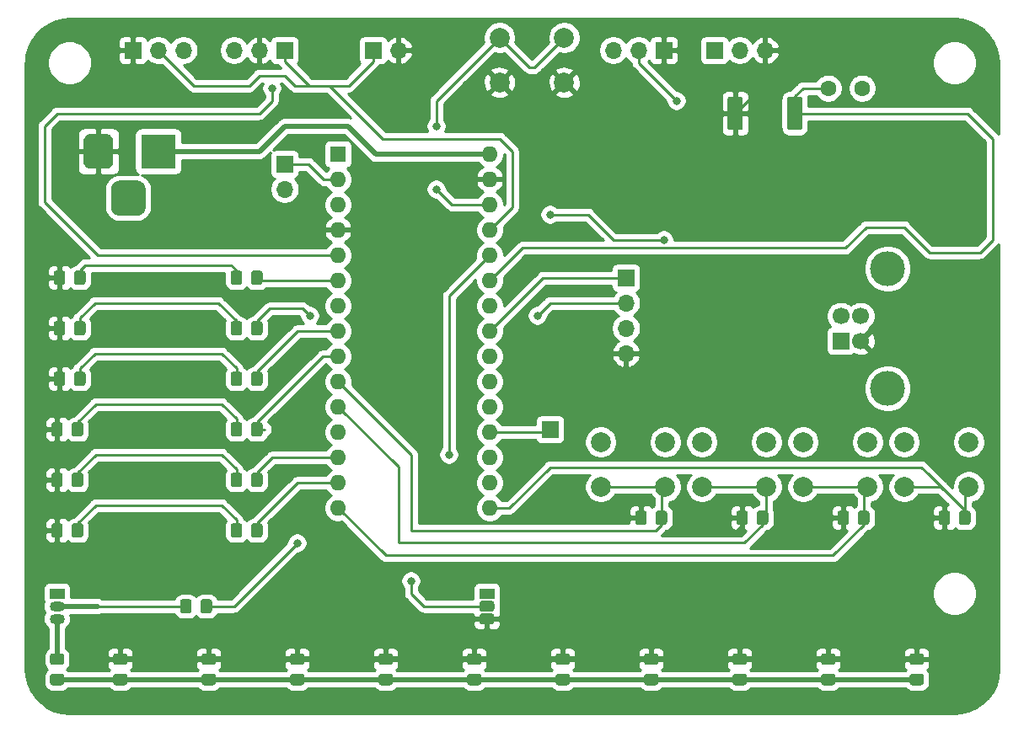
<source format=gbr>
G04 #@! TF.GenerationSoftware,KiCad,Pcbnew,(5.1.5)-3*
G04 #@! TF.CreationDate,2020-01-31T15:08:37+01:00*
G04 #@! TF.ProjectId,Greenkeeper,47726565-6e6b-4656-9570-65722e6b6963,1.0*
G04 #@! TF.SameCoordinates,Original*
G04 #@! TF.FileFunction,Copper,L1,Top*
G04 #@! TF.FilePolarity,Positive*
%FSLAX46Y46*%
G04 Gerber Fmt 4.6, Leading zero omitted, Abs format (unit mm)*
G04 Created by KiCad (PCBNEW (5.1.5)-3) date 2020-01-31 15:08:37*
%MOMM*%
%LPD*%
G04 APERTURE LIST*
%ADD10C,0.100000*%
%ADD11C,1.600000*%
%ADD12R,3.500000X3.500000*%
%ADD13R,1.600000X1.600000*%
%ADD14O,1.600000X1.600000*%
%ADD15R,1.700000X1.700000*%
%ADD16O,1.700000X1.700000*%
%ADD17C,2.000000*%
%ADD18O,1.500000X1.050000*%
%ADD19R,1.500000X1.050000*%
%ADD20C,1.700000*%
%ADD21C,3.500000*%
%ADD22C,0.800000*%
%ADD23C,0.250000*%
%ADD24C,0.500000*%
%ADD25C,0.254000*%
G04 APERTURE END LIST*
G04 #@! TA.AperFunction,SMDPad,CuDef*
D10*
G36*
X180054505Y-64366204D02*
G01*
X180078773Y-64369804D01*
X180102572Y-64375765D01*
X180125671Y-64384030D01*
X180147850Y-64394520D01*
X180168893Y-64407132D01*
X180188599Y-64421747D01*
X180206777Y-64438223D01*
X180223253Y-64456401D01*
X180237868Y-64476107D01*
X180250480Y-64497150D01*
X180260970Y-64519329D01*
X180269235Y-64542428D01*
X180275196Y-64566227D01*
X180278796Y-64590495D01*
X180280000Y-64614999D01*
X180280000Y-67465001D01*
X180278796Y-67489505D01*
X180275196Y-67513773D01*
X180269235Y-67537572D01*
X180260970Y-67560671D01*
X180250480Y-67582850D01*
X180237868Y-67603893D01*
X180223253Y-67623599D01*
X180206777Y-67641777D01*
X180188599Y-67658253D01*
X180168893Y-67672868D01*
X180147850Y-67685480D01*
X180125671Y-67695970D01*
X180102572Y-67704235D01*
X180078773Y-67710196D01*
X180054505Y-67713796D01*
X180030001Y-67715000D01*
X179004999Y-67715000D01*
X178980495Y-67713796D01*
X178956227Y-67710196D01*
X178932428Y-67704235D01*
X178909329Y-67695970D01*
X178887150Y-67685480D01*
X178866107Y-67672868D01*
X178846401Y-67658253D01*
X178828223Y-67641777D01*
X178811747Y-67623599D01*
X178797132Y-67603893D01*
X178784520Y-67582850D01*
X178774030Y-67560671D01*
X178765765Y-67537572D01*
X178759804Y-67513773D01*
X178756204Y-67489505D01*
X178755000Y-67465001D01*
X178755000Y-64614999D01*
X178756204Y-64590495D01*
X178759804Y-64566227D01*
X178765765Y-64542428D01*
X178774030Y-64519329D01*
X178784520Y-64497150D01*
X178797132Y-64476107D01*
X178811747Y-64456401D01*
X178828223Y-64438223D01*
X178846401Y-64421747D01*
X178866107Y-64407132D01*
X178887150Y-64394520D01*
X178909329Y-64384030D01*
X178932428Y-64375765D01*
X178956227Y-64369804D01*
X178980495Y-64366204D01*
X179004999Y-64365000D01*
X180030001Y-64365000D01*
X180054505Y-64366204D01*
G37*
G04 #@! TD.AperFunction*
G04 #@! TA.AperFunction,SMDPad,CuDef*
G36*
X174079505Y-64366204D02*
G01*
X174103773Y-64369804D01*
X174127572Y-64375765D01*
X174150671Y-64384030D01*
X174172850Y-64394520D01*
X174193893Y-64407132D01*
X174213599Y-64421747D01*
X174231777Y-64438223D01*
X174248253Y-64456401D01*
X174262868Y-64476107D01*
X174275480Y-64497150D01*
X174285970Y-64519329D01*
X174294235Y-64542428D01*
X174300196Y-64566227D01*
X174303796Y-64590495D01*
X174305000Y-64614999D01*
X174305000Y-67465001D01*
X174303796Y-67489505D01*
X174300196Y-67513773D01*
X174294235Y-67537572D01*
X174285970Y-67560671D01*
X174275480Y-67582850D01*
X174262868Y-67603893D01*
X174248253Y-67623599D01*
X174231777Y-67641777D01*
X174213599Y-67658253D01*
X174193893Y-67672868D01*
X174172850Y-67685480D01*
X174150671Y-67695970D01*
X174127572Y-67704235D01*
X174103773Y-67710196D01*
X174079505Y-67713796D01*
X174055001Y-67715000D01*
X173029999Y-67715000D01*
X173005495Y-67713796D01*
X172981227Y-67710196D01*
X172957428Y-67704235D01*
X172934329Y-67695970D01*
X172912150Y-67685480D01*
X172891107Y-67672868D01*
X172871401Y-67658253D01*
X172853223Y-67641777D01*
X172836747Y-67623599D01*
X172822132Y-67603893D01*
X172809520Y-67582850D01*
X172799030Y-67560671D01*
X172790765Y-67537572D01*
X172784804Y-67513773D01*
X172781204Y-67489505D01*
X172780000Y-67465001D01*
X172780000Y-64614999D01*
X172781204Y-64590495D01*
X172784804Y-64566227D01*
X172790765Y-64542428D01*
X172799030Y-64519329D01*
X172809520Y-64497150D01*
X172822132Y-64476107D01*
X172836747Y-64456401D01*
X172853223Y-64438223D01*
X172871401Y-64421747D01*
X172891107Y-64407132D01*
X172912150Y-64394520D01*
X172934329Y-64384030D01*
X172957428Y-64375765D01*
X172981227Y-64369804D01*
X173005495Y-64366204D01*
X173029999Y-64365000D01*
X174055001Y-64365000D01*
X174079505Y-64366204D01*
G37*
G04 #@! TD.AperFunction*
D11*
X182880000Y-63500000D03*
X186280000Y-63500000D03*
D12*
X115570000Y-69850000D03*
G04 #@! TA.AperFunction,ComponentPad*
D10*
G36*
X110393513Y-68103611D02*
G01*
X110466318Y-68114411D01*
X110537714Y-68132295D01*
X110607013Y-68157090D01*
X110673548Y-68188559D01*
X110736678Y-68226398D01*
X110795795Y-68270242D01*
X110850330Y-68319670D01*
X110899758Y-68374205D01*
X110943602Y-68433322D01*
X110981441Y-68496452D01*
X111012910Y-68562987D01*
X111037705Y-68632286D01*
X111055589Y-68703682D01*
X111066389Y-68776487D01*
X111070000Y-68850000D01*
X111070000Y-70850000D01*
X111066389Y-70923513D01*
X111055589Y-70996318D01*
X111037705Y-71067714D01*
X111012910Y-71137013D01*
X110981441Y-71203548D01*
X110943602Y-71266678D01*
X110899758Y-71325795D01*
X110850330Y-71380330D01*
X110795795Y-71429758D01*
X110736678Y-71473602D01*
X110673548Y-71511441D01*
X110607013Y-71542910D01*
X110537714Y-71567705D01*
X110466318Y-71585589D01*
X110393513Y-71596389D01*
X110320000Y-71600000D01*
X108820000Y-71600000D01*
X108746487Y-71596389D01*
X108673682Y-71585589D01*
X108602286Y-71567705D01*
X108532987Y-71542910D01*
X108466452Y-71511441D01*
X108403322Y-71473602D01*
X108344205Y-71429758D01*
X108289670Y-71380330D01*
X108240242Y-71325795D01*
X108196398Y-71266678D01*
X108158559Y-71203548D01*
X108127090Y-71137013D01*
X108102295Y-71067714D01*
X108084411Y-70996318D01*
X108073611Y-70923513D01*
X108070000Y-70850000D01*
X108070000Y-68850000D01*
X108073611Y-68776487D01*
X108084411Y-68703682D01*
X108102295Y-68632286D01*
X108127090Y-68562987D01*
X108158559Y-68496452D01*
X108196398Y-68433322D01*
X108240242Y-68374205D01*
X108289670Y-68319670D01*
X108344205Y-68270242D01*
X108403322Y-68226398D01*
X108466452Y-68188559D01*
X108532987Y-68157090D01*
X108602286Y-68132295D01*
X108673682Y-68114411D01*
X108746487Y-68103611D01*
X108820000Y-68100000D01*
X110320000Y-68100000D01*
X110393513Y-68103611D01*
G37*
G04 #@! TD.AperFunction*
G04 #@! TA.AperFunction,ComponentPad*
G36*
X113530765Y-72804213D02*
G01*
X113615704Y-72816813D01*
X113698999Y-72837677D01*
X113779848Y-72866605D01*
X113857472Y-72903319D01*
X113931124Y-72947464D01*
X114000094Y-72998616D01*
X114063718Y-73056282D01*
X114121384Y-73119906D01*
X114172536Y-73188876D01*
X114216681Y-73262528D01*
X114253395Y-73340152D01*
X114282323Y-73421001D01*
X114303187Y-73504296D01*
X114315787Y-73589235D01*
X114320000Y-73675000D01*
X114320000Y-75425000D01*
X114315787Y-75510765D01*
X114303187Y-75595704D01*
X114282323Y-75678999D01*
X114253395Y-75759848D01*
X114216681Y-75837472D01*
X114172536Y-75911124D01*
X114121384Y-75980094D01*
X114063718Y-76043718D01*
X114000094Y-76101384D01*
X113931124Y-76152536D01*
X113857472Y-76196681D01*
X113779848Y-76233395D01*
X113698999Y-76262323D01*
X113615704Y-76283187D01*
X113530765Y-76295787D01*
X113445000Y-76300000D01*
X111695000Y-76300000D01*
X111609235Y-76295787D01*
X111524296Y-76283187D01*
X111441001Y-76262323D01*
X111360152Y-76233395D01*
X111282528Y-76196681D01*
X111208876Y-76152536D01*
X111139906Y-76101384D01*
X111076282Y-76043718D01*
X111018616Y-75980094D01*
X110967464Y-75911124D01*
X110923319Y-75837472D01*
X110886605Y-75759848D01*
X110857677Y-75678999D01*
X110836813Y-75595704D01*
X110824213Y-75510765D01*
X110820000Y-75425000D01*
X110820000Y-73675000D01*
X110824213Y-73589235D01*
X110836813Y-73504296D01*
X110857677Y-73421001D01*
X110886605Y-73340152D01*
X110923319Y-73262528D01*
X110967464Y-73188876D01*
X111018616Y-73119906D01*
X111076282Y-73056282D01*
X111139906Y-72998616D01*
X111208876Y-72947464D01*
X111282528Y-72903319D01*
X111360152Y-72866605D01*
X111441001Y-72837677D01*
X111524296Y-72816813D01*
X111609235Y-72804213D01*
X111695000Y-72800000D01*
X113445000Y-72800000D01*
X113530765Y-72804213D01*
G37*
G04 #@! TD.AperFunction*
G04 #@! TA.AperFunction,SMDPad,CuDef*
G36*
X118704505Y-114871204D02*
G01*
X118728773Y-114874804D01*
X118752572Y-114880765D01*
X118775671Y-114889030D01*
X118797850Y-114899520D01*
X118818893Y-114912132D01*
X118838599Y-114926747D01*
X118856777Y-114943223D01*
X118873253Y-114961401D01*
X118887868Y-114981107D01*
X118900480Y-115002150D01*
X118910970Y-115024329D01*
X118919235Y-115047428D01*
X118925196Y-115071227D01*
X118928796Y-115095495D01*
X118930000Y-115119999D01*
X118930000Y-116020001D01*
X118928796Y-116044505D01*
X118925196Y-116068773D01*
X118919235Y-116092572D01*
X118910970Y-116115671D01*
X118900480Y-116137850D01*
X118887868Y-116158893D01*
X118873253Y-116178599D01*
X118856777Y-116196777D01*
X118838599Y-116213253D01*
X118818893Y-116227868D01*
X118797850Y-116240480D01*
X118775671Y-116250970D01*
X118752572Y-116259235D01*
X118728773Y-116265196D01*
X118704505Y-116268796D01*
X118680001Y-116270000D01*
X118029999Y-116270000D01*
X118005495Y-116268796D01*
X117981227Y-116265196D01*
X117957428Y-116259235D01*
X117934329Y-116250970D01*
X117912150Y-116240480D01*
X117891107Y-116227868D01*
X117871401Y-116213253D01*
X117853223Y-116196777D01*
X117836747Y-116178599D01*
X117822132Y-116158893D01*
X117809520Y-116137850D01*
X117799030Y-116115671D01*
X117790765Y-116092572D01*
X117784804Y-116068773D01*
X117781204Y-116044505D01*
X117780000Y-116020001D01*
X117780000Y-115119999D01*
X117781204Y-115095495D01*
X117784804Y-115071227D01*
X117790765Y-115047428D01*
X117799030Y-115024329D01*
X117809520Y-115002150D01*
X117822132Y-114981107D01*
X117836747Y-114961401D01*
X117853223Y-114943223D01*
X117871401Y-114926747D01*
X117891107Y-114912132D01*
X117912150Y-114899520D01*
X117934329Y-114889030D01*
X117957428Y-114880765D01*
X117981227Y-114874804D01*
X118005495Y-114871204D01*
X118029999Y-114870000D01*
X118680001Y-114870000D01*
X118704505Y-114871204D01*
G37*
G04 #@! TD.AperFunction*
G04 #@! TA.AperFunction,SMDPad,CuDef*
G36*
X120754505Y-114871204D02*
G01*
X120778773Y-114874804D01*
X120802572Y-114880765D01*
X120825671Y-114889030D01*
X120847850Y-114899520D01*
X120868893Y-114912132D01*
X120888599Y-114926747D01*
X120906777Y-114943223D01*
X120923253Y-114961401D01*
X120937868Y-114981107D01*
X120950480Y-115002150D01*
X120960970Y-115024329D01*
X120969235Y-115047428D01*
X120975196Y-115071227D01*
X120978796Y-115095495D01*
X120980000Y-115119999D01*
X120980000Y-116020001D01*
X120978796Y-116044505D01*
X120975196Y-116068773D01*
X120969235Y-116092572D01*
X120960970Y-116115671D01*
X120950480Y-116137850D01*
X120937868Y-116158893D01*
X120923253Y-116178599D01*
X120906777Y-116196777D01*
X120888599Y-116213253D01*
X120868893Y-116227868D01*
X120847850Y-116240480D01*
X120825671Y-116250970D01*
X120802572Y-116259235D01*
X120778773Y-116265196D01*
X120754505Y-116268796D01*
X120730001Y-116270000D01*
X120079999Y-116270000D01*
X120055495Y-116268796D01*
X120031227Y-116265196D01*
X120007428Y-116259235D01*
X119984329Y-116250970D01*
X119962150Y-116240480D01*
X119941107Y-116227868D01*
X119921401Y-116213253D01*
X119903223Y-116196777D01*
X119886747Y-116178599D01*
X119872132Y-116158893D01*
X119859520Y-116137850D01*
X119849030Y-116115671D01*
X119840765Y-116092572D01*
X119834804Y-116068773D01*
X119831204Y-116044505D01*
X119830000Y-116020001D01*
X119830000Y-115119999D01*
X119831204Y-115095495D01*
X119834804Y-115071227D01*
X119840765Y-115047428D01*
X119849030Y-115024329D01*
X119859520Y-115002150D01*
X119872132Y-114981107D01*
X119886747Y-114961401D01*
X119903223Y-114943223D01*
X119921401Y-114926747D01*
X119941107Y-114912132D01*
X119962150Y-114899520D01*
X119984329Y-114889030D01*
X120007428Y-114880765D01*
X120031227Y-114874804D01*
X120055495Y-114871204D01*
X120079999Y-114870000D01*
X120730001Y-114870000D01*
X120754505Y-114871204D01*
G37*
G04 #@! TD.AperFunction*
D13*
X133635001Y-70125001D03*
D14*
X148875001Y-103145001D03*
X133635001Y-72665001D03*
X148875001Y-100605001D03*
X133635001Y-75205001D03*
X148875001Y-98065001D03*
X133635001Y-77745001D03*
X148875001Y-95525001D03*
X133635001Y-80285001D03*
X148875001Y-92985001D03*
X133635001Y-82825001D03*
X148875001Y-90445001D03*
X133635001Y-85365001D03*
X148875001Y-87905001D03*
X133635001Y-87905001D03*
X148875001Y-85365001D03*
X133635001Y-90445001D03*
X148875001Y-82825001D03*
X133635001Y-92985001D03*
X148875001Y-80285001D03*
X133635001Y-95525001D03*
X148875001Y-77745001D03*
X133635001Y-98065001D03*
X148875001Y-75205001D03*
X133635001Y-100605001D03*
X148875001Y-72665001D03*
X133635001Y-103145001D03*
X148875001Y-70125001D03*
X133635001Y-105685001D03*
X148875001Y-105685001D03*
G04 #@! TA.AperFunction,SMDPad,CuDef*
D10*
G36*
X130014505Y-120321204D02*
G01*
X130038773Y-120324804D01*
X130062572Y-120330765D01*
X130085671Y-120339030D01*
X130107850Y-120349520D01*
X130128893Y-120362132D01*
X130148599Y-120376747D01*
X130166777Y-120393223D01*
X130183253Y-120411401D01*
X130197868Y-120431107D01*
X130210480Y-120452150D01*
X130220970Y-120474329D01*
X130229235Y-120497428D01*
X130235196Y-120521227D01*
X130238796Y-120545495D01*
X130240000Y-120569999D01*
X130240000Y-121220001D01*
X130238796Y-121244505D01*
X130235196Y-121268773D01*
X130229235Y-121292572D01*
X130220970Y-121315671D01*
X130210480Y-121337850D01*
X130197868Y-121358893D01*
X130183253Y-121378599D01*
X130166777Y-121396777D01*
X130148599Y-121413253D01*
X130128893Y-121427868D01*
X130107850Y-121440480D01*
X130085671Y-121450970D01*
X130062572Y-121459235D01*
X130038773Y-121465196D01*
X130014505Y-121468796D01*
X129990001Y-121470000D01*
X129089999Y-121470000D01*
X129065495Y-121468796D01*
X129041227Y-121465196D01*
X129017428Y-121459235D01*
X128994329Y-121450970D01*
X128972150Y-121440480D01*
X128951107Y-121427868D01*
X128931401Y-121413253D01*
X128913223Y-121396777D01*
X128896747Y-121378599D01*
X128882132Y-121358893D01*
X128869520Y-121337850D01*
X128859030Y-121315671D01*
X128850765Y-121292572D01*
X128844804Y-121268773D01*
X128841204Y-121244505D01*
X128840000Y-121220001D01*
X128840000Y-120569999D01*
X128841204Y-120545495D01*
X128844804Y-120521227D01*
X128850765Y-120497428D01*
X128859030Y-120474329D01*
X128869520Y-120452150D01*
X128882132Y-120431107D01*
X128896747Y-120411401D01*
X128913223Y-120393223D01*
X128931401Y-120376747D01*
X128951107Y-120362132D01*
X128972150Y-120349520D01*
X128994329Y-120339030D01*
X129017428Y-120330765D01*
X129041227Y-120324804D01*
X129065495Y-120321204D01*
X129089999Y-120320000D01*
X129990001Y-120320000D01*
X130014505Y-120321204D01*
G37*
G04 #@! TD.AperFunction*
G04 #@! TA.AperFunction,SMDPad,CuDef*
G36*
X130014505Y-122371204D02*
G01*
X130038773Y-122374804D01*
X130062572Y-122380765D01*
X130085671Y-122389030D01*
X130107850Y-122399520D01*
X130128893Y-122412132D01*
X130148599Y-122426747D01*
X130166777Y-122443223D01*
X130183253Y-122461401D01*
X130197868Y-122481107D01*
X130210480Y-122502150D01*
X130220970Y-122524329D01*
X130229235Y-122547428D01*
X130235196Y-122571227D01*
X130238796Y-122595495D01*
X130240000Y-122619999D01*
X130240000Y-123270001D01*
X130238796Y-123294505D01*
X130235196Y-123318773D01*
X130229235Y-123342572D01*
X130220970Y-123365671D01*
X130210480Y-123387850D01*
X130197868Y-123408893D01*
X130183253Y-123428599D01*
X130166777Y-123446777D01*
X130148599Y-123463253D01*
X130128893Y-123477868D01*
X130107850Y-123490480D01*
X130085671Y-123500970D01*
X130062572Y-123509235D01*
X130038773Y-123515196D01*
X130014505Y-123518796D01*
X129990001Y-123520000D01*
X129089999Y-123520000D01*
X129065495Y-123518796D01*
X129041227Y-123515196D01*
X129017428Y-123509235D01*
X128994329Y-123500970D01*
X128972150Y-123490480D01*
X128951107Y-123477868D01*
X128931401Y-123463253D01*
X128913223Y-123446777D01*
X128896747Y-123428599D01*
X128882132Y-123408893D01*
X128869520Y-123387850D01*
X128859030Y-123365671D01*
X128850765Y-123342572D01*
X128844804Y-123318773D01*
X128841204Y-123294505D01*
X128840000Y-123270001D01*
X128840000Y-122619999D01*
X128841204Y-122595495D01*
X128844804Y-122571227D01*
X128850765Y-122547428D01*
X128859030Y-122524329D01*
X128869520Y-122502150D01*
X128882132Y-122481107D01*
X128896747Y-122461401D01*
X128913223Y-122443223D01*
X128931401Y-122426747D01*
X128951107Y-122412132D01*
X128972150Y-122399520D01*
X128994329Y-122389030D01*
X129017428Y-122380765D01*
X129041227Y-122374804D01*
X129065495Y-122371204D01*
X129089999Y-122370000D01*
X129990001Y-122370000D01*
X130014505Y-122371204D01*
G37*
G04 #@! TD.AperFunction*
G04 #@! TA.AperFunction,SMDPad,CuDef*
G36*
X138904505Y-122371204D02*
G01*
X138928773Y-122374804D01*
X138952572Y-122380765D01*
X138975671Y-122389030D01*
X138997850Y-122399520D01*
X139018893Y-122412132D01*
X139038599Y-122426747D01*
X139056777Y-122443223D01*
X139073253Y-122461401D01*
X139087868Y-122481107D01*
X139100480Y-122502150D01*
X139110970Y-122524329D01*
X139119235Y-122547428D01*
X139125196Y-122571227D01*
X139128796Y-122595495D01*
X139130000Y-122619999D01*
X139130000Y-123270001D01*
X139128796Y-123294505D01*
X139125196Y-123318773D01*
X139119235Y-123342572D01*
X139110970Y-123365671D01*
X139100480Y-123387850D01*
X139087868Y-123408893D01*
X139073253Y-123428599D01*
X139056777Y-123446777D01*
X139038599Y-123463253D01*
X139018893Y-123477868D01*
X138997850Y-123490480D01*
X138975671Y-123500970D01*
X138952572Y-123509235D01*
X138928773Y-123515196D01*
X138904505Y-123518796D01*
X138880001Y-123520000D01*
X137979999Y-123520000D01*
X137955495Y-123518796D01*
X137931227Y-123515196D01*
X137907428Y-123509235D01*
X137884329Y-123500970D01*
X137862150Y-123490480D01*
X137841107Y-123477868D01*
X137821401Y-123463253D01*
X137803223Y-123446777D01*
X137786747Y-123428599D01*
X137772132Y-123408893D01*
X137759520Y-123387850D01*
X137749030Y-123365671D01*
X137740765Y-123342572D01*
X137734804Y-123318773D01*
X137731204Y-123294505D01*
X137730000Y-123270001D01*
X137730000Y-122619999D01*
X137731204Y-122595495D01*
X137734804Y-122571227D01*
X137740765Y-122547428D01*
X137749030Y-122524329D01*
X137759520Y-122502150D01*
X137772132Y-122481107D01*
X137786747Y-122461401D01*
X137803223Y-122443223D01*
X137821401Y-122426747D01*
X137841107Y-122412132D01*
X137862150Y-122399520D01*
X137884329Y-122389030D01*
X137907428Y-122380765D01*
X137931227Y-122374804D01*
X137955495Y-122371204D01*
X137979999Y-122370000D01*
X138880001Y-122370000D01*
X138904505Y-122371204D01*
G37*
G04 #@! TD.AperFunction*
G04 #@! TA.AperFunction,SMDPad,CuDef*
G36*
X138904505Y-120321204D02*
G01*
X138928773Y-120324804D01*
X138952572Y-120330765D01*
X138975671Y-120339030D01*
X138997850Y-120349520D01*
X139018893Y-120362132D01*
X139038599Y-120376747D01*
X139056777Y-120393223D01*
X139073253Y-120411401D01*
X139087868Y-120431107D01*
X139100480Y-120452150D01*
X139110970Y-120474329D01*
X139119235Y-120497428D01*
X139125196Y-120521227D01*
X139128796Y-120545495D01*
X139130000Y-120569999D01*
X139130000Y-121220001D01*
X139128796Y-121244505D01*
X139125196Y-121268773D01*
X139119235Y-121292572D01*
X139110970Y-121315671D01*
X139100480Y-121337850D01*
X139087868Y-121358893D01*
X139073253Y-121378599D01*
X139056777Y-121396777D01*
X139038599Y-121413253D01*
X139018893Y-121427868D01*
X138997850Y-121440480D01*
X138975671Y-121450970D01*
X138952572Y-121459235D01*
X138928773Y-121465196D01*
X138904505Y-121468796D01*
X138880001Y-121470000D01*
X137979999Y-121470000D01*
X137955495Y-121468796D01*
X137931227Y-121465196D01*
X137907428Y-121459235D01*
X137884329Y-121450970D01*
X137862150Y-121440480D01*
X137841107Y-121427868D01*
X137821401Y-121413253D01*
X137803223Y-121396777D01*
X137786747Y-121378599D01*
X137772132Y-121358893D01*
X137759520Y-121337850D01*
X137749030Y-121315671D01*
X137740765Y-121292572D01*
X137734804Y-121268773D01*
X137731204Y-121244505D01*
X137730000Y-121220001D01*
X137730000Y-120569999D01*
X137731204Y-120545495D01*
X137734804Y-120521227D01*
X137740765Y-120497428D01*
X137749030Y-120474329D01*
X137759520Y-120452150D01*
X137772132Y-120431107D01*
X137786747Y-120411401D01*
X137803223Y-120393223D01*
X137821401Y-120376747D01*
X137841107Y-120362132D01*
X137862150Y-120349520D01*
X137884329Y-120339030D01*
X137907428Y-120330765D01*
X137931227Y-120324804D01*
X137955495Y-120321204D01*
X137979999Y-120320000D01*
X138880001Y-120320000D01*
X138904505Y-120321204D01*
G37*
G04 #@! TD.AperFunction*
G04 #@! TA.AperFunction,SMDPad,CuDef*
G36*
X147794505Y-122371204D02*
G01*
X147818773Y-122374804D01*
X147842572Y-122380765D01*
X147865671Y-122389030D01*
X147887850Y-122399520D01*
X147908893Y-122412132D01*
X147928599Y-122426747D01*
X147946777Y-122443223D01*
X147963253Y-122461401D01*
X147977868Y-122481107D01*
X147990480Y-122502150D01*
X148000970Y-122524329D01*
X148009235Y-122547428D01*
X148015196Y-122571227D01*
X148018796Y-122595495D01*
X148020000Y-122619999D01*
X148020000Y-123270001D01*
X148018796Y-123294505D01*
X148015196Y-123318773D01*
X148009235Y-123342572D01*
X148000970Y-123365671D01*
X147990480Y-123387850D01*
X147977868Y-123408893D01*
X147963253Y-123428599D01*
X147946777Y-123446777D01*
X147928599Y-123463253D01*
X147908893Y-123477868D01*
X147887850Y-123490480D01*
X147865671Y-123500970D01*
X147842572Y-123509235D01*
X147818773Y-123515196D01*
X147794505Y-123518796D01*
X147770001Y-123520000D01*
X146869999Y-123520000D01*
X146845495Y-123518796D01*
X146821227Y-123515196D01*
X146797428Y-123509235D01*
X146774329Y-123500970D01*
X146752150Y-123490480D01*
X146731107Y-123477868D01*
X146711401Y-123463253D01*
X146693223Y-123446777D01*
X146676747Y-123428599D01*
X146662132Y-123408893D01*
X146649520Y-123387850D01*
X146639030Y-123365671D01*
X146630765Y-123342572D01*
X146624804Y-123318773D01*
X146621204Y-123294505D01*
X146620000Y-123270001D01*
X146620000Y-122619999D01*
X146621204Y-122595495D01*
X146624804Y-122571227D01*
X146630765Y-122547428D01*
X146639030Y-122524329D01*
X146649520Y-122502150D01*
X146662132Y-122481107D01*
X146676747Y-122461401D01*
X146693223Y-122443223D01*
X146711401Y-122426747D01*
X146731107Y-122412132D01*
X146752150Y-122399520D01*
X146774329Y-122389030D01*
X146797428Y-122380765D01*
X146821227Y-122374804D01*
X146845495Y-122371204D01*
X146869999Y-122370000D01*
X147770001Y-122370000D01*
X147794505Y-122371204D01*
G37*
G04 #@! TD.AperFunction*
G04 #@! TA.AperFunction,SMDPad,CuDef*
G36*
X147794505Y-120321204D02*
G01*
X147818773Y-120324804D01*
X147842572Y-120330765D01*
X147865671Y-120339030D01*
X147887850Y-120349520D01*
X147908893Y-120362132D01*
X147928599Y-120376747D01*
X147946777Y-120393223D01*
X147963253Y-120411401D01*
X147977868Y-120431107D01*
X147990480Y-120452150D01*
X148000970Y-120474329D01*
X148009235Y-120497428D01*
X148015196Y-120521227D01*
X148018796Y-120545495D01*
X148020000Y-120569999D01*
X148020000Y-121220001D01*
X148018796Y-121244505D01*
X148015196Y-121268773D01*
X148009235Y-121292572D01*
X148000970Y-121315671D01*
X147990480Y-121337850D01*
X147977868Y-121358893D01*
X147963253Y-121378599D01*
X147946777Y-121396777D01*
X147928599Y-121413253D01*
X147908893Y-121427868D01*
X147887850Y-121440480D01*
X147865671Y-121450970D01*
X147842572Y-121459235D01*
X147818773Y-121465196D01*
X147794505Y-121468796D01*
X147770001Y-121470000D01*
X146869999Y-121470000D01*
X146845495Y-121468796D01*
X146821227Y-121465196D01*
X146797428Y-121459235D01*
X146774329Y-121450970D01*
X146752150Y-121440480D01*
X146731107Y-121427868D01*
X146711401Y-121413253D01*
X146693223Y-121396777D01*
X146676747Y-121378599D01*
X146662132Y-121358893D01*
X146649520Y-121337850D01*
X146639030Y-121315671D01*
X146630765Y-121292572D01*
X146624804Y-121268773D01*
X146621204Y-121244505D01*
X146620000Y-121220001D01*
X146620000Y-120569999D01*
X146621204Y-120545495D01*
X146624804Y-120521227D01*
X146630765Y-120497428D01*
X146639030Y-120474329D01*
X146649520Y-120452150D01*
X146662132Y-120431107D01*
X146676747Y-120411401D01*
X146693223Y-120393223D01*
X146711401Y-120376747D01*
X146731107Y-120362132D01*
X146752150Y-120349520D01*
X146774329Y-120339030D01*
X146797428Y-120330765D01*
X146821227Y-120324804D01*
X146845495Y-120321204D01*
X146869999Y-120320000D01*
X147770001Y-120320000D01*
X147794505Y-120321204D01*
G37*
G04 #@! TD.AperFunction*
G04 #@! TA.AperFunction,SMDPad,CuDef*
G36*
X156684505Y-120321204D02*
G01*
X156708773Y-120324804D01*
X156732572Y-120330765D01*
X156755671Y-120339030D01*
X156777850Y-120349520D01*
X156798893Y-120362132D01*
X156818599Y-120376747D01*
X156836777Y-120393223D01*
X156853253Y-120411401D01*
X156867868Y-120431107D01*
X156880480Y-120452150D01*
X156890970Y-120474329D01*
X156899235Y-120497428D01*
X156905196Y-120521227D01*
X156908796Y-120545495D01*
X156910000Y-120569999D01*
X156910000Y-121220001D01*
X156908796Y-121244505D01*
X156905196Y-121268773D01*
X156899235Y-121292572D01*
X156890970Y-121315671D01*
X156880480Y-121337850D01*
X156867868Y-121358893D01*
X156853253Y-121378599D01*
X156836777Y-121396777D01*
X156818599Y-121413253D01*
X156798893Y-121427868D01*
X156777850Y-121440480D01*
X156755671Y-121450970D01*
X156732572Y-121459235D01*
X156708773Y-121465196D01*
X156684505Y-121468796D01*
X156660001Y-121470000D01*
X155759999Y-121470000D01*
X155735495Y-121468796D01*
X155711227Y-121465196D01*
X155687428Y-121459235D01*
X155664329Y-121450970D01*
X155642150Y-121440480D01*
X155621107Y-121427868D01*
X155601401Y-121413253D01*
X155583223Y-121396777D01*
X155566747Y-121378599D01*
X155552132Y-121358893D01*
X155539520Y-121337850D01*
X155529030Y-121315671D01*
X155520765Y-121292572D01*
X155514804Y-121268773D01*
X155511204Y-121244505D01*
X155510000Y-121220001D01*
X155510000Y-120569999D01*
X155511204Y-120545495D01*
X155514804Y-120521227D01*
X155520765Y-120497428D01*
X155529030Y-120474329D01*
X155539520Y-120452150D01*
X155552132Y-120431107D01*
X155566747Y-120411401D01*
X155583223Y-120393223D01*
X155601401Y-120376747D01*
X155621107Y-120362132D01*
X155642150Y-120349520D01*
X155664329Y-120339030D01*
X155687428Y-120330765D01*
X155711227Y-120324804D01*
X155735495Y-120321204D01*
X155759999Y-120320000D01*
X156660001Y-120320000D01*
X156684505Y-120321204D01*
G37*
G04 #@! TD.AperFunction*
G04 #@! TA.AperFunction,SMDPad,CuDef*
G36*
X156684505Y-122371204D02*
G01*
X156708773Y-122374804D01*
X156732572Y-122380765D01*
X156755671Y-122389030D01*
X156777850Y-122399520D01*
X156798893Y-122412132D01*
X156818599Y-122426747D01*
X156836777Y-122443223D01*
X156853253Y-122461401D01*
X156867868Y-122481107D01*
X156880480Y-122502150D01*
X156890970Y-122524329D01*
X156899235Y-122547428D01*
X156905196Y-122571227D01*
X156908796Y-122595495D01*
X156910000Y-122619999D01*
X156910000Y-123270001D01*
X156908796Y-123294505D01*
X156905196Y-123318773D01*
X156899235Y-123342572D01*
X156890970Y-123365671D01*
X156880480Y-123387850D01*
X156867868Y-123408893D01*
X156853253Y-123428599D01*
X156836777Y-123446777D01*
X156818599Y-123463253D01*
X156798893Y-123477868D01*
X156777850Y-123490480D01*
X156755671Y-123500970D01*
X156732572Y-123509235D01*
X156708773Y-123515196D01*
X156684505Y-123518796D01*
X156660001Y-123520000D01*
X155759999Y-123520000D01*
X155735495Y-123518796D01*
X155711227Y-123515196D01*
X155687428Y-123509235D01*
X155664329Y-123500970D01*
X155642150Y-123490480D01*
X155621107Y-123477868D01*
X155601401Y-123463253D01*
X155583223Y-123446777D01*
X155566747Y-123428599D01*
X155552132Y-123408893D01*
X155539520Y-123387850D01*
X155529030Y-123365671D01*
X155520765Y-123342572D01*
X155514804Y-123318773D01*
X155511204Y-123294505D01*
X155510000Y-123270001D01*
X155510000Y-122619999D01*
X155511204Y-122595495D01*
X155514804Y-122571227D01*
X155520765Y-122547428D01*
X155529030Y-122524329D01*
X155539520Y-122502150D01*
X155552132Y-122481107D01*
X155566747Y-122461401D01*
X155583223Y-122443223D01*
X155601401Y-122426747D01*
X155621107Y-122412132D01*
X155642150Y-122399520D01*
X155664329Y-122389030D01*
X155687428Y-122380765D01*
X155711227Y-122374804D01*
X155735495Y-122371204D01*
X155759999Y-122370000D01*
X156660001Y-122370000D01*
X156684505Y-122371204D01*
G37*
G04 #@! TD.AperFunction*
G04 #@! TA.AperFunction,SMDPad,CuDef*
G36*
X165574505Y-122371204D02*
G01*
X165598773Y-122374804D01*
X165622572Y-122380765D01*
X165645671Y-122389030D01*
X165667850Y-122399520D01*
X165688893Y-122412132D01*
X165708599Y-122426747D01*
X165726777Y-122443223D01*
X165743253Y-122461401D01*
X165757868Y-122481107D01*
X165770480Y-122502150D01*
X165780970Y-122524329D01*
X165789235Y-122547428D01*
X165795196Y-122571227D01*
X165798796Y-122595495D01*
X165800000Y-122619999D01*
X165800000Y-123270001D01*
X165798796Y-123294505D01*
X165795196Y-123318773D01*
X165789235Y-123342572D01*
X165780970Y-123365671D01*
X165770480Y-123387850D01*
X165757868Y-123408893D01*
X165743253Y-123428599D01*
X165726777Y-123446777D01*
X165708599Y-123463253D01*
X165688893Y-123477868D01*
X165667850Y-123490480D01*
X165645671Y-123500970D01*
X165622572Y-123509235D01*
X165598773Y-123515196D01*
X165574505Y-123518796D01*
X165550001Y-123520000D01*
X164649999Y-123520000D01*
X164625495Y-123518796D01*
X164601227Y-123515196D01*
X164577428Y-123509235D01*
X164554329Y-123500970D01*
X164532150Y-123490480D01*
X164511107Y-123477868D01*
X164491401Y-123463253D01*
X164473223Y-123446777D01*
X164456747Y-123428599D01*
X164442132Y-123408893D01*
X164429520Y-123387850D01*
X164419030Y-123365671D01*
X164410765Y-123342572D01*
X164404804Y-123318773D01*
X164401204Y-123294505D01*
X164400000Y-123270001D01*
X164400000Y-122619999D01*
X164401204Y-122595495D01*
X164404804Y-122571227D01*
X164410765Y-122547428D01*
X164419030Y-122524329D01*
X164429520Y-122502150D01*
X164442132Y-122481107D01*
X164456747Y-122461401D01*
X164473223Y-122443223D01*
X164491401Y-122426747D01*
X164511107Y-122412132D01*
X164532150Y-122399520D01*
X164554329Y-122389030D01*
X164577428Y-122380765D01*
X164601227Y-122374804D01*
X164625495Y-122371204D01*
X164649999Y-122370000D01*
X165550001Y-122370000D01*
X165574505Y-122371204D01*
G37*
G04 #@! TD.AperFunction*
G04 #@! TA.AperFunction,SMDPad,CuDef*
G36*
X165574505Y-120321204D02*
G01*
X165598773Y-120324804D01*
X165622572Y-120330765D01*
X165645671Y-120339030D01*
X165667850Y-120349520D01*
X165688893Y-120362132D01*
X165708599Y-120376747D01*
X165726777Y-120393223D01*
X165743253Y-120411401D01*
X165757868Y-120431107D01*
X165770480Y-120452150D01*
X165780970Y-120474329D01*
X165789235Y-120497428D01*
X165795196Y-120521227D01*
X165798796Y-120545495D01*
X165800000Y-120569999D01*
X165800000Y-121220001D01*
X165798796Y-121244505D01*
X165795196Y-121268773D01*
X165789235Y-121292572D01*
X165780970Y-121315671D01*
X165770480Y-121337850D01*
X165757868Y-121358893D01*
X165743253Y-121378599D01*
X165726777Y-121396777D01*
X165708599Y-121413253D01*
X165688893Y-121427868D01*
X165667850Y-121440480D01*
X165645671Y-121450970D01*
X165622572Y-121459235D01*
X165598773Y-121465196D01*
X165574505Y-121468796D01*
X165550001Y-121470000D01*
X164649999Y-121470000D01*
X164625495Y-121468796D01*
X164601227Y-121465196D01*
X164577428Y-121459235D01*
X164554329Y-121450970D01*
X164532150Y-121440480D01*
X164511107Y-121427868D01*
X164491401Y-121413253D01*
X164473223Y-121396777D01*
X164456747Y-121378599D01*
X164442132Y-121358893D01*
X164429520Y-121337850D01*
X164419030Y-121315671D01*
X164410765Y-121292572D01*
X164404804Y-121268773D01*
X164401204Y-121244505D01*
X164400000Y-121220001D01*
X164400000Y-120569999D01*
X164401204Y-120545495D01*
X164404804Y-120521227D01*
X164410765Y-120497428D01*
X164419030Y-120474329D01*
X164429520Y-120452150D01*
X164442132Y-120431107D01*
X164456747Y-120411401D01*
X164473223Y-120393223D01*
X164491401Y-120376747D01*
X164511107Y-120362132D01*
X164532150Y-120349520D01*
X164554329Y-120339030D01*
X164577428Y-120330765D01*
X164601227Y-120324804D01*
X164625495Y-120321204D01*
X164649999Y-120320000D01*
X165550001Y-120320000D01*
X165574505Y-120321204D01*
G37*
G04 #@! TD.AperFunction*
G04 #@! TA.AperFunction,SMDPad,CuDef*
G36*
X174464505Y-120321204D02*
G01*
X174488773Y-120324804D01*
X174512572Y-120330765D01*
X174535671Y-120339030D01*
X174557850Y-120349520D01*
X174578893Y-120362132D01*
X174598599Y-120376747D01*
X174616777Y-120393223D01*
X174633253Y-120411401D01*
X174647868Y-120431107D01*
X174660480Y-120452150D01*
X174670970Y-120474329D01*
X174679235Y-120497428D01*
X174685196Y-120521227D01*
X174688796Y-120545495D01*
X174690000Y-120569999D01*
X174690000Y-121220001D01*
X174688796Y-121244505D01*
X174685196Y-121268773D01*
X174679235Y-121292572D01*
X174670970Y-121315671D01*
X174660480Y-121337850D01*
X174647868Y-121358893D01*
X174633253Y-121378599D01*
X174616777Y-121396777D01*
X174598599Y-121413253D01*
X174578893Y-121427868D01*
X174557850Y-121440480D01*
X174535671Y-121450970D01*
X174512572Y-121459235D01*
X174488773Y-121465196D01*
X174464505Y-121468796D01*
X174440001Y-121470000D01*
X173539999Y-121470000D01*
X173515495Y-121468796D01*
X173491227Y-121465196D01*
X173467428Y-121459235D01*
X173444329Y-121450970D01*
X173422150Y-121440480D01*
X173401107Y-121427868D01*
X173381401Y-121413253D01*
X173363223Y-121396777D01*
X173346747Y-121378599D01*
X173332132Y-121358893D01*
X173319520Y-121337850D01*
X173309030Y-121315671D01*
X173300765Y-121292572D01*
X173294804Y-121268773D01*
X173291204Y-121244505D01*
X173290000Y-121220001D01*
X173290000Y-120569999D01*
X173291204Y-120545495D01*
X173294804Y-120521227D01*
X173300765Y-120497428D01*
X173309030Y-120474329D01*
X173319520Y-120452150D01*
X173332132Y-120431107D01*
X173346747Y-120411401D01*
X173363223Y-120393223D01*
X173381401Y-120376747D01*
X173401107Y-120362132D01*
X173422150Y-120349520D01*
X173444329Y-120339030D01*
X173467428Y-120330765D01*
X173491227Y-120324804D01*
X173515495Y-120321204D01*
X173539999Y-120320000D01*
X174440001Y-120320000D01*
X174464505Y-120321204D01*
G37*
G04 #@! TD.AperFunction*
G04 #@! TA.AperFunction,SMDPad,CuDef*
G36*
X174464505Y-122371204D02*
G01*
X174488773Y-122374804D01*
X174512572Y-122380765D01*
X174535671Y-122389030D01*
X174557850Y-122399520D01*
X174578893Y-122412132D01*
X174598599Y-122426747D01*
X174616777Y-122443223D01*
X174633253Y-122461401D01*
X174647868Y-122481107D01*
X174660480Y-122502150D01*
X174670970Y-122524329D01*
X174679235Y-122547428D01*
X174685196Y-122571227D01*
X174688796Y-122595495D01*
X174690000Y-122619999D01*
X174690000Y-123270001D01*
X174688796Y-123294505D01*
X174685196Y-123318773D01*
X174679235Y-123342572D01*
X174670970Y-123365671D01*
X174660480Y-123387850D01*
X174647868Y-123408893D01*
X174633253Y-123428599D01*
X174616777Y-123446777D01*
X174598599Y-123463253D01*
X174578893Y-123477868D01*
X174557850Y-123490480D01*
X174535671Y-123500970D01*
X174512572Y-123509235D01*
X174488773Y-123515196D01*
X174464505Y-123518796D01*
X174440001Y-123520000D01*
X173539999Y-123520000D01*
X173515495Y-123518796D01*
X173491227Y-123515196D01*
X173467428Y-123509235D01*
X173444329Y-123500970D01*
X173422150Y-123490480D01*
X173401107Y-123477868D01*
X173381401Y-123463253D01*
X173363223Y-123446777D01*
X173346747Y-123428599D01*
X173332132Y-123408893D01*
X173319520Y-123387850D01*
X173309030Y-123365671D01*
X173300765Y-123342572D01*
X173294804Y-123318773D01*
X173291204Y-123294505D01*
X173290000Y-123270001D01*
X173290000Y-122619999D01*
X173291204Y-122595495D01*
X173294804Y-122571227D01*
X173300765Y-122547428D01*
X173309030Y-122524329D01*
X173319520Y-122502150D01*
X173332132Y-122481107D01*
X173346747Y-122461401D01*
X173363223Y-122443223D01*
X173381401Y-122426747D01*
X173401107Y-122412132D01*
X173422150Y-122399520D01*
X173444329Y-122389030D01*
X173467428Y-122380765D01*
X173491227Y-122374804D01*
X173515495Y-122371204D01*
X173539999Y-122370000D01*
X174440001Y-122370000D01*
X174464505Y-122371204D01*
G37*
G04 #@! TD.AperFunction*
G04 #@! TA.AperFunction,SMDPad,CuDef*
G36*
X106004505Y-81851204D02*
G01*
X106028773Y-81854804D01*
X106052572Y-81860765D01*
X106075671Y-81869030D01*
X106097850Y-81879520D01*
X106118893Y-81892132D01*
X106138599Y-81906747D01*
X106156777Y-81923223D01*
X106173253Y-81941401D01*
X106187868Y-81961107D01*
X106200480Y-81982150D01*
X106210970Y-82004329D01*
X106219235Y-82027428D01*
X106225196Y-82051227D01*
X106228796Y-82075495D01*
X106230000Y-82099999D01*
X106230000Y-83000001D01*
X106228796Y-83024505D01*
X106225196Y-83048773D01*
X106219235Y-83072572D01*
X106210970Y-83095671D01*
X106200480Y-83117850D01*
X106187868Y-83138893D01*
X106173253Y-83158599D01*
X106156777Y-83176777D01*
X106138599Y-83193253D01*
X106118893Y-83207868D01*
X106097850Y-83220480D01*
X106075671Y-83230970D01*
X106052572Y-83239235D01*
X106028773Y-83245196D01*
X106004505Y-83248796D01*
X105980001Y-83250000D01*
X105329999Y-83250000D01*
X105305495Y-83248796D01*
X105281227Y-83245196D01*
X105257428Y-83239235D01*
X105234329Y-83230970D01*
X105212150Y-83220480D01*
X105191107Y-83207868D01*
X105171401Y-83193253D01*
X105153223Y-83176777D01*
X105136747Y-83158599D01*
X105122132Y-83138893D01*
X105109520Y-83117850D01*
X105099030Y-83095671D01*
X105090765Y-83072572D01*
X105084804Y-83048773D01*
X105081204Y-83024505D01*
X105080000Y-83000001D01*
X105080000Y-82099999D01*
X105081204Y-82075495D01*
X105084804Y-82051227D01*
X105090765Y-82027428D01*
X105099030Y-82004329D01*
X105109520Y-81982150D01*
X105122132Y-81961107D01*
X105136747Y-81941401D01*
X105153223Y-81923223D01*
X105171401Y-81906747D01*
X105191107Y-81892132D01*
X105212150Y-81879520D01*
X105234329Y-81869030D01*
X105257428Y-81860765D01*
X105281227Y-81854804D01*
X105305495Y-81851204D01*
X105329999Y-81850000D01*
X105980001Y-81850000D01*
X106004505Y-81851204D01*
G37*
G04 #@! TD.AperFunction*
G04 #@! TA.AperFunction,SMDPad,CuDef*
G36*
X108054505Y-81851204D02*
G01*
X108078773Y-81854804D01*
X108102572Y-81860765D01*
X108125671Y-81869030D01*
X108147850Y-81879520D01*
X108168893Y-81892132D01*
X108188599Y-81906747D01*
X108206777Y-81923223D01*
X108223253Y-81941401D01*
X108237868Y-81961107D01*
X108250480Y-81982150D01*
X108260970Y-82004329D01*
X108269235Y-82027428D01*
X108275196Y-82051227D01*
X108278796Y-82075495D01*
X108280000Y-82099999D01*
X108280000Y-83000001D01*
X108278796Y-83024505D01*
X108275196Y-83048773D01*
X108269235Y-83072572D01*
X108260970Y-83095671D01*
X108250480Y-83117850D01*
X108237868Y-83138893D01*
X108223253Y-83158599D01*
X108206777Y-83176777D01*
X108188599Y-83193253D01*
X108168893Y-83207868D01*
X108147850Y-83220480D01*
X108125671Y-83230970D01*
X108102572Y-83239235D01*
X108078773Y-83245196D01*
X108054505Y-83248796D01*
X108030001Y-83250000D01*
X107379999Y-83250000D01*
X107355495Y-83248796D01*
X107331227Y-83245196D01*
X107307428Y-83239235D01*
X107284329Y-83230970D01*
X107262150Y-83220480D01*
X107241107Y-83207868D01*
X107221401Y-83193253D01*
X107203223Y-83176777D01*
X107186747Y-83158599D01*
X107172132Y-83138893D01*
X107159520Y-83117850D01*
X107149030Y-83095671D01*
X107140765Y-83072572D01*
X107134804Y-83048773D01*
X107131204Y-83024505D01*
X107130000Y-83000001D01*
X107130000Y-82099999D01*
X107131204Y-82075495D01*
X107134804Y-82051227D01*
X107140765Y-82027428D01*
X107149030Y-82004329D01*
X107159520Y-81982150D01*
X107172132Y-81961107D01*
X107186747Y-81941401D01*
X107203223Y-81923223D01*
X107221401Y-81906747D01*
X107241107Y-81892132D01*
X107262150Y-81879520D01*
X107284329Y-81869030D01*
X107307428Y-81860765D01*
X107331227Y-81854804D01*
X107355495Y-81851204D01*
X107379999Y-81850000D01*
X108030001Y-81850000D01*
X108054505Y-81851204D01*
G37*
G04 #@! TD.AperFunction*
G04 #@! TA.AperFunction,SMDPad,CuDef*
G36*
X108054505Y-86931204D02*
G01*
X108078773Y-86934804D01*
X108102572Y-86940765D01*
X108125671Y-86949030D01*
X108147850Y-86959520D01*
X108168893Y-86972132D01*
X108188599Y-86986747D01*
X108206777Y-87003223D01*
X108223253Y-87021401D01*
X108237868Y-87041107D01*
X108250480Y-87062150D01*
X108260970Y-87084329D01*
X108269235Y-87107428D01*
X108275196Y-87131227D01*
X108278796Y-87155495D01*
X108280000Y-87179999D01*
X108280000Y-88080001D01*
X108278796Y-88104505D01*
X108275196Y-88128773D01*
X108269235Y-88152572D01*
X108260970Y-88175671D01*
X108250480Y-88197850D01*
X108237868Y-88218893D01*
X108223253Y-88238599D01*
X108206777Y-88256777D01*
X108188599Y-88273253D01*
X108168893Y-88287868D01*
X108147850Y-88300480D01*
X108125671Y-88310970D01*
X108102572Y-88319235D01*
X108078773Y-88325196D01*
X108054505Y-88328796D01*
X108030001Y-88330000D01*
X107379999Y-88330000D01*
X107355495Y-88328796D01*
X107331227Y-88325196D01*
X107307428Y-88319235D01*
X107284329Y-88310970D01*
X107262150Y-88300480D01*
X107241107Y-88287868D01*
X107221401Y-88273253D01*
X107203223Y-88256777D01*
X107186747Y-88238599D01*
X107172132Y-88218893D01*
X107159520Y-88197850D01*
X107149030Y-88175671D01*
X107140765Y-88152572D01*
X107134804Y-88128773D01*
X107131204Y-88104505D01*
X107130000Y-88080001D01*
X107130000Y-87179999D01*
X107131204Y-87155495D01*
X107134804Y-87131227D01*
X107140765Y-87107428D01*
X107149030Y-87084329D01*
X107159520Y-87062150D01*
X107172132Y-87041107D01*
X107186747Y-87021401D01*
X107203223Y-87003223D01*
X107221401Y-86986747D01*
X107241107Y-86972132D01*
X107262150Y-86959520D01*
X107284329Y-86949030D01*
X107307428Y-86940765D01*
X107331227Y-86934804D01*
X107355495Y-86931204D01*
X107379999Y-86930000D01*
X108030001Y-86930000D01*
X108054505Y-86931204D01*
G37*
G04 #@! TD.AperFunction*
G04 #@! TA.AperFunction,SMDPad,CuDef*
G36*
X106004505Y-86931204D02*
G01*
X106028773Y-86934804D01*
X106052572Y-86940765D01*
X106075671Y-86949030D01*
X106097850Y-86959520D01*
X106118893Y-86972132D01*
X106138599Y-86986747D01*
X106156777Y-87003223D01*
X106173253Y-87021401D01*
X106187868Y-87041107D01*
X106200480Y-87062150D01*
X106210970Y-87084329D01*
X106219235Y-87107428D01*
X106225196Y-87131227D01*
X106228796Y-87155495D01*
X106230000Y-87179999D01*
X106230000Y-88080001D01*
X106228796Y-88104505D01*
X106225196Y-88128773D01*
X106219235Y-88152572D01*
X106210970Y-88175671D01*
X106200480Y-88197850D01*
X106187868Y-88218893D01*
X106173253Y-88238599D01*
X106156777Y-88256777D01*
X106138599Y-88273253D01*
X106118893Y-88287868D01*
X106097850Y-88300480D01*
X106075671Y-88310970D01*
X106052572Y-88319235D01*
X106028773Y-88325196D01*
X106004505Y-88328796D01*
X105980001Y-88330000D01*
X105329999Y-88330000D01*
X105305495Y-88328796D01*
X105281227Y-88325196D01*
X105257428Y-88319235D01*
X105234329Y-88310970D01*
X105212150Y-88300480D01*
X105191107Y-88287868D01*
X105171401Y-88273253D01*
X105153223Y-88256777D01*
X105136747Y-88238599D01*
X105122132Y-88218893D01*
X105109520Y-88197850D01*
X105099030Y-88175671D01*
X105090765Y-88152572D01*
X105084804Y-88128773D01*
X105081204Y-88104505D01*
X105080000Y-88080001D01*
X105080000Y-87179999D01*
X105081204Y-87155495D01*
X105084804Y-87131227D01*
X105090765Y-87107428D01*
X105099030Y-87084329D01*
X105109520Y-87062150D01*
X105122132Y-87041107D01*
X105136747Y-87021401D01*
X105153223Y-87003223D01*
X105171401Y-86986747D01*
X105191107Y-86972132D01*
X105212150Y-86959520D01*
X105234329Y-86949030D01*
X105257428Y-86940765D01*
X105281227Y-86934804D01*
X105305495Y-86931204D01*
X105329999Y-86930000D01*
X105980001Y-86930000D01*
X106004505Y-86931204D01*
G37*
G04 #@! TD.AperFunction*
G04 #@! TA.AperFunction,SMDPad,CuDef*
G36*
X106004505Y-92011204D02*
G01*
X106028773Y-92014804D01*
X106052572Y-92020765D01*
X106075671Y-92029030D01*
X106097850Y-92039520D01*
X106118893Y-92052132D01*
X106138599Y-92066747D01*
X106156777Y-92083223D01*
X106173253Y-92101401D01*
X106187868Y-92121107D01*
X106200480Y-92142150D01*
X106210970Y-92164329D01*
X106219235Y-92187428D01*
X106225196Y-92211227D01*
X106228796Y-92235495D01*
X106230000Y-92259999D01*
X106230000Y-93160001D01*
X106228796Y-93184505D01*
X106225196Y-93208773D01*
X106219235Y-93232572D01*
X106210970Y-93255671D01*
X106200480Y-93277850D01*
X106187868Y-93298893D01*
X106173253Y-93318599D01*
X106156777Y-93336777D01*
X106138599Y-93353253D01*
X106118893Y-93367868D01*
X106097850Y-93380480D01*
X106075671Y-93390970D01*
X106052572Y-93399235D01*
X106028773Y-93405196D01*
X106004505Y-93408796D01*
X105980001Y-93410000D01*
X105329999Y-93410000D01*
X105305495Y-93408796D01*
X105281227Y-93405196D01*
X105257428Y-93399235D01*
X105234329Y-93390970D01*
X105212150Y-93380480D01*
X105191107Y-93367868D01*
X105171401Y-93353253D01*
X105153223Y-93336777D01*
X105136747Y-93318599D01*
X105122132Y-93298893D01*
X105109520Y-93277850D01*
X105099030Y-93255671D01*
X105090765Y-93232572D01*
X105084804Y-93208773D01*
X105081204Y-93184505D01*
X105080000Y-93160001D01*
X105080000Y-92259999D01*
X105081204Y-92235495D01*
X105084804Y-92211227D01*
X105090765Y-92187428D01*
X105099030Y-92164329D01*
X105109520Y-92142150D01*
X105122132Y-92121107D01*
X105136747Y-92101401D01*
X105153223Y-92083223D01*
X105171401Y-92066747D01*
X105191107Y-92052132D01*
X105212150Y-92039520D01*
X105234329Y-92029030D01*
X105257428Y-92020765D01*
X105281227Y-92014804D01*
X105305495Y-92011204D01*
X105329999Y-92010000D01*
X105980001Y-92010000D01*
X106004505Y-92011204D01*
G37*
G04 #@! TD.AperFunction*
G04 #@! TA.AperFunction,SMDPad,CuDef*
G36*
X108054505Y-92011204D02*
G01*
X108078773Y-92014804D01*
X108102572Y-92020765D01*
X108125671Y-92029030D01*
X108147850Y-92039520D01*
X108168893Y-92052132D01*
X108188599Y-92066747D01*
X108206777Y-92083223D01*
X108223253Y-92101401D01*
X108237868Y-92121107D01*
X108250480Y-92142150D01*
X108260970Y-92164329D01*
X108269235Y-92187428D01*
X108275196Y-92211227D01*
X108278796Y-92235495D01*
X108280000Y-92259999D01*
X108280000Y-93160001D01*
X108278796Y-93184505D01*
X108275196Y-93208773D01*
X108269235Y-93232572D01*
X108260970Y-93255671D01*
X108250480Y-93277850D01*
X108237868Y-93298893D01*
X108223253Y-93318599D01*
X108206777Y-93336777D01*
X108188599Y-93353253D01*
X108168893Y-93367868D01*
X108147850Y-93380480D01*
X108125671Y-93390970D01*
X108102572Y-93399235D01*
X108078773Y-93405196D01*
X108054505Y-93408796D01*
X108030001Y-93410000D01*
X107379999Y-93410000D01*
X107355495Y-93408796D01*
X107331227Y-93405196D01*
X107307428Y-93399235D01*
X107284329Y-93390970D01*
X107262150Y-93380480D01*
X107241107Y-93367868D01*
X107221401Y-93353253D01*
X107203223Y-93336777D01*
X107186747Y-93318599D01*
X107172132Y-93298893D01*
X107159520Y-93277850D01*
X107149030Y-93255671D01*
X107140765Y-93232572D01*
X107134804Y-93208773D01*
X107131204Y-93184505D01*
X107130000Y-93160001D01*
X107130000Y-92259999D01*
X107131204Y-92235495D01*
X107134804Y-92211227D01*
X107140765Y-92187428D01*
X107149030Y-92164329D01*
X107159520Y-92142150D01*
X107172132Y-92121107D01*
X107186747Y-92101401D01*
X107203223Y-92083223D01*
X107221401Y-92066747D01*
X107241107Y-92052132D01*
X107262150Y-92039520D01*
X107284329Y-92029030D01*
X107307428Y-92020765D01*
X107331227Y-92014804D01*
X107355495Y-92011204D01*
X107379999Y-92010000D01*
X108030001Y-92010000D01*
X108054505Y-92011204D01*
G37*
G04 #@! TD.AperFunction*
G04 #@! TA.AperFunction,SMDPad,CuDef*
G36*
X107809505Y-97091204D02*
G01*
X107833773Y-97094804D01*
X107857572Y-97100765D01*
X107880671Y-97109030D01*
X107902850Y-97119520D01*
X107923893Y-97132132D01*
X107943599Y-97146747D01*
X107961777Y-97163223D01*
X107978253Y-97181401D01*
X107992868Y-97201107D01*
X108005480Y-97222150D01*
X108015970Y-97244329D01*
X108024235Y-97267428D01*
X108030196Y-97291227D01*
X108033796Y-97315495D01*
X108035000Y-97339999D01*
X108035000Y-98240001D01*
X108033796Y-98264505D01*
X108030196Y-98288773D01*
X108024235Y-98312572D01*
X108015970Y-98335671D01*
X108005480Y-98357850D01*
X107992868Y-98378893D01*
X107978253Y-98398599D01*
X107961777Y-98416777D01*
X107943599Y-98433253D01*
X107923893Y-98447868D01*
X107902850Y-98460480D01*
X107880671Y-98470970D01*
X107857572Y-98479235D01*
X107833773Y-98485196D01*
X107809505Y-98488796D01*
X107785001Y-98490000D01*
X107134999Y-98490000D01*
X107110495Y-98488796D01*
X107086227Y-98485196D01*
X107062428Y-98479235D01*
X107039329Y-98470970D01*
X107017150Y-98460480D01*
X106996107Y-98447868D01*
X106976401Y-98433253D01*
X106958223Y-98416777D01*
X106941747Y-98398599D01*
X106927132Y-98378893D01*
X106914520Y-98357850D01*
X106904030Y-98335671D01*
X106895765Y-98312572D01*
X106889804Y-98288773D01*
X106886204Y-98264505D01*
X106885000Y-98240001D01*
X106885000Y-97339999D01*
X106886204Y-97315495D01*
X106889804Y-97291227D01*
X106895765Y-97267428D01*
X106904030Y-97244329D01*
X106914520Y-97222150D01*
X106927132Y-97201107D01*
X106941747Y-97181401D01*
X106958223Y-97163223D01*
X106976401Y-97146747D01*
X106996107Y-97132132D01*
X107017150Y-97119520D01*
X107039329Y-97109030D01*
X107062428Y-97100765D01*
X107086227Y-97094804D01*
X107110495Y-97091204D01*
X107134999Y-97090000D01*
X107785001Y-97090000D01*
X107809505Y-97091204D01*
G37*
G04 #@! TD.AperFunction*
G04 #@! TA.AperFunction,SMDPad,CuDef*
G36*
X105759505Y-97091204D02*
G01*
X105783773Y-97094804D01*
X105807572Y-97100765D01*
X105830671Y-97109030D01*
X105852850Y-97119520D01*
X105873893Y-97132132D01*
X105893599Y-97146747D01*
X105911777Y-97163223D01*
X105928253Y-97181401D01*
X105942868Y-97201107D01*
X105955480Y-97222150D01*
X105965970Y-97244329D01*
X105974235Y-97267428D01*
X105980196Y-97291227D01*
X105983796Y-97315495D01*
X105985000Y-97339999D01*
X105985000Y-98240001D01*
X105983796Y-98264505D01*
X105980196Y-98288773D01*
X105974235Y-98312572D01*
X105965970Y-98335671D01*
X105955480Y-98357850D01*
X105942868Y-98378893D01*
X105928253Y-98398599D01*
X105911777Y-98416777D01*
X105893599Y-98433253D01*
X105873893Y-98447868D01*
X105852850Y-98460480D01*
X105830671Y-98470970D01*
X105807572Y-98479235D01*
X105783773Y-98485196D01*
X105759505Y-98488796D01*
X105735001Y-98490000D01*
X105084999Y-98490000D01*
X105060495Y-98488796D01*
X105036227Y-98485196D01*
X105012428Y-98479235D01*
X104989329Y-98470970D01*
X104967150Y-98460480D01*
X104946107Y-98447868D01*
X104926401Y-98433253D01*
X104908223Y-98416777D01*
X104891747Y-98398599D01*
X104877132Y-98378893D01*
X104864520Y-98357850D01*
X104854030Y-98335671D01*
X104845765Y-98312572D01*
X104839804Y-98288773D01*
X104836204Y-98264505D01*
X104835000Y-98240001D01*
X104835000Y-97339999D01*
X104836204Y-97315495D01*
X104839804Y-97291227D01*
X104845765Y-97267428D01*
X104854030Y-97244329D01*
X104864520Y-97222150D01*
X104877132Y-97201107D01*
X104891747Y-97181401D01*
X104908223Y-97163223D01*
X104926401Y-97146747D01*
X104946107Y-97132132D01*
X104967150Y-97119520D01*
X104989329Y-97109030D01*
X105012428Y-97100765D01*
X105036227Y-97094804D01*
X105060495Y-97091204D01*
X105084999Y-97090000D01*
X105735001Y-97090000D01*
X105759505Y-97091204D01*
G37*
G04 #@! TD.AperFunction*
G04 #@! TA.AperFunction,SMDPad,CuDef*
G36*
X105759505Y-102171204D02*
G01*
X105783773Y-102174804D01*
X105807572Y-102180765D01*
X105830671Y-102189030D01*
X105852850Y-102199520D01*
X105873893Y-102212132D01*
X105893599Y-102226747D01*
X105911777Y-102243223D01*
X105928253Y-102261401D01*
X105942868Y-102281107D01*
X105955480Y-102302150D01*
X105965970Y-102324329D01*
X105974235Y-102347428D01*
X105980196Y-102371227D01*
X105983796Y-102395495D01*
X105985000Y-102419999D01*
X105985000Y-103320001D01*
X105983796Y-103344505D01*
X105980196Y-103368773D01*
X105974235Y-103392572D01*
X105965970Y-103415671D01*
X105955480Y-103437850D01*
X105942868Y-103458893D01*
X105928253Y-103478599D01*
X105911777Y-103496777D01*
X105893599Y-103513253D01*
X105873893Y-103527868D01*
X105852850Y-103540480D01*
X105830671Y-103550970D01*
X105807572Y-103559235D01*
X105783773Y-103565196D01*
X105759505Y-103568796D01*
X105735001Y-103570000D01*
X105084999Y-103570000D01*
X105060495Y-103568796D01*
X105036227Y-103565196D01*
X105012428Y-103559235D01*
X104989329Y-103550970D01*
X104967150Y-103540480D01*
X104946107Y-103527868D01*
X104926401Y-103513253D01*
X104908223Y-103496777D01*
X104891747Y-103478599D01*
X104877132Y-103458893D01*
X104864520Y-103437850D01*
X104854030Y-103415671D01*
X104845765Y-103392572D01*
X104839804Y-103368773D01*
X104836204Y-103344505D01*
X104835000Y-103320001D01*
X104835000Y-102419999D01*
X104836204Y-102395495D01*
X104839804Y-102371227D01*
X104845765Y-102347428D01*
X104854030Y-102324329D01*
X104864520Y-102302150D01*
X104877132Y-102281107D01*
X104891747Y-102261401D01*
X104908223Y-102243223D01*
X104926401Y-102226747D01*
X104946107Y-102212132D01*
X104967150Y-102199520D01*
X104989329Y-102189030D01*
X105012428Y-102180765D01*
X105036227Y-102174804D01*
X105060495Y-102171204D01*
X105084999Y-102170000D01*
X105735001Y-102170000D01*
X105759505Y-102171204D01*
G37*
G04 #@! TD.AperFunction*
G04 #@! TA.AperFunction,SMDPad,CuDef*
G36*
X107809505Y-102171204D02*
G01*
X107833773Y-102174804D01*
X107857572Y-102180765D01*
X107880671Y-102189030D01*
X107902850Y-102199520D01*
X107923893Y-102212132D01*
X107943599Y-102226747D01*
X107961777Y-102243223D01*
X107978253Y-102261401D01*
X107992868Y-102281107D01*
X108005480Y-102302150D01*
X108015970Y-102324329D01*
X108024235Y-102347428D01*
X108030196Y-102371227D01*
X108033796Y-102395495D01*
X108035000Y-102419999D01*
X108035000Y-103320001D01*
X108033796Y-103344505D01*
X108030196Y-103368773D01*
X108024235Y-103392572D01*
X108015970Y-103415671D01*
X108005480Y-103437850D01*
X107992868Y-103458893D01*
X107978253Y-103478599D01*
X107961777Y-103496777D01*
X107943599Y-103513253D01*
X107923893Y-103527868D01*
X107902850Y-103540480D01*
X107880671Y-103550970D01*
X107857572Y-103559235D01*
X107833773Y-103565196D01*
X107809505Y-103568796D01*
X107785001Y-103570000D01*
X107134999Y-103570000D01*
X107110495Y-103568796D01*
X107086227Y-103565196D01*
X107062428Y-103559235D01*
X107039329Y-103550970D01*
X107017150Y-103540480D01*
X106996107Y-103527868D01*
X106976401Y-103513253D01*
X106958223Y-103496777D01*
X106941747Y-103478599D01*
X106927132Y-103458893D01*
X106914520Y-103437850D01*
X106904030Y-103415671D01*
X106895765Y-103392572D01*
X106889804Y-103368773D01*
X106886204Y-103344505D01*
X106885000Y-103320001D01*
X106885000Y-102419999D01*
X106886204Y-102395495D01*
X106889804Y-102371227D01*
X106895765Y-102347428D01*
X106904030Y-102324329D01*
X106914520Y-102302150D01*
X106927132Y-102281107D01*
X106941747Y-102261401D01*
X106958223Y-102243223D01*
X106976401Y-102226747D01*
X106996107Y-102212132D01*
X107017150Y-102199520D01*
X107039329Y-102189030D01*
X107062428Y-102180765D01*
X107086227Y-102174804D01*
X107110495Y-102171204D01*
X107134999Y-102170000D01*
X107785001Y-102170000D01*
X107809505Y-102171204D01*
G37*
G04 #@! TD.AperFunction*
G04 #@! TA.AperFunction,SMDPad,CuDef*
G36*
X107809505Y-107251204D02*
G01*
X107833773Y-107254804D01*
X107857572Y-107260765D01*
X107880671Y-107269030D01*
X107902850Y-107279520D01*
X107923893Y-107292132D01*
X107943599Y-107306747D01*
X107961777Y-107323223D01*
X107978253Y-107341401D01*
X107992868Y-107361107D01*
X108005480Y-107382150D01*
X108015970Y-107404329D01*
X108024235Y-107427428D01*
X108030196Y-107451227D01*
X108033796Y-107475495D01*
X108035000Y-107499999D01*
X108035000Y-108400001D01*
X108033796Y-108424505D01*
X108030196Y-108448773D01*
X108024235Y-108472572D01*
X108015970Y-108495671D01*
X108005480Y-108517850D01*
X107992868Y-108538893D01*
X107978253Y-108558599D01*
X107961777Y-108576777D01*
X107943599Y-108593253D01*
X107923893Y-108607868D01*
X107902850Y-108620480D01*
X107880671Y-108630970D01*
X107857572Y-108639235D01*
X107833773Y-108645196D01*
X107809505Y-108648796D01*
X107785001Y-108650000D01*
X107134999Y-108650000D01*
X107110495Y-108648796D01*
X107086227Y-108645196D01*
X107062428Y-108639235D01*
X107039329Y-108630970D01*
X107017150Y-108620480D01*
X106996107Y-108607868D01*
X106976401Y-108593253D01*
X106958223Y-108576777D01*
X106941747Y-108558599D01*
X106927132Y-108538893D01*
X106914520Y-108517850D01*
X106904030Y-108495671D01*
X106895765Y-108472572D01*
X106889804Y-108448773D01*
X106886204Y-108424505D01*
X106885000Y-108400001D01*
X106885000Y-107499999D01*
X106886204Y-107475495D01*
X106889804Y-107451227D01*
X106895765Y-107427428D01*
X106904030Y-107404329D01*
X106914520Y-107382150D01*
X106927132Y-107361107D01*
X106941747Y-107341401D01*
X106958223Y-107323223D01*
X106976401Y-107306747D01*
X106996107Y-107292132D01*
X107017150Y-107279520D01*
X107039329Y-107269030D01*
X107062428Y-107260765D01*
X107086227Y-107254804D01*
X107110495Y-107251204D01*
X107134999Y-107250000D01*
X107785001Y-107250000D01*
X107809505Y-107251204D01*
G37*
G04 #@! TD.AperFunction*
G04 #@! TA.AperFunction,SMDPad,CuDef*
G36*
X105759505Y-107251204D02*
G01*
X105783773Y-107254804D01*
X105807572Y-107260765D01*
X105830671Y-107269030D01*
X105852850Y-107279520D01*
X105873893Y-107292132D01*
X105893599Y-107306747D01*
X105911777Y-107323223D01*
X105928253Y-107341401D01*
X105942868Y-107361107D01*
X105955480Y-107382150D01*
X105965970Y-107404329D01*
X105974235Y-107427428D01*
X105980196Y-107451227D01*
X105983796Y-107475495D01*
X105985000Y-107499999D01*
X105985000Y-108400001D01*
X105983796Y-108424505D01*
X105980196Y-108448773D01*
X105974235Y-108472572D01*
X105965970Y-108495671D01*
X105955480Y-108517850D01*
X105942868Y-108538893D01*
X105928253Y-108558599D01*
X105911777Y-108576777D01*
X105893599Y-108593253D01*
X105873893Y-108607868D01*
X105852850Y-108620480D01*
X105830671Y-108630970D01*
X105807572Y-108639235D01*
X105783773Y-108645196D01*
X105759505Y-108648796D01*
X105735001Y-108650000D01*
X105084999Y-108650000D01*
X105060495Y-108648796D01*
X105036227Y-108645196D01*
X105012428Y-108639235D01*
X104989329Y-108630970D01*
X104967150Y-108620480D01*
X104946107Y-108607868D01*
X104926401Y-108593253D01*
X104908223Y-108576777D01*
X104891747Y-108558599D01*
X104877132Y-108538893D01*
X104864520Y-108517850D01*
X104854030Y-108495671D01*
X104845765Y-108472572D01*
X104839804Y-108448773D01*
X104836204Y-108424505D01*
X104835000Y-108400001D01*
X104835000Y-107499999D01*
X104836204Y-107475495D01*
X104839804Y-107451227D01*
X104845765Y-107427428D01*
X104854030Y-107404329D01*
X104864520Y-107382150D01*
X104877132Y-107361107D01*
X104891747Y-107341401D01*
X104908223Y-107323223D01*
X104926401Y-107306747D01*
X104946107Y-107292132D01*
X104967150Y-107279520D01*
X104989329Y-107269030D01*
X105012428Y-107260765D01*
X105036227Y-107254804D01*
X105060495Y-107251204D01*
X105084999Y-107250000D01*
X105735001Y-107250000D01*
X105759505Y-107251204D01*
G37*
G04 #@! TD.AperFunction*
D15*
X162560000Y-82550000D03*
D16*
X162560000Y-85090000D03*
X162560000Y-87630000D03*
X162560000Y-90170000D03*
D15*
X128270000Y-71120000D03*
D16*
X128270000Y-73660000D03*
G04 #@! TA.AperFunction,SMDPad,CuDef*
D10*
G36*
X125834505Y-81851204D02*
G01*
X125858773Y-81854804D01*
X125882572Y-81860765D01*
X125905671Y-81869030D01*
X125927850Y-81879520D01*
X125948893Y-81892132D01*
X125968599Y-81906747D01*
X125986777Y-81923223D01*
X126003253Y-81941401D01*
X126017868Y-81961107D01*
X126030480Y-81982150D01*
X126040970Y-82004329D01*
X126049235Y-82027428D01*
X126055196Y-82051227D01*
X126058796Y-82075495D01*
X126060000Y-82099999D01*
X126060000Y-83000001D01*
X126058796Y-83024505D01*
X126055196Y-83048773D01*
X126049235Y-83072572D01*
X126040970Y-83095671D01*
X126030480Y-83117850D01*
X126017868Y-83138893D01*
X126003253Y-83158599D01*
X125986777Y-83176777D01*
X125968599Y-83193253D01*
X125948893Y-83207868D01*
X125927850Y-83220480D01*
X125905671Y-83230970D01*
X125882572Y-83239235D01*
X125858773Y-83245196D01*
X125834505Y-83248796D01*
X125810001Y-83250000D01*
X125159999Y-83250000D01*
X125135495Y-83248796D01*
X125111227Y-83245196D01*
X125087428Y-83239235D01*
X125064329Y-83230970D01*
X125042150Y-83220480D01*
X125021107Y-83207868D01*
X125001401Y-83193253D01*
X124983223Y-83176777D01*
X124966747Y-83158599D01*
X124952132Y-83138893D01*
X124939520Y-83117850D01*
X124929030Y-83095671D01*
X124920765Y-83072572D01*
X124914804Y-83048773D01*
X124911204Y-83024505D01*
X124910000Y-83000001D01*
X124910000Y-82099999D01*
X124911204Y-82075495D01*
X124914804Y-82051227D01*
X124920765Y-82027428D01*
X124929030Y-82004329D01*
X124939520Y-81982150D01*
X124952132Y-81961107D01*
X124966747Y-81941401D01*
X124983223Y-81923223D01*
X125001401Y-81906747D01*
X125021107Y-81892132D01*
X125042150Y-81879520D01*
X125064329Y-81869030D01*
X125087428Y-81860765D01*
X125111227Y-81854804D01*
X125135495Y-81851204D01*
X125159999Y-81850000D01*
X125810001Y-81850000D01*
X125834505Y-81851204D01*
G37*
G04 #@! TD.AperFunction*
G04 #@! TA.AperFunction,SMDPad,CuDef*
G36*
X123784505Y-81851204D02*
G01*
X123808773Y-81854804D01*
X123832572Y-81860765D01*
X123855671Y-81869030D01*
X123877850Y-81879520D01*
X123898893Y-81892132D01*
X123918599Y-81906747D01*
X123936777Y-81923223D01*
X123953253Y-81941401D01*
X123967868Y-81961107D01*
X123980480Y-81982150D01*
X123990970Y-82004329D01*
X123999235Y-82027428D01*
X124005196Y-82051227D01*
X124008796Y-82075495D01*
X124010000Y-82099999D01*
X124010000Y-83000001D01*
X124008796Y-83024505D01*
X124005196Y-83048773D01*
X123999235Y-83072572D01*
X123990970Y-83095671D01*
X123980480Y-83117850D01*
X123967868Y-83138893D01*
X123953253Y-83158599D01*
X123936777Y-83176777D01*
X123918599Y-83193253D01*
X123898893Y-83207868D01*
X123877850Y-83220480D01*
X123855671Y-83230970D01*
X123832572Y-83239235D01*
X123808773Y-83245196D01*
X123784505Y-83248796D01*
X123760001Y-83250000D01*
X123109999Y-83250000D01*
X123085495Y-83248796D01*
X123061227Y-83245196D01*
X123037428Y-83239235D01*
X123014329Y-83230970D01*
X122992150Y-83220480D01*
X122971107Y-83207868D01*
X122951401Y-83193253D01*
X122933223Y-83176777D01*
X122916747Y-83158599D01*
X122902132Y-83138893D01*
X122889520Y-83117850D01*
X122879030Y-83095671D01*
X122870765Y-83072572D01*
X122864804Y-83048773D01*
X122861204Y-83024505D01*
X122860000Y-83000001D01*
X122860000Y-82099999D01*
X122861204Y-82075495D01*
X122864804Y-82051227D01*
X122870765Y-82027428D01*
X122879030Y-82004329D01*
X122889520Y-81982150D01*
X122902132Y-81961107D01*
X122916747Y-81941401D01*
X122933223Y-81923223D01*
X122951401Y-81906747D01*
X122971107Y-81892132D01*
X122992150Y-81879520D01*
X123014329Y-81869030D01*
X123037428Y-81860765D01*
X123061227Y-81854804D01*
X123085495Y-81851204D01*
X123109999Y-81850000D01*
X123760001Y-81850000D01*
X123784505Y-81851204D01*
G37*
G04 #@! TD.AperFunction*
G04 #@! TA.AperFunction,SMDPad,CuDef*
G36*
X123784505Y-86931204D02*
G01*
X123808773Y-86934804D01*
X123832572Y-86940765D01*
X123855671Y-86949030D01*
X123877850Y-86959520D01*
X123898893Y-86972132D01*
X123918599Y-86986747D01*
X123936777Y-87003223D01*
X123953253Y-87021401D01*
X123967868Y-87041107D01*
X123980480Y-87062150D01*
X123990970Y-87084329D01*
X123999235Y-87107428D01*
X124005196Y-87131227D01*
X124008796Y-87155495D01*
X124010000Y-87179999D01*
X124010000Y-88080001D01*
X124008796Y-88104505D01*
X124005196Y-88128773D01*
X123999235Y-88152572D01*
X123990970Y-88175671D01*
X123980480Y-88197850D01*
X123967868Y-88218893D01*
X123953253Y-88238599D01*
X123936777Y-88256777D01*
X123918599Y-88273253D01*
X123898893Y-88287868D01*
X123877850Y-88300480D01*
X123855671Y-88310970D01*
X123832572Y-88319235D01*
X123808773Y-88325196D01*
X123784505Y-88328796D01*
X123760001Y-88330000D01*
X123109999Y-88330000D01*
X123085495Y-88328796D01*
X123061227Y-88325196D01*
X123037428Y-88319235D01*
X123014329Y-88310970D01*
X122992150Y-88300480D01*
X122971107Y-88287868D01*
X122951401Y-88273253D01*
X122933223Y-88256777D01*
X122916747Y-88238599D01*
X122902132Y-88218893D01*
X122889520Y-88197850D01*
X122879030Y-88175671D01*
X122870765Y-88152572D01*
X122864804Y-88128773D01*
X122861204Y-88104505D01*
X122860000Y-88080001D01*
X122860000Y-87179999D01*
X122861204Y-87155495D01*
X122864804Y-87131227D01*
X122870765Y-87107428D01*
X122879030Y-87084329D01*
X122889520Y-87062150D01*
X122902132Y-87041107D01*
X122916747Y-87021401D01*
X122933223Y-87003223D01*
X122951401Y-86986747D01*
X122971107Y-86972132D01*
X122992150Y-86959520D01*
X123014329Y-86949030D01*
X123037428Y-86940765D01*
X123061227Y-86934804D01*
X123085495Y-86931204D01*
X123109999Y-86930000D01*
X123760001Y-86930000D01*
X123784505Y-86931204D01*
G37*
G04 #@! TD.AperFunction*
G04 #@! TA.AperFunction,SMDPad,CuDef*
G36*
X125834505Y-86931204D02*
G01*
X125858773Y-86934804D01*
X125882572Y-86940765D01*
X125905671Y-86949030D01*
X125927850Y-86959520D01*
X125948893Y-86972132D01*
X125968599Y-86986747D01*
X125986777Y-87003223D01*
X126003253Y-87021401D01*
X126017868Y-87041107D01*
X126030480Y-87062150D01*
X126040970Y-87084329D01*
X126049235Y-87107428D01*
X126055196Y-87131227D01*
X126058796Y-87155495D01*
X126060000Y-87179999D01*
X126060000Y-88080001D01*
X126058796Y-88104505D01*
X126055196Y-88128773D01*
X126049235Y-88152572D01*
X126040970Y-88175671D01*
X126030480Y-88197850D01*
X126017868Y-88218893D01*
X126003253Y-88238599D01*
X125986777Y-88256777D01*
X125968599Y-88273253D01*
X125948893Y-88287868D01*
X125927850Y-88300480D01*
X125905671Y-88310970D01*
X125882572Y-88319235D01*
X125858773Y-88325196D01*
X125834505Y-88328796D01*
X125810001Y-88330000D01*
X125159999Y-88330000D01*
X125135495Y-88328796D01*
X125111227Y-88325196D01*
X125087428Y-88319235D01*
X125064329Y-88310970D01*
X125042150Y-88300480D01*
X125021107Y-88287868D01*
X125001401Y-88273253D01*
X124983223Y-88256777D01*
X124966747Y-88238599D01*
X124952132Y-88218893D01*
X124939520Y-88197850D01*
X124929030Y-88175671D01*
X124920765Y-88152572D01*
X124914804Y-88128773D01*
X124911204Y-88104505D01*
X124910000Y-88080001D01*
X124910000Y-87179999D01*
X124911204Y-87155495D01*
X124914804Y-87131227D01*
X124920765Y-87107428D01*
X124929030Y-87084329D01*
X124939520Y-87062150D01*
X124952132Y-87041107D01*
X124966747Y-87021401D01*
X124983223Y-87003223D01*
X125001401Y-86986747D01*
X125021107Y-86972132D01*
X125042150Y-86959520D01*
X125064329Y-86949030D01*
X125087428Y-86940765D01*
X125111227Y-86934804D01*
X125135495Y-86931204D01*
X125159999Y-86930000D01*
X125810001Y-86930000D01*
X125834505Y-86931204D01*
G37*
G04 #@! TD.AperFunction*
G04 #@! TA.AperFunction,SMDPad,CuDef*
G36*
X125834505Y-92011204D02*
G01*
X125858773Y-92014804D01*
X125882572Y-92020765D01*
X125905671Y-92029030D01*
X125927850Y-92039520D01*
X125948893Y-92052132D01*
X125968599Y-92066747D01*
X125986777Y-92083223D01*
X126003253Y-92101401D01*
X126017868Y-92121107D01*
X126030480Y-92142150D01*
X126040970Y-92164329D01*
X126049235Y-92187428D01*
X126055196Y-92211227D01*
X126058796Y-92235495D01*
X126060000Y-92259999D01*
X126060000Y-93160001D01*
X126058796Y-93184505D01*
X126055196Y-93208773D01*
X126049235Y-93232572D01*
X126040970Y-93255671D01*
X126030480Y-93277850D01*
X126017868Y-93298893D01*
X126003253Y-93318599D01*
X125986777Y-93336777D01*
X125968599Y-93353253D01*
X125948893Y-93367868D01*
X125927850Y-93380480D01*
X125905671Y-93390970D01*
X125882572Y-93399235D01*
X125858773Y-93405196D01*
X125834505Y-93408796D01*
X125810001Y-93410000D01*
X125159999Y-93410000D01*
X125135495Y-93408796D01*
X125111227Y-93405196D01*
X125087428Y-93399235D01*
X125064329Y-93390970D01*
X125042150Y-93380480D01*
X125021107Y-93367868D01*
X125001401Y-93353253D01*
X124983223Y-93336777D01*
X124966747Y-93318599D01*
X124952132Y-93298893D01*
X124939520Y-93277850D01*
X124929030Y-93255671D01*
X124920765Y-93232572D01*
X124914804Y-93208773D01*
X124911204Y-93184505D01*
X124910000Y-93160001D01*
X124910000Y-92259999D01*
X124911204Y-92235495D01*
X124914804Y-92211227D01*
X124920765Y-92187428D01*
X124929030Y-92164329D01*
X124939520Y-92142150D01*
X124952132Y-92121107D01*
X124966747Y-92101401D01*
X124983223Y-92083223D01*
X125001401Y-92066747D01*
X125021107Y-92052132D01*
X125042150Y-92039520D01*
X125064329Y-92029030D01*
X125087428Y-92020765D01*
X125111227Y-92014804D01*
X125135495Y-92011204D01*
X125159999Y-92010000D01*
X125810001Y-92010000D01*
X125834505Y-92011204D01*
G37*
G04 #@! TD.AperFunction*
G04 #@! TA.AperFunction,SMDPad,CuDef*
G36*
X123784505Y-92011204D02*
G01*
X123808773Y-92014804D01*
X123832572Y-92020765D01*
X123855671Y-92029030D01*
X123877850Y-92039520D01*
X123898893Y-92052132D01*
X123918599Y-92066747D01*
X123936777Y-92083223D01*
X123953253Y-92101401D01*
X123967868Y-92121107D01*
X123980480Y-92142150D01*
X123990970Y-92164329D01*
X123999235Y-92187428D01*
X124005196Y-92211227D01*
X124008796Y-92235495D01*
X124010000Y-92259999D01*
X124010000Y-93160001D01*
X124008796Y-93184505D01*
X124005196Y-93208773D01*
X123999235Y-93232572D01*
X123990970Y-93255671D01*
X123980480Y-93277850D01*
X123967868Y-93298893D01*
X123953253Y-93318599D01*
X123936777Y-93336777D01*
X123918599Y-93353253D01*
X123898893Y-93367868D01*
X123877850Y-93380480D01*
X123855671Y-93390970D01*
X123832572Y-93399235D01*
X123808773Y-93405196D01*
X123784505Y-93408796D01*
X123760001Y-93410000D01*
X123109999Y-93410000D01*
X123085495Y-93408796D01*
X123061227Y-93405196D01*
X123037428Y-93399235D01*
X123014329Y-93390970D01*
X122992150Y-93380480D01*
X122971107Y-93367868D01*
X122951401Y-93353253D01*
X122933223Y-93336777D01*
X122916747Y-93318599D01*
X122902132Y-93298893D01*
X122889520Y-93277850D01*
X122879030Y-93255671D01*
X122870765Y-93232572D01*
X122864804Y-93208773D01*
X122861204Y-93184505D01*
X122860000Y-93160001D01*
X122860000Y-92259999D01*
X122861204Y-92235495D01*
X122864804Y-92211227D01*
X122870765Y-92187428D01*
X122879030Y-92164329D01*
X122889520Y-92142150D01*
X122902132Y-92121107D01*
X122916747Y-92101401D01*
X122933223Y-92083223D01*
X122951401Y-92066747D01*
X122971107Y-92052132D01*
X122992150Y-92039520D01*
X123014329Y-92029030D01*
X123037428Y-92020765D01*
X123061227Y-92014804D01*
X123085495Y-92011204D01*
X123109999Y-92010000D01*
X123760001Y-92010000D01*
X123784505Y-92011204D01*
G37*
G04 #@! TD.AperFunction*
G04 #@! TA.AperFunction,SMDPad,CuDef*
G36*
X123784505Y-97091204D02*
G01*
X123808773Y-97094804D01*
X123832572Y-97100765D01*
X123855671Y-97109030D01*
X123877850Y-97119520D01*
X123898893Y-97132132D01*
X123918599Y-97146747D01*
X123936777Y-97163223D01*
X123953253Y-97181401D01*
X123967868Y-97201107D01*
X123980480Y-97222150D01*
X123990970Y-97244329D01*
X123999235Y-97267428D01*
X124005196Y-97291227D01*
X124008796Y-97315495D01*
X124010000Y-97339999D01*
X124010000Y-98240001D01*
X124008796Y-98264505D01*
X124005196Y-98288773D01*
X123999235Y-98312572D01*
X123990970Y-98335671D01*
X123980480Y-98357850D01*
X123967868Y-98378893D01*
X123953253Y-98398599D01*
X123936777Y-98416777D01*
X123918599Y-98433253D01*
X123898893Y-98447868D01*
X123877850Y-98460480D01*
X123855671Y-98470970D01*
X123832572Y-98479235D01*
X123808773Y-98485196D01*
X123784505Y-98488796D01*
X123760001Y-98490000D01*
X123109999Y-98490000D01*
X123085495Y-98488796D01*
X123061227Y-98485196D01*
X123037428Y-98479235D01*
X123014329Y-98470970D01*
X122992150Y-98460480D01*
X122971107Y-98447868D01*
X122951401Y-98433253D01*
X122933223Y-98416777D01*
X122916747Y-98398599D01*
X122902132Y-98378893D01*
X122889520Y-98357850D01*
X122879030Y-98335671D01*
X122870765Y-98312572D01*
X122864804Y-98288773D01*
X122861204Y-98264505D01*
X122860000Y-98240001D01*
X122860000Y-97339999D01*
X122861204Y-97315495D01*
X122864804Y-97291227D01*
X122870765Y-97267428D01*
X122879030Y-97244329D01*
X122889520Y-97222150D01*
X122902132Y-97201107D01*
X122916747Y-97181401D01*
X122933223Y-97163223D01*
X122951401Y-97146747D01*
X122971107Y-97132132D01*
X122992150Y-97119520D01*
X123014329Y-97109030D01*
X123037428Y-97100765D01*
X123061227Y-97094804D01*
X123085495Y-97091204D01*
X123109999Y-97090000D01*
X123760001Y-97090000D01*
X123784505Y-97091204D01*
G37*
G04 #@! TD.AperFunction*
G04 #@! TA.AperFunction,SMDPad,CuDef*
G36*
X125834505Y-97091204D02*
G01*
X125858773Y-97094804D01*
X125882572Y-97100765D01*
X125905671Y-97109030D01*
X125927850Y-97119520D01*
X125948893Y-97132132D01*
X125968599Y-97146747D01*
X125986777Y-97163223D01*
X126003253Y-97181401D01*
X126017868Y-97201107D01*
X126030480Y-97222150D01*
X126040970Y-97244329D01*
X126049235Y-97267428D01*
X126055196Y-97291227D01*
X126058796Y-97315495D01*
X126060000Y-97339999D01*
X126060000Y-98240001D01*
X126058796Y-98264505D01*
X126055196Y-98288773D01*
X126049235Y-98312572D01*
X126040970Y-98335671D01*
X126030480Y-98357850D01*
X126017868Y-98378893D01*
X126003253Y-98398599D01*
X125986777Y-98416777D01*
X125968599Y-98433253D01*
X125948893Y-98447868D01*
X125927850Y-98460480D01*
X125905671Y-98470970D01*
X125882572Y-98479235D01*
X125858773Y-98485196D01*
X125834505Y-98488796D01*
X125810001Y-98490000D01*
X125159999Y-98490000D01*
X125135495Y-98488796D01*
X125111227Y-98485196D01*
X125087428Y-98479235D01*
X125064329Y-98470970D01*
X125042150Y-98460480D01*
X125021107Y-98447868D01*
X125001401Y-98433253D01*
X124983223Y-98416777D01*
X124966747Y-98398599D01*
X124952132Y-98378893D01*
X124939520Y-98357850D01*
X124929030Y-98335671D01*
X124920765Y-98312572D01*
X124914804Y-98288773D01*
X124911204Y-98264505D01*
X124910000Y-98240001D01*
X124910000Y-97339999D01*
X124911204Y-97315495D01*
X124914804Y-97291227D01*
X124920765Y-97267428D01*
X124929030Y-97244329D01*
X124939520Y-97222150D01*
X124952132Y-97201107D01*
X124966747Y-97181401D01*
X124983223Y-97163223D01*
X125001401Y-97146747D01*
X125021107Y-97132132D01*
X125042150Y-97119520D01*
X125064329Y-97109030D01*
X125087428Y-97100765D01*
X125111227Y-97094804D01*
X125135495Y-97091204D01*
X125159999Y-97090000D01*
X125810001Y-97090000D01*
X125834505Y-97091204D01*
G37*
G04 #@! TD.AperFunction*
G04 #@! TA.AperFunction,SMDPad,CuDef*
G36*
X125834505Y-102171204D02*
G01*
X125858773Y-102174804D01*
X125882572Y-102180765D01*
X125905671Y-102189030D01*
X125927850Y-102199520D01*
X125948893Y-102212132D01*
X125968599Y-102226747D01*
X125986777Y-102243223D01*
X126003253Y-102261401D01*
X126017868Y-102281107D01*
X126030480Y-102302150D01*
X126040970Y-102324329D01*
X126049235Y-102347428D01*
X126055196Y-102371227D01*
X126058796Y-102395495D01*
X126060000Y-102419999D01*
X126060000Y-103320001D01*
X126058796Y-103344505D01*
X126055196Y-103368773D01*
X126049235Y-103392572D01*
X126040970Y-103415671D01*
X126030480Y-103437850D01*
X126017868Y-103458893D01*
X126003253Y-103478599D01*
X125986777Y-103496777D01*
X125968599Y-103513253D01*
X125948893Y-103527868D01*
X125927850Y-103540480D01*
X125905671Y-103550970D01*
X125882572Y-103559235D01*
X125858773Y-103565196D01*
X125834505Y-103568796D01*
X125810001Y-103570000D01*
X125159999Y-103570000D01*
X125135495Y-103568796D01*
X125111227Y-103565196D01*
X125087428Y-103559235D01*
X125064329Y-103550970D01*
X125042150Y-103540480D01*
X125021107Y-103527868D01*
X125001401Y-103513253D01*
X124983223Y-103496777D01*
X124966747Y-103478599D01*
X124952132Y-103458893D01*
X124939520Y-103437850D01*
X124929030Y-103415671D01*
X124920765Y-103392572D01*
X124914804Y-103368773D01*
X124911204Y-103344505D01*
X124910000Y-103320001D01*
X124910000Y-102419999D01*
X124911204Y-102395495D01*
X124914804Y-102371227D01*
X124920765Y-102347428D01*
X124929030Y-102324329D01*
X124939520Y-102302150D01*
X124952132Y-102281107D01*
X124966747Y-102261401D01*
X124983223Y-102243223D01*
X125001401Y-102226747D01*
X125021107Y-102212132D01*
X125042150Y-102199520D01*
X125064329Y-102189030D01*
X125087428Y-102180765D01*
X125111227Y-102174804D01*
X125135495Y-102171204D01*
X125159999Y-102170000D01*
X125810001Y-102170000D01*
X125834505Y-102171204D01*
G37*
G04 #@! TD.AperFunction*
G04 #@! TA.AperFunction,SMDPad,CuDef*
G36*
X123784505Y-102171204D02*
G01*
X123808773Y-102174804D01*
X123832572Y-102180765D01*
X123855671Y-102189030D01*
X123877850Y-102199520D01*
X123898893Y-102212132D01*
X123918599Y-102226747D01*
X123936777Y-102243223D01*
X123953253Y-102261401D01*
X123967868Y-102281107D01*
X123980480Y-102302150D01*
X123990970Y-102324329D01*
X123999235Y-102347428D01*
X124005196Y-102371227D01*
X124008796Y-102395495D01*
X124010000Y-102419999D01*
X124010000Y-103320001D01*
X124008796Y-103344505D01*
X124005196Y-103368773D01*
X123999235Y-103392572D01*
X123990970Y-103415671D01*
X123980480Y-103437850D01*
X123967868Y-103458893D01*
X123953253Y-103478599D01*
X123936777Y-103496777D01*
X123918599Y-103513253D01*
X123898893Y-103527868D01*
X123877850Y-103540480D01*
X123855671Y-103550970D01*
X123832572Y-103559235D01*
X123808773Y-103565196D01*
X123784505Y-103568796D01*
X123760001Y-103570000D01*
X123109999Y-103570000D01*
X123085495Y-103568796D01*
X123061227Y-103565196D01*
X123037428Y-103559235D01*
X123014329Y-103550970D01*
X122992150Y-103540480D01*
X122971107Y-103527868D01*
X122951401Y-103513253D01*
X122933223Y-103496777D01*
X122916747Y-103478599D01*
X122902132Y-103458893D01*
X122889520Y-103437850D01*
X122879030Y-103415671D01*
X122870765Y-103392572D01*
X122864804Y-103368773D01*
X122861204Y-103344505D01*
X122860000Y-103320001D01*
X122860000Y-102419999D01*
X122861204Y-102395495D01*
X122864804Y-102371227D01*
X122870765Y-102347428D01*
X122879030Y-102324329D01*
X122889520Y-102302150D01*
X122902132Y-102281107D01*
X122916747Y-102261401D01*
X122933223Y-102243223D01*
X122951401Y-102226747D01*
X122971107Y-102212132D01*
X122992150Y-102199520D01*
X123014329Y-102189030D01*
X123037428Y-102180765D01*
X123061227Y-102174804D01*
X123085495Y-102171204D01*
X123109999Y-102170000D01*
X123760001Y-102170000D01*
X123784505Y-102171204D01*
G37*
G04 #@! TD.AperFunction*
G04 #@! TA.AperFunction,SMDPad,CuDef*
G36*
X123784505Y-107251204D02*
G01*
X123808773Y-107254804D01*
X123832572Y-107260765D01*
X123855671Y-107269030D01*
X123877850Y-107279520D01*
X123898893Y-107292132D01*
X123918599Y-107306747D01*
X123936777Y-107323223D01*
X123953253Y-107341401D01*
X123967868Y-107361107D01*
X123980480Y-107382150D01*
X123990970Y-107404329D01*
X123999235Y-107427428D01*
X124005196Y-107451227D01*
X124008796Y-107475495D01*
X124010000Y-107499999D01*
X124010000Y-108400001D01*
X124008796Y-108424505D01*
X124005196Y-108448773D01*
X123999235Y-108472572D01*
X123990970Y-108495671D01*
X123980480Y-108517850D01*
X123967868Y-108538893D01*
X123953253Y-108558599D01*
X123936777Y-108576777D01*
X123918599Y-108593253D01*
X123898893Y-108607868D01*
X123877850Y-108620480D01*
X123855671Y-108630970D01*
X123832572Y-108639235D01*
X123808773Y-108645196D01*
X123784505Y-108648796D01*
X123760001Y-108650000D01*
X123109999Y-108650000D01*
X123085495Y-108648796D01*
X123061227Y-108645196D01*
X123037428Y-108639235D01*
X123014329Y-108630970D01*
X122992150Y-108620480D01*
X122971107Y-108607868D01*
X122951401Y-108593253D01*
X122933223Y-108576777D01*
X122916747Y-108558599D01*
X122902132Y-108538893D01*
X122889520Y-108517850D01*
X122879030Y-108495671D01*
X122870765Y-108472572D01*
X122864804Y-108448773D01*
X122861204Y-108424505D01*
X122860000Y-108400001D01*
X122860000Y-107499999D01*
X122861204Y-107475495D01*
X122864804Y-107451227D01*
X122870765Y-107427428D01*
X122879030Y-107404329D01*
X122889520Y-107382150D01*
X122902132Y-107361107D01*
X122916747Y-107341401D01*
X122933223Y-107323223D01*
X122951401Y-107306747D01*
X122971107Y-107292132D01*
X122992150Y-107279520D01*
X123014329Y-107269030D01*
X123037428Y-107260765D01*
X123061227Y-107254804D01*
X123085495Y-107251204D01*
X123109999Y-107250000D01*
X123760001Y-107250000D01*
X123784505Y-107251204D01*
G37*
G04 #@! TD.AperFunction*
G04 #@! TA.AperFunction,SMDPad,CuDef*
G36*
X125834505Y-107251204D02*
G01*
X125858773Y-107254804D01*
X125882572Y-107260765D01*
X125905671Y-107269030D01*
X125927850Y-107279520D01*
X125948893Y-107292132D01*
X125968599Y-107306747D01*
X125986777Y-107323223D01*
X126003253Y-107341401D01*
X126017868Y-107361107D01*
X126030480Y-107382150D01*
X126040970Y-107404329D01*
X126049235Y-107427428D01*
X126055196Y-107451227D01*
X126058796Y-107475495D01*
X126060000Y-107499999D01*
X126060000Y-108400001D01*
X126058796Y-108424505D01*
X126055196Y-108448773D01*
X126049235Y-108472572D01*
X126040970Y-108495671D01*
X126030480Y-108517850D01*
X126017868Y-108538893D01*
X126003253Y-108558599D01*
X125986777Y-108576777D01*
X125968599Y-108593253D01*
X125948893Y-108607868D01*
X125927850Y-108620480D01*
X125905671Y-108630970D01*
X125882572Y-108639235D01*
X125858773Y-108645196D01*
X125834505Y-108648796D01*
X125810001Y-108650000D01*
X125159999Y-108650000D01*
X125135495Y-108648796D01*
X125111227Y-108645196D01*
X125087428Y-108639235D01*
X125064329Y-108630970D01*
X125042150Y-108620480D01*
X125021107Y-108607868D01*
X125001401Y-108593253D01*
X124983223Y-108576777D01*
X124966747Y-108558599D01*
X124952132Y-108538893D01*
X124939520Y-108517850D01*
X124929030Y-108495671D01*
X124920765Y-108472572D01*
X124914804Y-108448773D01*
X124911204Y-108424505D01*
X124910000Y-108400001D01*
X124910000Y-107499999D01*
X124911204Y-107475495D01*
X124914804Y-107451227D01*
X124920765Y-107427428D01*
X124929030Y-107404329D01*
X124939520Y-107382150D01*
X124952132Y-107361107D01*
X124966747Y-107341401D01*
X124983223Y-107323223D01*
X125001401Y-107306747D01*
X125021107Y-107292132D01*
X125042150Y-107279520D01*
X125064329Y-107269030D01*
X125087428Y-107260765D01*
X125111227Y-107254804D01*
X125135495Y-107251204D01*
X125159999Y-107250000D01*
X125810001Y-107250000D01*
X125834505Y-107251204D01*
G37*
G04 #@! TD.AperFunction*
G04 #@! TA.AperFunction,SMDPad,CuDef*
G36*
X166474505Y-105981204D02*
G01*
X166498773Y-105984804D01*
X166522572Y-105990765D01*
X166545671Y-105999030D01*
X166567850Y-106009520D01*
X166588893Y-106022132D01*
X166608599Y-106036747D01*
X166626777Y-106053223D01*
X166643253Y-106071401D01*
X166657868Y-106091107D01*
X166670480Y-106112150D01*
X166680970Y-106134329D01*
X166689235Y-106157428D01*
X166695196Y-106181227D01*
X166698796Y-106205495D01*
X166700000Y-106229999D01*
X166700000Y-107130001D01*
X166698796Y-107154505D01*
X166695196Y-107178773D01*
X166689235Y-107202572D01*
X166680970Y-107225671D01*
X166670480Y-107247850D01*
X166657868Y-107268893D01*
X166643253Y-107288599D01*
X166626777Y-107306777D01*
X166608599Y-107323253D01*
X166588893Y-107337868D01*
X166567850Y-107350480D01*
X166545671Y-107360970D01*
X166522572Y-107369235D01*
X166498773Y-107375196D01*
X166474505Y-107378796D01*
X166450001Y-107380000D01*
X165799999Y-107380000D01*
X165775495Y-107378796D01*
X165751227Y-107375196D01*
X165727428Y-107369235D01*
X165704329Y-107360970D01*
X165682150Y-107350480D01*
X165661107Y-107337868D01*
X165641401Y-107323253D01*
X165623223Y-107306777D01*
X165606747Y-107288599D01*
X165592132Y-107268893D01*
X165579520Y-107247850D01*
X165569030Y-107225671D01*
X165560765Y-107202572D01*
X165554804Y-107178773D01*
X165551204Y-107154505D01*
X165550000Y-107130001D01*
X165550000Y-106229999D01*
X165551204Y-106205495D01*
X165554804Y-106181227D01*
X165560765Y-106157428D01*
X165569030Y-106134329D01*
X165579520Y-106112150D01*
X165592132Y-106091107D01*
X165606747Y-106071401D01*
X165623223Y-106053223D01*
X165641401Y-106036747D01*
X165661107Y-106022132D01*
X165682150Y-106009520D01*
X165704329Y-105999030D01*
X165727428Y-105990765D01*
X165751227Y-105984804D01*
X165775495Y-105981204D01*
X165799999Y-105980000D01*
X166450001Y-105980000D01*
X166474505Y-105981204D01*
G37*
G04 #@! TD.AperFunction*
G04 #@! TA.AperFunction,SMDPad,CuDef*
G36*
X164424505Y-105981204D02*
G01*
X164448773Y-105984804D01*
X164472572Y-105990765D01*
X164495671Y-105999030D01*
X164517850Y-106009520D01*
X164538893Y-106022132D01*
X164558599Y-106036747D01*
X164576777Y-106053223D01*
X164593253Y-106071401D01*
X164607868Y-106091107D01*
X164620480Y-106112150D01*
X164630970Y-106134329D01*
X164639235Y-106157428D01*
X164645196Y-106181227D01*
X164648796Y-106205495D01*
X164650000Y-106229999D01*
X164650000Y-107130001D01*
X164648796Y-107154505D01*
X164645196Y-107178773D01*
X164639235Y-107202572D01*
X164630970Y-107225671D01*
X164620480Y-107247850D01*
X164607868Y-107268893D01*
X164593253Y-107288599D01*
X164576777Y-107306777D01*
X164558599Y-107323253D01*
X164538893Y-107337868D01*
X164517850Y-107350480D01*
X164495671Y-107360970D01*
X164472572Y-107369235D01*
X164448773Y-107375196D01*
X164424505Y-107378796D01*
X164400001Y-107380000D01*
X163749999Y-107380000D01*
X163725495Y-107378796D01*
X163701227Y-107375196D01*
X163677428Y-107369235D01*
X163654329Y-107360970D01*
X163632150Y-107350480D01*
X163611107Y-107337868D01*
X163591401Y-107323253D01*
X163573223Y-107306777D01*
X163556747Y-107288599D01*
X163542132Y-107268893D01*
X163529520Y-107247850D01*
X163519030Y-107225671D01*
X163510765Y-107202572D01*
X163504804Y-107178773D01*
X163501204Y-107154505D01*
X163500000Y-107130001D01*
X163500000Y-106229999D01*
X163501204Y-106205495D01*
X163504804Y-106181227D01*
X163510765Y-106157428D01*
X163519030Y-106134329D01*
X163529520Y-106112150D01*
X163542132Y-106091107D01*
X163556747Y-106071401D01*
X163573223Y-106053223D01*
X163591401Y-106036747D01*
X163611107Y-106022132D01*
X163632150Y-106009520D01*
X163654329Y-105999030D01*
X163677428Y-105990765D01*
X163701227Y-105984804D01*
X163725495Y-105981204D01*
X163749999Y-105980000D01*
X164400001Y-105980000D01*
X164424505Y-105981204D01*
G37*
G04 #@! TD.AperFunction*
G04 #@! TA.AperFunction,SMDPad,CuDef*
G36*
X174584505Y-105981204D02*
G01*
X174608773Y-105984804D01*
X174632572Y-105990765D01*
X174655671Y-105999030D01*
X174677850Y-106009520D01*
X174698893Y-106022132D01*
X174718599Y-106036747D01*
X174736777Y-106053223D01*
X174753253Y-106071401D01*
X174767868Y-106091107D01*
X174780480Y-106112150D01*
X174790970Y-106134329D01*
X174799235Y-106157428D01*
X174805196Y-106181227D01*
X174808796Y-106205495D01*
X174810000Y-106229999D01*
X174810000Y-107130001D01*
X174808796Y-107154505D01*
X174805196Y-107178773D01*
X174799235Y-107202572D01*
X174790970Y-107225671D01*
X174780480Y-107247850D01*
X174767868Y-107268893D01*
X174753253Y-107288599D01*
X174736777Y-107306777D01*
X174718599Y-107323253D01*
X174698893Y-107337868D01*
X174677850Y-107350480D01*
X174655671Y-107360970D01*
X174632572Y-107369235D01*
X174608773Y-107375196D01*
X174584505Y-107378796D01*
X174560001Y-107380000D01*
X173909999Y-107380000D01*
X173885495Y-107378796D01*
X173861227Y-107375196D01*
X173837428Y-107369235D01*
X173814329Y-107360970D01*
X173792150Y-107350480D01*
X173771107Y-107337868D01*
X173751401Y-107323253D01*
X173733223Y-107306777D01*
X173716747Y-107288599D01*
X173702132Y-107268893D01*
X173689520Y-107247850D01*
X173679030Y-107225671D01*
X173670765Y-107202572D01*
X173664804Y-107178773D01*
X173661204Y-107154505D01*
X173660000Y-107130001D01*
X173660000Y-106229999D01*
X173661204Y-106205495D01*
X173664804Y-106181227D01*
X173670765Y-106157428D01*
X173679030Y-106134329D01*
X173689520Y-106112150D01*
X173702132Y-106091107D01*
X173716747Y-106071401D01*
X173733223Y-106053223D01*
X173751401Y-106036747D01*
X173771107Y-106022132D01*
X173792150Y-106009520D01*
X173814329Y-105999030D01*
X173837428Y-105990765D01*
X173861227Y-105984804D01*
X173885495Y-105981204D01*
X173909999Y-105980000D01*
X174560001Y-105980000D01*
X174584505Y-105981204D01*
G37*
G04 #@! TD.AperFunction*
G04 #@! TA.AperFunction,SMDPad,CuDef*
G36*
X176634505Y-105981204D02*
G01*
X176658773Y-105984804D01*
X176682572Y-105990765D01*
X176705671Y-105999030D01*
X176727850Y-106009520D01*
X176748893Y-106022132D01*
X176768599Y-106036747D01*
X176786777Y-106053223D01*
X176803253Y-106071401D01*
X176817868Y-106091107D01*
X176830480Y-106112150D01*
X176840970Y-106134329D01*
X176849235Y-106157428D01*
X176855196Y-106181227D01*
X176858796Y-106205495D01*
X176860000Y-106229999D01*
X176860000Y-107130001D01*
X176858796Y-107154505D01*
X176855196Y-107178773D01*
X176849235Y-107202572D01*
X176840970Y-107225671D01*
X176830480Y-107247850D01*
X176817868Y-107268893D01*
X176803253Y-107288599D01*
X176786777Y-107306777D01*
X176768599Y-107323253D01*
X176748893Y-107337868D01*
X176727850Y-107350480D01*
X176705671Y-107360970D01*
X176682572Y-107369235D01*
X176658773Y-107375196D01*
X176634505Y-107378796D01*
X176610001Y-107380000D01*
X175959999Y-107380000D01*
X175935495Y-107378796D01*
X175911227Y-107375196D01*
X175887428Y-107369235D01*
X175864329Y-107360970D01*
X175842150Y-107350480D01*
X175821107Y-107337868D01*
X175801401Y-107323253D01*
X175783223Y-107306777D01*
X175766747Y-107288599D01*
X175752132Y-107268893D01*
X175739520Y-107247850D01*
X175729030Y-107225671D01*
X175720765Y-107202572D01*
X175714804Y-107178773D01*
X175711204Y-107154505D01*
X175710000Y-107130001D01*
X175710000Y-106229999D01*
X175711204Y-106205495D01*
X175714804Y-106181227D01*
X175720765Y-106157428D01*
X175729030Y-106134329D01*
X175739520Y-106112150D01*
X175752132Y-106091107D01*
X175766747Y-106071401D01*
X175783223Y-106053223D01*
X175801401Y-106036747D01*
X175821107Y-106022132D01*
X175842150Y-106009520D01*
X175864329Y-105999030D01*
X175887428Y-105990765D01*
X175911227Y-105984804D01*
X175935495Y-105981204D01*
X175959999Y-105980000D01*
X176610001Y-105980000D01*
X176634505Y-105981204D01*
G37*
G04 #@! TD.AperFunction*
G04 #@! TA.AperFunction,SMDPad,CuDef*
G36*
X186794505Y-105981204D02*
G01*
X186818773Y-105984804D01*
X186842572Y-105990765D01*
X186865671Y-105999030D01*
X186887850Y-106009520D01*
X186908893Y-106022132D01*
X186928599Y-106036747D01*
X186946777Y-106053223D01*
X186963253Y-106071401D01*
X186977868Y-106091107D01*
X186990480Y-106112150D01*
X187000970Y-106134329D01*
X187009235Y-106157428D01*
X187015196Y-106181227D01*
X187018796Y-106205495D01*
X187020000Y-106229999D01*
X187020000Y-107130001D01*
X187018796Y-107154505D01*
X187015196Y-107178773D01*
X187009235Y-107202572D01*
X187000970Y-107225671D01*
X186990480Y-107247850D01*
X186977868Y-107268893D01*
X186963253Y-107288599D01*
X186946777Y-107306777D01*
X186928599Y-107323253D01*
X186908893Y-107337868D01*
X186887850Y-107350480D01*
X186865671Y-107360970D01*
X186842572Y-107369235D01*
X186818773Y-107375196D01*
X186794505Y-107378796D01*
X186770001Y-107380000D01*
X186119999Y-107380000D01*
X186095495Y-107378796D01*
X186071227Y-107375196D01*
X186047428Y-107369235D01*
X186024329Y-107360970D01*
X186002150Y-107350480D01*
X185981107Y-107337868D01*
X185961401Y-107323253D01*
X185943223Y-107306777D01*
X185926747Y-107288599D01*
X185912132Y-107268893D01*
X185899520Y-107247850D01*
X185889030Y-107225671D01*
X185880765Y-107202572D01*
X185874804Y-107178773D01*
X185871204Y-107154505D01*
X185870000Y-107130001D01*
X185870000Y-106229999D01*
X185871204Y-106205495D01*
X185874804Y-106181227D01*
X185880765Y-106157428D01*
X185889030Y-106134329D01*
X185899520Y-106112150D01*
X185912132Y-106091107D01*
X185926747Y-106071401D01*
X185943223Y-106053223D01*
X185961401Y-106036747D01*
X185981107Y-106022132D01*
X186002150Y-106009520D01*
X186024329Y-105999030D01*
X186047428Y-105990765D01*
X186071227Y-105984804D01*
X186095495Y-105981204D01*
X186119999Y-105980000D01*
X186770001Y-105980000D01*
X186794505Y-105981204D01*
G37*
G04 #@! TD.AperFunction*
G04 #@! TA.AperFunction,SMDPad,CuDef*
G36*
X184744505Y-105981204D02*
G01*
X184768773Y-105984804D01*
X184792572Y-105990765D01*
X184815671Y-105999030D01*
X184837850Y-106009520D01*
X184858893Y-106022132D01*
X184878599Y-106036747D01*
X184896777Y-106053223D01*
X184913253Y-106071401D01*
X184927868Y-106091107D01*
X184940480Y-106112150D01*
X184950970Y-106134329D01*
X184959235Y-106157428D01*
X184965196Y-106181227D01*
X184968796Y-106205495D01*
X184970000Y-106229999D01*
X184970000Y-107130001D01*
X184968796Y-107154505D01*
X184965196Y-107178773D01*
X184959235Y-107202572D01*
X184950970Y-107225671D01*
X184940480Y-107247850D01*
X184927868Y-107268893D01*
X184913253Y-107288599D01*
X184896777Y-107306777D01*
X184878599Y-107323253D01*
X184858893Y-107337868D01*
X184837850Y-107350480D01*
X184815671Y-107360970D01*
X184792572Y-107369235D01*
X184768773Y-107375196D01*
X184744505Y-107378796D01*
X184720001Y-107380000D01*
X184069999Y-107380000D01*
X184045495Y-107378796D01*
X184021227Y-107375196D01*
X183997428Y-107369235D01*
X183974329Y-107360970D01*
X183952150Y-107350480D01*
X183931107Y-107337868D01*
X183911401Y-107323253D01*
X183893223Y-107306777D01*
X183876747Y-107288599D01*
X183862132Y-107268893D01*
X183849520Y-107247850D01*
X183839030Y-107225671D01*
X183830765Y-107202572D01*
X183824804Y-107178773D01*
X183821204Y-107154505D01*
X183820000Y-107130001D01*
X183820000Y-106229999D01*
X183821204Y-106205495D01*
X183824804Y-106181227D01*
X183830765Y-106157428D01*
X183839030Y-106134329D01*
X183849520Y-106112150D01*
X183862132Y-106091107D01*
X183876747Y-106071401D01*
X183893223Y-106053223D01*
X183911401Y-106036747D01*
X183931107Y-106022132D01*
X183952150Y-106009520D01*
X183974329Y-105999030D01*
X183997428Y-105990765D01*
X184021227Y-105984804D01*
X184045495Y-105981204D01*
X184069999Y-105980000D01*
X184720001Y-105980000D01*
X184744505Y-105981204D01*
G37*
G04 #@! TD.AperFunction*
G04 #@! TA.AperFunction,SMDPad,CuDef*
G36*
X194904505Y-105981204D02*
G01*
X194928773Y-105984804D01*
X194952572Y-105990765D01*
X194975671Y-105999030D01*
X194997850Y-106009520D01*
X195018893Y-106022132D01*
X195038599Y-106036747D01*
X195056777Y-106053223D01*
X195073253Y-106071401D01*
X195087868Y-106091107D01*
X195100480Y-106112150D01*
X195110970Y-106134329D01*
X195119235Y-106157428D01*
X195125196Y-106181227D01*
X195128796Y-106205495D01*
X195130000Y-106229999D01*
X195130000Y-107130001D01*
X195128796Y-107154505D01*
X195125196Y-107178773D01*
X195119235Y-107202572D01*
X195110970Y-107225671D01*
X195100480Y-107247850D01*
X195087868Y-107268893D01*
X195073253Y-107288599D01*
X195056777Y-107306777D01*
X195038599Y-107323253D01*
X195018893Y-107337868D01*
X194997850Y-107350480D01*
X194975671Y-107360970D01*
X194952572Y-107369235D01*
X194928773Y-107375196D01*
X194904505Y-107378796D01*
X194880001Y-107380000D01*
X194229999Y-107380000D01*
X194205495Y-107378796D01*
X194181227Y-107375196D01*
X194157428Y-107369235D01*
X194134329Y-107360970D01*
X194112150Y-107350480D01*
X194091107Y-107337868D01*
X194071401Y-107323253D01*
X194053223Y-107306777D01*
X194036747Y-107288599D01*
X194022132Y-107268893D01*
X194009520Y-107247850D01*
X193999030Y-107225671D01*
X193990765Y-107202572D01*
X193984804Y-107178773D01*
X193981204Y-107154505D01*
X193980000Y-107130001D01*
X193980000Y-106229999D01*
X193981204Y-106205495D01*
X193984804Y-106181227D01*
X193990765Y-106157428D01*
X193999030Y-106134329D01*
X194009520Y-106112150D01*
X194022132Y-106091107D01*
X194036747Y-106071401D01*
X194053223Y-106053223D01*
X194071401Y-106036747D01*
X194091107Y-106022132D01*
X194112150Y-106009520D01*
X194134329Y-105999030D01*
X194157428Y-105990765D01*
X194181227Y-105984804D01*
X194205495Y-105981204D01*
X194229999Y-105980000D01*
X194880001Y-105980000D01*
X194904505Y-105981204D01*
G37*
G04 #@! TD.AperFunction*
G04 #@! TA.AperFunction,SMDPad,CuDef*
G36*
X196954505Y-105981204D02*
G01*
X196978773Y-105984804D01*
X197002572Y-105990765D01*
X197025671Y-105999030D01*
X197047850Y-106009520D01*
X197068893Y-106022132D01*
X197088599Y-106036747D01*
X197106777Y-106053223D01*
X197123253Y-106071401D01*
X197137868Y-106091107D01*
X197150480Y-106112150D01*
X197160970Y-106134329D01*
X197169235Y-106157428D01*
X197175196Y-106181227D01*
X197178796Y-106205495D01*
X197180000Y-106229999D01*
X197180000Y-107130001D01*
X197178796Y-107154505D01*
X197175196Y-107178773D01*
X197169235Y-107202572D01*
X197160970Y-107225671D01*
X197150480Y-107247850D01*
X197137868Y-107268893D01*
X197123253Y-107288599D01*
X197106777Y-107306777D01*
X197088599Y-107323253D01*
X197068893Y-107337868D01*
X197047850Y-107350480D01*
X197025671Y-107360970D01*
X197002572Y-107369235D01*
X196978773Y-107375196D01*
X196954505Y-107378796D01*
X196930001Y-107380000D01*
X196279999Y-107380000D01*
X196255495Y-107378796D01*
X196231227Y-107375196D01*
X196207428Y-107369235D01*
X196184329Y-107360970D01*
X196162150Y-107350480D01*
X196141107Y-107337868D01*
X196121401Y-107323253D01*
X196103223Y-107306777D01*
X196086747Y-107288599D01*
X196072132Y-107268893D01*
X196059520Y-107247850D01*
X196049030Y-107225671D01*
X196040765Y-107202572D01*
X196034804Y-107178773D01*
X196031204Y-107154505D01*
X196030000Y-107130001D01*
X196030000Y-106229999D01*
X196031204Y-106205495D01*
X196034804Y-106181227D01*
X196040765Y-106157428D01*
X196049030Y-106134329D01*
X196059520Y-106112150D01*
X196072132Y-106091107D01*
X196086747Y-106071401D01*
X196103223Y-106053223D01*
X196121401Y-106036747D01*
X196141107Y-106022132D01*
X196162150Y-106009520D01*
X196184329Y-105999030D01*
X196207428Y-105990765D01*
X196231227Y-105984804D01*
X196255495Y-105981204D01*
X196279999Y-105980000D01*
X196930001Y-105980000D01*
X196954505Y-105981204D01*
G37*
G04 #@! TD.AperFunction*
D15*
X128270000Y-59690000D03*
D16*
X125730000Y-59690000D03*
X123190000Y-59690000D03*
D17*
X149860000Y-62920000D03*
X149860000Y-58420000D03*
X156360000Y-62920000D03*
X156360000Y-58420000D03*
X160020000Y-103560000D03*
X160020000Y-99060000D03*
X166520000Y-103560000D03*
X166520000Y-99060000D03*
X176680000Y-99060000D03*
X176680000Y-103560000D03*
X170180000Y-99060000D03*
X170180000Y-103560000D03*
X186840000Y-99060000D03*
X186840000Y-103560000D03*
X180340000Y-99060000D03*
X180340000Y-103560000D03*
X190500000Y-103560000D03*
X190500000Y-99060000D03*
X197000000Y-103560000D03*
X197000000Y-99060000D03*
G04 #@! TA.AperFunction,SMDPad,CuDef*
D10*
G36*
X112234505Y-120321204D02*
G01*
X112258773Y-120324804D01*
X112282572Y-120330765D01*
X112305671Y-120339030D01*
X112327850Y-120349520D01*
X112348893Y-120362132D01*
X112368599Y-120376747D01*
X112386777Y-120393223D01*
X112403253Y-120411401D01*
X112417868Y-120431107D01*
X112430480Y-120452150D01*
X112440970Y-120474329D01*
X112449235Y-120497428D01*
X112455196Y-120521227D01*
X112458796Y-120545495D01*
X112460000Y-120569999D01*
X112460000Y-121220001D01*
X112458796Y-121244505D01*
X112455196Y-121268773D01*
X112449235Y-121292572D01*
X112440970Y-121315671D01*
X112430480Y-121337850D01*
X112417868Y-121358893D01*
X112403253Y-121378599D01*
X112386777Y-121396777D01*
X112368599Y-121413253D01*
X112348893Y-121427868D01*
X112327850Y-121440480D01*
X112305671Y-121450970D01*
X112282572Y-121459235D01*
X112258773Y-121465196D01*
X112234505Y-121468796D01*
X112210001Y-121470000D01*
X111309999Y-121470000D01*
X111285495Y-121468796D01*
X111261227Y-121465196D01*
X111237428Y-121459235D01*
X111214329Y-121450970D01*
X111192150Y-121440480D01*
X111171107Y-121427868D01*
X111151401Y-121413253D01*
X111133223Y-121396777D01*
X111116747Y-121378599D01*
X111102132Y-121358893D01*
X111089520Y-121337850D01*
X111079030Y-121315671D01*
X111070765Y-121292572D01*
X111064804Y-121268773D01*
X111061204Y-121244505D01*
X111060000Y-121220001D01*
X111060000Y-120569999D01*
X111061204Y-120545495D01*
X111064804Y-120521227D01*
X111070765Y-120497428D01*
X111079030Y-120474329D01*
X111089520Y-120452150D01*
X111102132Y-120431107D01*
X111116747Y-120411401D01*
X111133223Y-120393223D01*
X111151401Y-120376747D01*
X111171107Y-120362132D01*
X111192150Y-120349520D01*
X111214329Y-120339030D01*
X111237428Y-120330765D01*
X111261227Y-120324804D01*
X111285495Y-120321204D01*
X111309999Y-120320000D01*
X112210001Y-120320000D01*
X112234505Y-120321204D01*
G37*
G04 #@! TD.AperFunction*
G04 #@! TA.AperFunction,SMDPad,CuDef*
G36*
X112234505Y-122371204D02*
G01*
X112258773Y-122374804D01*
X112282572Y-122380765D01*
X112305671Y-122389030D01*
X112327850Y-122399520D01*
X112348893Y-122412132D01*
X112368599Y-122426747D01*
X112386777Y-122443223D01*
X112403253Y-122461401D01*
X112417868Y-122481107D01*
X112430480Y-122502150D01*
X112440970Y-122524329D01*
X112449235Y-122547428D01*
X112455196Y-122571227D01*
X112458796Y-122595495D01*
X112460000Y-122619999D01*
X112460000Y-123270001D01*
X112458796Y-123294505D01*
X112455196Y-123318773D01*
X112449235Y-123342572D01*
X112440970Y-123365671D01*
X112430480Y-123387850D01*
X112417868Y-123408893D01*
X112403253Y-123428599D01*
X112386777Y-123446777D01*
X112368599Y-123463253D01*
X112348893Y-123477868D01*
X112327850Y-123490480D01*
X112305671Y-123500970D01*
X112282572Y-123509235D01*
X112258773Y-123515196D01*
X112234505Y-123518796D01*
X112210001Y-123520000D01*
X111309999Y-123520000D01*
X111285495Y-123518796D01*
X111261227Y-123515196D01*
X111237428Y-123509235D01*
X111214329Y-123500970D01*
X111192150Y-123490480D01*
X111171107Y-123477868D01*
X111151401Y-123463253D01*
X111133223Y-123446777D01*
X111116747Y-123428599D01*
X111102132Y-123408893D01*
X111089520Y-123387850D01*
X111079030Y-123365671D01*
X111070765Y-123342572D01*
X111064804Y-123318773D01*
X111061204Y-123294505D01*
X111060000Y-123270001D01*
X111060000Y-122619999D01*
X111061204Y-122595495D01*
X111064804Y-122571227D01*
X111070765Y-122547428D01*
X111079030Y-122524329D01*
X111089520Y-122502150D01*
X111102132Y-122481107D01*
X111116747Y-122461401D01*
X111133223Y-122443223D01*
X111151401Y-122426747D01*
X111171107Y-122412132D01*
X111192150Y-122399520D01*
X111214329Y-122389030D01*
X111237428Y-122380765D01*
X111261227Y-122374804D01*
X111285495Y-122371204D01*
X111309999Y-122370000D01*
X112210001Y-122370000D01*
X112234505Y-122371204D01*
G37*
G04 #@! TD.AperFunction*
G04 #@! TA.AperFunction,SMDPad,CuDef*
G36*
X121124505Y-122371204D02*
G01*
X121148773Y-122374804D01*
X121172572Y-122380765D01*
X121195671Y-122389030D01*
X121217850Y-122399520D01*
X121238893Y-122412132D01*
X121258599Y-122426747D01*
X121276777Y-122443223D01*
X121293253Y-122461401D01*
X121307868Y-122481107D01*
X121320480Y-122502150D01*
X121330970Y-122524329D01*
X121339235Y-122547428D01*
X121345196Y-122571227D01*
X121348796Y-122595495D01*
X121350000Y-122619999D01*
X121350000Y-123270001D01*
X121348796Y-123294505D01*
X121345196Y-123318773D01*
X121339235Y-123342572D01*
X121330970Y-123365671D01*
X121320480Y-123387850D01*
X121307868Y-123408893D01*
X121293253Y-123428599D01*
X121276777Y-123446777D01*
X121258599Y-123463253D01*
X121238893Y-123477868D01*
X121217850Y-123490480D01*
X121195671Y-123500970D01*
X121172572Y-123509235D01*
X121148773Y-123515196D01*
X121124505Y-123518796D01*
X121100001Y-123520000D01*
X120199999Y-123520000D01*
X120175495Y-123518796D01*
X120151227Y-123515196D01*
X120127428Y-123509235D01*
X120104329Y-123500970D01*
X120082150Y-123490480D01*
X120061107Y-123477868D01*
X120041401Y-123463253D01*
X120023223Y-123446777D01*
X120006747Y-123428599D01*
X119992132Y-123408893D01*
X119979520Y-123387850D01*
X119969030Y-123365671D01*
X119960765Y-123342572D01*
X119954804Y-123318773D01*
X119951204Y-123294505D01*
X119950000Y-123270001D01*
X119950000Y-122619999D01*
X119951204Y-122595495D01*
X119954804Y-122571227D01*
X119960765Y-122547428D01*
X119969030Y-122524329D01*
X119979520Y-122502150D01*
X119992132Y-122481107D01*
X120006747Y-122461401D01*
X120023223Y-122443223D01*
X120041401Y-122426747D01*
X120061107Y-122412132D01*
X120082150Y-122399520D01*
X120104329Y-122389030D01*
X120127428Y-122380765D01*
X120151227Y-122374804D01*
X120175495Y-122371204D01*
X120199999Y-122370000D01*
X121100001Y-122370000D01*
X121124505Y-122371204D01*
G37*
G04 #@! TD.AperFunction*
G04 #@! TA.AperFunction,SMDPad,CuDef*
G36*
X121124505Y-120321204D02*
G01*
X121148773Y-120324804D01*
X121172572Y-120330765D01*
X121195671Y-120339030D01*
X121217850Y-120349520D01*
X121238893Y-120362132D01*
X121258599Y-120376747D01*
X121276777Y-120393223D01*
X121293253Y-120411401D01*
X121307868Y-120431107D01*
X121320480Y-120452150D01*
X121330970Y-120474329D01*
X121339235Y-120497428D01*
X121345196Y-120521227D01*
X121348796Y-120545495D01*
X121350000Y-120569999D01*
X121350000Y-121220001D01*
X121348796Y-121244505D01*
X121345196Y-121268773D01*
X121339235Y-121292572D01*
X121330970Y-121315671D01*
X121320480Y-121337850D01*
X121307868Y-121358893D01*
X121293253Y-121378599D01*
X121276777Y-121396777D01*
X121258599Y-121413253D01*
X121238893Y-121427868D01*
X121217850Y-121440480D01*
X121195671Y-121450970D01*
X121172572Y-121459235D01*
X121148773Y-121465196D01*
X121124505Y-121468796D01*
X121100001Y-121470000D01*
X120199999Y-121470000D01*
X120175495Y-121468796D01*
X120151227Y-121465196D01*
X120127428Y-121459235D01*
X120104329Y-121450970D01*
X120082150Y-121440480D01*
X120061107Y-121427868D01*
X120041401Y-121413253D01*
X120023223Y-121396777D01*
X120006747Y-121378599D01*
X119992132Y-121358893D01*
X119979520Y-121337850D01*
X119969030Y-121315671D01*
X119960765Y-121292572D01*
X119954804Y-121268773D01*
X119951204Y-121244505D01*
X119950000Y-121220001D01*
X119950000Y-120569999D01*
X119951204Y-120545495D01*
X119954804Y-120521227D01*
X119960765Y-120497428D01*
X119969030Y-120474329D01*
X119979520Y-120452150D01*
X119992132Y-120431107D01*
X120006747Y-120411401D01*
X120023223Y-120393223D01*
X120041401Y-120376747D01*
X120061107Y-120362132D01*
X120082150Y-120349520D01*
X120104329Y-120339030D01*
X120127428Y-120330765D01*
X120151227Y-120324804D01*
X120175495Y-120321204D01*
X120199999Y-120320000D01*
X121100001Y-120320000D01*
X121124505Y-120321204D01*
G37*
G04 #@! TD.AperFunction*
G04 #@! TA.AperFunction,SMDPad,CuDef*
G36*
X183354505Y-122371204D02*
G01*
X183378773Y-122374804D01*
X183402572Y-122380765D01*
X183425671Y-122389030D01*
X183447850Y-122399520D01*
X183468893Y-122412132D01*
X183488599Y-122426747D01*
X183506777Y-122443223D01*
X183523253Y-122461401D01*
X183537868Y-122481107D01*
X183550480Y-122502150D01*
X183560970Y-122524329D01*
X183569235Y-122547428D01*
X183575196Y-122571227D01*
X183578796Y-122595495D01*
X183580000Y-122619999D01*
X183580000Y-123270001D01*
X183578796Y-123294505D01*
X183575196Y-123318773D01*
X183569235Y-123342572D01*
X183560970Y-123365671D01*
X183550480Y-123387850D01*
X183537868Y-123408893D01*
X183523253Y-123428599D01*
X183506777Y-123446777D01*
X183488599Y-123463253D01*
X183468893Y-123477868D01*
X183447850Y-123490480D01*
X183425671Y-123500970D01*
X183402572Y-123509235D01*
X183378773Y-123515196D01*
X183354505Y-123518796D01*
X183330001Y-123520000D01*
X182429999Y-123520000D01*
X182405495Y-123518796D01*
X182381227Y-123515196D01*
X182357428Y-123509235D01*
X182334329Y-123500970D01*
X182312150Y-123490480D01*
X182291107Y-123477868D01*
X182271401Y-123463253D01*
X182253223Y-123446777D01*
X182236747Y-123428599D01*
X182222132Y-123408893D01*
X182209520Y-123387850D01*
X182199030Y-123365671D01*
X182190765Y-123342572D01*
X182184804Y-123318773D01*
X182181204Y-123294505D01*
X182180000Y-123270001D01*
X182180000Y-122619999D01*
X182181204Y-122595495D01*
X182184804Y-122571227D01*
X182190765Y-122547428D01*
X182199030Y-122524329D01*
X182209520Y-122502150D01*
X182222132Y-122481107D01*
X182236747Y-122461401D01*
X182253223Y-122443223D01*
X182271401Y-122426747D01*
X182291107Y-122412132D01*
X182312150Y-122399520D01*
X182334329Y-122389030D01*
X182357428Y-122380765D01*
X182381227Y-122374804D01*
X182405495Y-122371204D01*
X182429999Y-122370000D01*
X183330001Y-122370000D01*
X183354505Y-122371204D01*
G37*
G04 #@! TD.AperFunction*
G04 #@! TA.AperFunction,SMDPad,CuDef*
G36*
X183354505Y-120321204D02*
G01*
X183378773Y-120324804D01*
X183402572Y-120330765D01*
X183425671Y-120339030D01*
X183447850Y-120349520D01*
X183468893Y-120362132D01*
X183488599Y-120376747D01*
X183506777Y-120393223D01*
X183523253Y-120411401D01*
X183537868Y-120431107D01*
X183550480Y-120452150D01*
X183560970Y-120474329D01*
X183569235Y-120497428D01*
X183575196Y-120521227D01*
X183578796Y-120545495D01*
X183580000Y-120569999D01*
X183580000Y-121220001D01*
X183578796Y-121244505D01*
X183575196Y-121268773D01*
X183569235Y-121292572D01*
X183560970Y-121315671D01*
X183550480Y-121337850D01*
X183537868Y-121358893D01*
X183523253Y-121378599D01*
X183506777Y-121396777D01*
X183488599Y-121413253D01*
X183468893Y-121427868D01*
X183447850Y-121440480D01*
X183425671Y-121450970D01*
X183402572Y-121459235D01*
X183378773Y-121465196D01*
X183354505Y-121468796D01*
X183330001Y-121470000D01*
X182429999Y-121470000D01*
X182405495Y-121468796D01*
X182381227Y-121465196D01*
X182357428Y-121459235D01*
X182334329Y-121450970D01*
X182312150Y-121440480D01*
X182291107Y-121427868D01*
X182271401Y-121413253D01*
X182253223Y-121396777D01*
X182236747Y-121378599D01*
X182222132Y-121358893D01*
X182209520Y-121337850D01*
X182199030Y-121315671D01*
X182190765Y-121292572D01*
X182184804Y-121268773D01*
X182181204Y-121244505D01*
X182180000Y-121220001D01*
X182180000Y-120569999D01*
X182181204Y-120545495D01*
X182184804Y-120521227D01*
X182190765Y-120497428D01*
X182199030Y-120474329D01*
X182209520Y-120452150D01*
X182222132Y-120431107D01*
X182236747Y-120411401D01*
X182253223Y-120393223D01*
X182271401Y-120376747D01*
X182291107Y-120362132D01*
X182312150Y-120349520D01*
X182334329Y-120339030D01*
X182357428Y-120330765D01*
X182381227Y-120324804D01*
X182405495Y-120321204D01*
X182429999Y-120320000D01*
X183330001Y-120320000D01*
X183354505Y-120321204D01*
G37*
G04 #@! TD.AperFunction*
G04 #@! TA.AperFunction,SMDPad,CuDef*
G36*
X192244505Y-120321204D02*
G01*
X192268773Y-120324804D01*
X192292572Y-120330765D01*
X192315671Y-120339030D01*
X192337850Y-120349520D01*
X192358893Y-120362132D01*
X192378599Y-120376747D01*
X192396777Y-120393223D01*
X192413253Y-120411401D01*
X192427868Y-120431107D01*
X192440480Y-120452150D01*
X192450970Y-120474329D01*
X192459235Y-120497428D01*
X192465196Y-120521227D01*
X192468796Y-120545495D01*
X192470000Y-120569999D01*
X192470000Y-121220001D01*
X192468796Y-121244505D01*
X192465196Y-121268773D01*
X192459235Y-121292572D01*
X192450970Y-121315671D01*
X192440480Y-121337850D01*
X192427868Y-121358893D01*
X192413253Y-121378599D01*
X192396777Y-121396777D01*
X192378599Y-121413253D01*
X192358893Y-121427868D01*
X192337850Y-121440480D01*
X192315671Y-121450970D01*
X192292572Y-121459235D01*
X192268773Y-121465196D01*
X192244505Y-121468796D01*
X192220001Y-121470000D01*
X191319999Y-121470000D01*
X191295495Y-121468796D01*
X191271227Y-121465196D01*
X191247428Y-121459235D01*
X191224329Y-121450970D01*
X191202150Y-121440480D01*
X191181107Y-121427868D01*
X191161401Y-121413253D01*
X191143223Y-121396777D01*
X191126747Y-121378599D01*
X191112132Y-121358893D01*
X191099520Y-121337850D01*
X191089030Y-121315671D01*
X191080765Y-121292572D01*
X191074804Y-121268773D01*
X191071204Y-121244505D01*
X191070000Y-121220001D01*
X191070000Y-120569999D01*
X191071204Y-120545495D01*
X191074804Y-120521227D01*
X191080765Y-120497428D01*
X191089030Y-120474329D01*
X191099520Y-120452150D01*
X191112132Y-120431107D01*
X191126747Y-120411401D01*
X191143223Y-120393223D01*
X191161401Y-120376747D01*
X191181107Y-120362132D01*
X191202150Y-120349520D01*
X191224329Y-120339030D01*
X191247428Y-120330765D01*
X191271227Y-120324804D01*
X191295495Y-120321204D01*
X191319999Y-120320000D01*
X192220001Y-120320000D01*
X192244505Y-120321204D01*
G37*
G04 #@! TD.AperFunction*
G04 #@! TA.AperFunction,SMDPad,CuDef*
G36*
X192244505Y-122371204D02*
G01*
X192268773Y-122374804D01*
X192292572Y-122380765D01*
X192315671Y-122389030D01*
X192337850Y-122399520D01*
X192358893Y-122412132D01*
X192378599Y-122426747D01*
X192396777Y-122443223D01*
X192413253Y-122461401D01*
X192427868Y-122481107D01*
X192440480Y-122502150D01*
X192450970Y-122524329D01*
X192459235Y-122547428D01*
X192465196Y-122571227D01*
X192468796Y-122595495D01*
X192470000Y-122619999D01*
X192470000Y-123270001D01*
X192468796Y-123294505D01*
X192465196Y-123318773D01*
X192459235Y-123342572D01*
X192450970Y-123365671D01*
X192440480Y-123387850D01*
X192427868Y-123408893D01*
X192413253Y-123428599D01*
X192396777Y-123446777D01*
X192378599Y-123463253D01*
X192358893Y-123477868D01*
X192337850Y-123490480D01*
X192315671Y-123500970D01*
X192292572Y-123509235D01*
X192268773Y-123515196D01*
X192244505Y-123518796D01*
X192220001Y-123520000D01*
X191319999Y-123520000D01*
X191295495Y-123518796D01*
X191271227Y-123515196D01*
X191247428Y-123509235D01*
X191224329Y-123500970D01*
X191202150Y-123490480D01*
X191181107Y-123477868D01*
X191161401Y-123463253D01*
X191143223Y-123446777D01*
X191126747Y-123428599D01*
X191112132Y-123408893D01*
X191099520Y-123387850D01*
X191089030Y-123365671D01*
X191080765Y-123342572D01*
X191074804Y-123318773D01*
X191071204Y-123294505D01*
X191070000Y-123270001D01*
X191070000Y-122619999D01*
X191071204Y-122595495D01*
X191074804Y-122571227D01*
X191080765Y-122547428D01*
X191089030Y-122524329D01*
X191099520Y-122502150D01*
X191112132Y-122481107D01*
X191126747Y-122461401D01*
X191143223Y-122443223D01*
X191161401Y-122426747D01*
X191181107Y-122412132D01*
X191202150Y-122399520D01*
X191224329Y-122389030D01*
X191247428Y-122380765D01*
X191271227Y-122374804D01*
X191295495Y-122371204D01*
X191319999Y-122370000D01*
X192220001Y-122370000D01*
X192244505Y-122371204D01*
G37*
G04 #@! TD.AperFunction*
D18*
X105410000Y-115570000D03*
X105410000Y-116840000D03*
D19*
X105410000Y-114300000D03*
G04 #@! TA.AperFunction,SMDPad,CuDef*
D10*
G36*
X105884505Y-120321204D02*
G01*
X105908773Y-120324804D01*
X105932572Y-120330765D01*
X105955671Y-120339030D01*
X105977850Y-120349520D01*
X105998893Y-120362132D01*
X106018599Y-120376747D01*
X106036777Y-120393223D01*
X106053253Y-120411401D01*
X106067868Y-120431107D01*
X106080480Y-120452150D01*
X106090970Y-120474329D01*
X106099235Y-120497428D01*
X106105196Y-120521227D01*
X106108796Y-120545495D01*
X106110000Y-120569999D01*
X106110000Y-121220001D01*
X106108796Y-121244505D01*
X106105196Y-121268773D01*
X106099235Y-121292572D01*
X106090970Y-121315671D01*
X106080480Y-121337850D01*
X106067868Y-121358893D01*
X106053253Y-121378599D01*
X106036777Y-121396777D01*
X106018599Y-121413253D01*
X105998893Y-121427868D01*
X105977850Y-121440480D01*
X105955671Y-121450970D01*
X105932572Y-121459235D01*
X105908773Y-121465196D01*
X105884505Y-121468796D01*
X105860001Y-121470000D01*
X104959999Y-121470000D01*
X104935495Y-121468796D01*
X104911227Y-121465196D01*
X104887428Y-121459235D01*
X104864329Y-121450970D01*
X104842150Y-121440480D01*
X104821107Y-121427868D01*
X104801401Y-121413253D01*
X104783223Y-121396777D01*
X104766747Y-121378599D01*
X104752132Y-121358893D01*
X104739520Y-121337850D01*
X104729030Y-121315671D01*
X104720765Y-121292572D01*
X104714804Y-121268773D01*
X104711204Y-121244505D01*
X104710000Y-121220001D01*
X104710000Y-120569999D01*
X104711204Y-120545495D01*
X104714804Y-120521227D01*
X104720765Y-120497428D01*
X104729030Y-120474329D01*
X104739520Y-120452150D01*
X104752132Y-120431107D01*
X104766747Y-120411401D01*
X104783223Y-120393223D01*
X104801401Y-120376747D01*
X104821107Y-120362132D01*
X104842150Y-120349520D01*
X104864329Y-120339030D01*
X104887428Y-120330765D01*
X104911227Y-120324804D01*
X104935495Y-120321204D01*
X104959999Y-120320000D01*
X105860001Y-120320000D01*
X105884505Y-120321204D01*
G37*
G04 #@! TD.AperFunction*
G04 #@! TA.AperFunction,SMDPad,CuDef*
G36*
X105884505Y-122371204D02*
G01*
X105908773Y-122374804D01*
X105932572Y-122380765D01*
X105955671Y-122389030D01*
X105977850Y-122399520D01*
X105998893Y-122412132D01*
X106018599Y-122426747D01*
X106036777Y-122443223D01*
X106053253Y-122461401D01*
X106067868Y-122481107D01*
X106080480Y-122502150D01*
X106090970Y-122524329D01*
X106099235Y-122547428D01*
X106105196Y-122571227D01*
X106108796Y-122595495D01*
X106110000Y-122619999D01*
X106110000Y-123270001D01*
X106108796Y-123294505D01*
X106105196Y-123318773D01*
X106099235Y-123342572D01*
X106090970Y-123365671D01*
X106080480Y-123387850D01*
X106067868Y-123408893D01*
X106053253Y-123428599D01*
X106036777Y-123446777D01*
X106018599Y-123463253D01*
X105998893Y-123477868D01*
X105977850Y-123490480D01*
X105955671Y-123500970D01*
X105932572Y-123509235D01*
X105908773Y-123515196D01*
X105884505Y-123518796D01*
X105860001Y-123520000D01*
X104959999Y-123520000D01*
X104935495Y-123518796D01*
X104911227Y-123515196D01*
X104887428Y-123509235D01*
X104864329Y-123500970D01*
X104842150Y-123490480D01*
X104821107Y-123477868D01*
X104801401Y-123463253D01*
X104783223Y-123446777D01*
X104766747Y-123428599D01*
X104752132Y-123408893D01*
X104739520Y-123387850D01*
X104729030Y-123365671D01*
X104720765Y-123342572D01*
X104714804Y-123318773D01*
X104711204Y-123294505D01*
X104710000Y-123270001D01*
X104710000Y-122619999D01*
X104711204Y-122595495D01*
X104714804Y-122571227D01*
X104720765Y-122547428D01*
X104729030Y-122524329D01*
X104739520Y-122502150D01*
X104752132Y-122481107D01*
X104766747Y-122461401D01*
X104783223Y-122443223D01*
X104801401Y-122426747D01*
X104821107Y-122412132D01*
X104842150Y-122399520D01*
X104864329Y-122389030D01*
X104887428Y-122380765D01*
X104911227Y-122374804D01*
X104935495Y-122371204D01*
X104959999Y-122370000D01*
X105860001Y-122370000D01*
X105884505Y-122371204D01*
G37*
G04 #@! TD.AperFunction*
D15*
X184150000Y-88900000D03*
D20*
X184150000Y-86400000D03*
X186150000Y-86400000D03*
X186150000Y-88900000D03*
D21*
X188860000Y-93670000D03*
X188860000Y-81630000D03*
D15*
X171450000Y-59690000D03*
D16*
X173990000Y-59690000D03*
X176530000Y-59690000D03*
D15*
X137160000Y-59690000D03*
D16*
X139700000Y-59690000D03*
G04 #@! TA.AperFunction,ComponentPad*
D10*
G36*
X149103229Y-115046264D02*
G01*
X149128711Y-115050044D01*
X149153700Y-115056303D01*
X149177954Y-115064982D01*
X149201242Y-115075996D01*
X149223337Y-115089239D01*
X149244028Y-115104585D01*
X149263116Y-115121884D01*
X149280415Y-115140972D01*
X149295761Y-115161663D01*
X149309004Y-115183758D01*
X149320018Y-115207046D01*
X149328697Y-115231300D01*
X149334956Y-115256289D01*
X149338736Y-115281771D01*
X149340000Y-115307500D01*
X149340000Y-115832500D01*
X149338736Y-115858229D01*
X149334956Y-115883711D01*
X149328697Y-115908700D01*
X149320018Y-115932954D01*
X149309004Y-115956242D01*
X149295761Y-115978337D01*
X149280415Y-115999028D01*
X149263116Y-116018116D01*
X149244028Y-116035415D01*
X149223337Y-116050761D01*
X149201242Y-116064004D01*
X149177954Y-116075018D01*
X149153700Y-116083697D01*
X149128711Y-116089956D01*
X149103229Y-116093736D01*
X149077500Y-116095000D01*
X148102500Y-116095000D01*
X148076771Y-116093736D01*
X148051289Y-116089956D01*
X148026300Y-116083697D01*
X148002046Y-116075018D01*
X147978758Y-116064004D01*
X147956663Y-116050761D01*
X147935972Y-116035415D01*
X147916884Y-116018116D01*
X147899585Y-115999028D01*
X147884239Y-115978337D01*
X147870996Y-115956242D01*
X147859982Y-115932954D01*
X147851303Y-115908700D01*
X147845044Y-115883711D01*
X147841264Y-115858229D01*
X147840000Y-115832500D01*
X147840000Y-115307500D01*
X147841264Y-115281771D01*
X147845044Y-115256289D01*
X147851303Y-115231300D01*
X147859982Y-115207046D01*
X147870996Y-115183758D01*
X147884239Y-115161663D01*
X147899585Y-115140972D01*
X147916884Y-115121884D01*
X147935972Y-115104585D01*
X147956663Y-115089239D01*
X147978758Y-115075996D01*
X148002046Y-115064982D01*
X148026300Y-115056303D01*
X148051289Y-115050044D01*
X148076771Y-115046264D01*
X148102500Y-115045000D01*
X149077500Y-115045000D01*
X149103229Y-115046264D01*
G37*
G04 #@! TD.AperFunction*
G04 #@! TA.AperFunction,ComponentPad*
G36*
X149103229Y-116316264D02*
G01*
X149128711Y-116320044D01*
X149153700Y-116326303D01*
X149177954Y-116334982D01*
X149201242Y-116345996D01*
X149223337Y-116359239D01*
X149244028Y-116374585D01*
X149263116Y-116391884D01*
X149280415Y-116410972D01*
X149295761Y-116431663D01*
X149309004Y-116453758D01*
X149320018Y-116477046D01*
X149328697Y-116501300D01*
X149334956Y-116526289D01*
X149338736Y-116551771D01*
X149340000Y-116577500D01*
X149340000Y-117102500D01*
X149338736Y-117128229D01*
X149334956Y-117153711D01*
X149328697Y-117178700D01*
X149320018Y-117202954D01*
X149309004Y-117226242D01*
X149295761Y-117248337D01*
X149280415Y-117269028D01*
X149263116Y-117288116D01*
X149244028Y-117305415D01*
X149223337Y-117320761D01*
X149201242Y-117334004D01*
X149177954Y-117345018D01*
X149153700Y-117353697D01*
X149128711Y-117359956D01*
X149103229Y-117363736D01*
X149077500Y-117365000D01*
X148102500Y-117365000D01*
X148076771Y-117363736D01*
X148051289Y-117359956D01*
X148026300Y-117353697D01*
X148002046Y-117345018D01*
X147978758Y-117334004D01*
X147956663Y-117320761D01*
X147935972Y-117305415D01*
X147916884Y-117288116D01*
X147899585Y-117269028D01*
X147884239Y-117248337D01*
X147870996Y-117226242D01*
X147859982Y-117202954D01*
X147851303Y-117178700D01*
X147845044Y-117153711D01*
X147841264Y-117128229D01*
X147840000Y-117102500D01*
X147840000Y-116577500D01*
X147841264Y-116551771D01*
X147845044Y-116526289D01*
X147851303Y-116501300D01*
X147859982Y-116477046D01*
X147870996Y-116453758D01*
X147884239Y-116431663D01*
X147899585Y-116410972D01*
X147916884Y-116391884D01*
X147935972Y-116374585D01*
X147956663Y-116359239D01*
X147978758Y-116345996D01*
X148002046Y-116334982D01*
X148026300Y-116326303D01*
X148051289Y-116320044D01*
X148076771Y-116316264D01*
X148102500Y-116315000D01*
X149077500Y-116315000D01*
X149103229Y-116316264D01*
G37*
G04 #@! TD.AperFunction*
D19*
X148590000Y-114300000D03*
D15*
X154940000Y-97790000D03*
X113030000Y-59690000D03*
D16*
X115570000Y-59690000D03*
X118110000Y-59690000D03*
X161290000Y-59690000D03*
X163830000Y-59690000D03*
D15*
X166370000Y-59690000D03*
D22*
X158750000Y-106680000D03*
X170180000Y-106680000D03*
X172720000Y-107950000D03*
X180340000Y-107950000D03*
X153670000Y-86360000D03*
X167640000Y-64770000D03*
X167640000Y-64770000D03*
X127000000Y-63500000D03*
X129540000Y-109220000D03*
X130810000Y-86360000D03*
X143510000Y-67310000D03*
X143510000Y-73660000D03*
X166370000Y-78740000D03*
X154940000Y-76200000D03*
X140970000Y-113030000D03*
X144780000Y-100330000D03*
D23*
X132185001Y-72665001D02*
X132503631Y-72665001D01*
X128270000Y-71120000D02*
X130640000Y-71120000D01*
X132503631Y-72665001D02*
X133635001Y-72665001D01*
X130640000Y-71120000D02*
X132185001Y-72665001D01*
X154664999Y-98065001D02*
X154940000Y-97790000D01*
X148875001Y-98065001D02*
X154664999Y-98065001D01*
D24*
X111760000Y-120895000D02*
X182880000Y-120895000D01*
D23*
X173990000Y-120320000D02*
X173990000Y-120895000D01*
X174235000Y-106680000D02*
X170180000Y-106680000D01*
X174235000Y-107380000D02*
X173665000Y-107950000D01*
X174235000Y-106680000D02*
X174235000Y-107380000D01*
X173665000Y-107950000D02*
X172720000Y-107950000D01*
X172720000Y-107950000D02*
X172720000Y-107950000D01*
D24*
X191770000Y-120895000D02*
X182880000Y-120895000D01*
D23*
X173542500Y-66040000D02*
X176530000Y-63052500D01*
X176530000Y-63052500D02*
X176530000Y-59690000D01*
X154230002Y-82550000D02*
X148875001Y-87905001D01*
X162560000Y-82550000D02*
X154230002Y-82550000D01*
X162560000Y-85090000D02*
X154940000Y-85090000D01*
X154940000Y-85090000D02*
X153670000Y-86360000D01*
X153670000Y-86360000D02*
X153670000Y-86360000D01*
X132780000Y-63255000D02*
X138105000Y-68580000D01*
X132080000Y-63255000D02*
X132780000Y-63255000D01*
X163830000Y-59690000D02*
X163830000Y-60960000D01*
X163830000Y-60960000D02*
X167640000Y-64770000D01*
X167640000Y-64770000D02*
X167640000Y-64770000D01*
X167640000Y-64770000D02*
X167640000Y-64770000D01*
X148875001Y-77745001D02*
X151130000Y-75490002D01*
X151130000Y-75490002D02*
X151130000Y-69850000D01*
X149860000Y-68580000D02*
X138105000Y-68580000D01*
X151130000Y-69850000D02*
X149860000Y-68580000D01*
X128270000Y-60790000D02*
X128270000Y-59690000D01*
X130735000Y-63255000D02*
X128270000Y-60790000D01*
X132080000Y-63255000D02*
X130735000Y-63255000D01*
X115570000Y-59690000D02*
X119135000Y-63255000D01*
X119135000Y-63255000D02*
X124705000Y-63255000D01*
X124705000Y-63255000D02*
X125730000Y-62230000D01*
X125730000Y-62230000D02*
X128270000Y-62230000D01*
X129295000Y-63255000D02*
X132080000Y-63255000D01*
X128270000Y-62230000D02*
X129295000Y-63255000D01*
X134695000Y-63255000D02*
X132780000Y-63255000D01*
X137160000Y-60790000D02*
X134695000Y-63255000D01*
X137160000Y-59690000D02*
X137160000Y-60790000D01*
D24*
X105410000Y-122945000D02*
X111760000Y-122945000D01*
X111760000Y-122945000D02*
X191770000Y-122945000D01*
D23*
X108275000Y-81280000D02*
X107705000Y-81850000D01*
X122865000Y-81280000D02*
X108275000Y-81280000D01*
X123435000Y-81850000D02*
X122865000Y-81280000D01*
X107705000Y-81850000D02*
X107705000Y-82550000D01*
X123435000Y-82550000D02*
X123435000Y-81850000D01*
X123435000Y-86930000D02*
X123435000Y-87630000D01*
X121595000Y-85090000D02*
X123435000Y-86930000D01*
X107705000Y-86605000D02*
X109220000Y-85090000D01*
X109220000Y-85090000D02*
X121595000Y-85090000D01*
X107705000Y-87630000D02*
X107705000Y-86605000D01*
X107705000Y-92710000D02*
X107705000Y-91685000D01*
X107705000Y-91685000D02*
X109220000Y-90170000D01*
X109220000Y-90170000D02*
X121920000Y-90170000D01*
X123435000Y-91685000D02*
X123435000Y-92710000D01*
X121920000Y-90170000D02*
X123435000Y-91685000D01*
X107460000Y-97090000D02*
X109300000Y-95250000D01*
X107460000Y-97790000D02*
X107460000Y-97090000D01*
X109300000Y-95250000D02*
X121920000Y-95250000D01*
X123435000Y-96765000D02*
X123435000Y-97790000D01*
X121920000Y-95250000D02*
X123435000Y-96765000D01*
X109495001Y-80285001D02*
X104140000Y-74930000D01*
X104140000Y-74930000D02*
X104140000Y-67310000D01*
X133635001Y-80285001D02*
X109495001Y-80285001D01*
X104140000Y-67310000D02*
X105410000Y-66040000D01*
X105410000Y-66040000D02*
X119380000Y-66040000D01*
X119380000Y-66040000D02*
X125730000Y-66040000D01*
X125730000Y-66040000D02*
X127000000Y-64770000D01*
X127000000Y-64770000D02*
X127000000Y-63500000D01*
X127000000Y-63500000D02*
X127000000Y-63500000D01*
X133360000Y-82550000D02*
X133635001Y-82825001D01*
X125760001Y-82825001D02*
X125485000Y-82550000D01*
X133635001Y-82825001D02*
X125760001Y-82825001D01*
X129540000Y-109220000D02*
X129540000Y-109220000D01*
X123190000Y-115570000D02*
X129540000Y-109220000D01*
X120405000Y-115570000D02*
X123190000Y-115570000D01*
X132503631Y-87905001D02*
X133635001Y-87905001D01*
X125485000Y-92010000D02*
X129589999Y-87905001D01*
X129589999Y-87905001D02*
X132503631Y-87905001D01*
X125485000Y-92710000D02*
X125485000Y-92010000D01*
X125485000Y-97790000D02*
X126290002Y-97790000D01*
X132503631Y-90445001D02*
X133635001Y-90445001D01*
X132129999Y-90445001D02*
X132503631Y-90445001D01*
X125485000Y-97090000D02*
X132129999Y-90445001D01*
X125485000Y-97790000D02*
X125485000Y-97090000D01*
X196850000Y-66040000D02*
X179517500Y-66040000D01*
X199390000Y-68580000D02*
X196850000Y-66040000D01*
X199390000Y-78740000D02*
X199390000Y-68580000D01*
X198120000Y-80010000D02*
X199390000Y-78740000D01*
X152145003Y-79554999D02*
X184605001Y-79554999D01*
X184605001Y-79554999D02*
X186690000Y-77470000D01*
X193040000Y-80010000D02*
X198120000Y-80010000D01*
X186690000Y-77470000D02*
X190500000Y-77470000D01*
X148875001Y-82825001D02*
X152145003Y-79554999D01*
X190500000Y-77470000D02*
X193040000Y-80010000D01*
X179517500Y-66040000D02*
X179517500Y-64322500D01*
X180340000Y-63500000D02*
X182880000Y-63500000D01*
X179517500Y-64322500D02*
X180340000Y-63500000D01*
X166125000Y-106680000D02*
X166125000Y-103955000D01*
X166125000Y-103955000D02*
X166520000Y-103560000D01*
X166125000Y-107380000D02*
X166125000Y-106680000D01*
X165555000Y-107950000D02*
X166125000Y-107380000D01*
X140980000Y-107950000D02*
X165555000Y-107950000D01*
X160020000Y-103560000D02*
X166520000Y-103560000D01*
X140980000Y-100330000D02*
X133635001Y-92985001D01*
X140980000Y-107950000D02*
X140980000Y-100330000D01*
X176285000Y-107380000D02*
X176285000Y-106680000D01*
X174455000Y-109210000D02*
X176285000Y-107380000D01*
X139700000Y-109210000D02*
X174455000Y-109210000D01*
X170180000Y-103560000D02*
X176680000Y-103560000D01*
X176680000Y-106285000D02*
X176285000Y-106680000D01*
X176680000Y-103560000D02*
X176680000Y-106285000D01*
X139700000Y-101590000D02*
X133635001Y-95525001D01*
X139700000Y-109210000D02*
X139700000Y-101590000D01*
X125485000Y-86930000D02*
X125485000Y-87630000D01*
X125485000Y-86930000D02*
X126780001Y-85634999D01*
X126780001Y-85634999D02*
X127921999Y-85634999D01*
X127921999Y-85634999D02*
X130084999Y-85634999D01*
X130084999Y-85634999D02*
X130810000Y-86360000D01*
X130810000Y-86360000D02*
X130810000Y-86360000D01*
X149860000Y-58420000D02*
X152850009Y-61410009D01*
X156360000Y-58420000D02*
X153369991Y-61410009D01*
X153219991Y-61410009D02*
X152850009Y-61410009D01*
X153369991Y-61410009D02*
X153219991Y-61410009D01*
X143510000Y-67308998D02*
X143510000Y-67310000D01*
X143510000Y-67310000D02*
X143510000Y-67310000D01*
X145055001Y-75205001D02*
X148875001Y-75205001D01*
X143510000Y-73660000D02*
X145055001Y-75205001D01*
X143510000Y-64770000D02*
X149860000Y-58420000D01*
X143510000Y-67310000D02*
X143510000Y-64770000D01*
X132503631Y-100605001D02*
X133635001Y-100605001D01*
X125485000Y-102170000D02*
X127049999Y-100605001D01*
X127049999Y-100605001D02*
X132503631Y-100605001D01*
X125485000Y-102870000D02*
X125485000Y-102170000D01*
X132503631Y-103145001D02*
X133635001Y-103145001D01*
X129589999Y-103145001D02*
X132503631Y-103145001D01*
X125485000Y-107250000D02*
X129589999Y-103145001D01*
X125485000Y-107950000D02*
X125485000Y-107250000D01*
X166370000Y-78740000D02*
X161290000Y-78740000D01*
X161290000Y-78740000D02*
X158750000Y-76200000D01*
X158750000Y-76200000D02*
X154940000Y-76200000D01*
X154940000Y-76200000D02*
X154940000Y-76200000D01*
D24*
X134620000Y-67310000D02*
X137435001Y-70125001D01*
X128270000Y-67310000D02*
X134620000Y-67310000D01*
X137435001Y-70125001D02*
X148875001Y-70125001D01*
X125730000Y-69850000D02*
X128270000Y-67310000D01*
X115570000Y-69850000D02*
X120895000Y-69850000D01*
X120895000Y-69850000D02*
X123190000Y-69850000D01*
X122945000Y-69850000D02*
X123190000Y-69850000D01*
X123190000Y-69850000D02*
X125730000Y-69850000D01*
D23*
X186445000Y-103955000D02*
X186840000Y-103560000D01*
X186445000Y-106680000D02*
X186445000Y-103955000D01*
X183345000Y-110480000D02*
X186445000Y-107380000D01*
X186445000Y-107380000D02*
X186445000Y-106680000D01*
X138430000Y-110480000D02*
X183345000Y-110480000D01*
X180340000Y-103560000D02*
X186840000Y-103560000D01*
X138430000Y-110480000D02*
X133635001Y-105685001D01*
X196605000Y-103955000D02*
X197000000Y-103560000D01*
X196605000Y-106680000D02*
X196605000Y-103955000D01*
X192859999Y-102234999D02*
X196605000Y-105980000D01*
X192225000Y-101600000D02*
X192859999Y-102234999D01*
X154940000Y-101600000D02*
X192225000Y-101600000D01*
X148875001Y-105685001D02*
X150854999Y-105685001D01*
X150854999Y-105685001D02*
X154940000Y-101600000D01*
X196605000Y-105980000D02*
X196605000Y-106680000D01*
X194185000Y-103560000D02*
X196605000Y-105980000D01*
X190500000Y-103560000D02*
X194185000Y-103560000D01*
X107460000Y-102170000D02*
X109300000Y-100330000D01*
X107460000Y-102870000D02*
X107460000Y-102170000D01*
X109300000Y-100330000D02*
X121920000Y-100330000D01*
X123435000Y-101845000D02*
X123435000Y-102870000D01*
X121920000Y-100330000D02*
X123435000Y-101845000D01*
X107460000Y-107250000D02*
X109300000Y-105410000D01*
X107460000Y-107950000D02*
X107460000Y-107250000D01*
X109300000Y-105410000D02*
X121920000Y-105410000D01*
X123435000Y-106925000D02*
X123435000Y-107950000D01*
X121920000Y-105410000D02*
X123435000Y-106925000D01*
D24*
X105410000Y-116840000D02*
X105410000Y-120895000D01*
D23*
X140970000Y-113030000D02*
X140970000Y-113030000D01*
X144780000Y-84380002D02*
X148875001Y-80285001D01*
X144780000Y-100330000D02*
X144780000Y-84380002D01*
X140970000Y-114300000D02*
X140970000Y-113030000D01*
X148590000Y-115570000D02*
X142240000Y-115570000D01*
X142240000Y-115570000D02*
X140970000Y-114300000D01*
X118110000Y-115570000D02*
X118355000Y-115570000D01*
D24*
X109465000Y-115570000D02*
X105410000Y-115570000D01*
D23*
X114300000Y-115570000D02*
X111760000Y-115570000D01*
X109465000Y-115570000D02*
X111760000Y-115570000D01*
X111760000Y-115570000D02*
X112005000Y-115570000D01*
X114300000Y-115570000D02*
X118110000Y-115570000D01*
X114055000Y-115570000D02*
X114300000Y-115570000D01*
D25*
G36*
X196362249Y-56612437D02*
G01*
X197119774Y-56819672D01*
X197828625Y-57157777D01*
X198466404Y-57616067D01*
X199012946Y-58180055D01*
X199450977Y-58831913D01*
X199766651Y-59551038D01*
X199951206Y-60319768D01*
X200000001Y-60984220D01*
X200000000Y-63532418D01*
X200000001Y-63532428D01*
X200000001Y-68125294D01*
X199953799Y-68068996D01*
X199953795Y-68068992D01*
X199930001Y-68039999D01*
X199901008Y-68016205D01*
X197413804Y-65529003D01*
X197390001Y-65499999D01*
X197274276Y-65405026D01*
X197142247Y-65334454D01*
X196998986Y-65290997D01*
X196887333Y-65280000D01*
X196887322Y-65280000D01*
X196850000Y-65276324D01*
X196812678Y-65280000D01*
X180918072Y-65280000D01*
X180918072Y-64614999D01*
X180901008Y-64441745D01*
X180850472Y-64275149D01*
X180842375Y-64260000D01*
X181661957Y-64260000D01*
X181765363Y-64414759D01*
X181965241Y-64614637D01*
X182200273Y-64771680D01*
X182461426Y-64879853D01*
X182738665Y-64935000D01*
X183021335Y-64935000D01*
X183298574Y-64879853D01*
X183559727Y-64771680D01*
X183794759Y-64614637D01*
X183994637Y-64414759D01*
X184151680Y-64179727D01*
X184259853Y-63918574D01*
X184315000Y-63641335D01*
X184315000Y-63358665D01*
X184845000Y-63358665D01*
X184845000Y-63641335D01*
X184900147Y-63918574D01*
X185008320Y-64179727D01*
X185165363Y-64414759D01*
X185365241Y-64614637D01*
X185600273Y-64771680D01*
X185861426Y-64879853D01*
X186138665Y-64935000D01*
X186421335Y-64935000D01*
X186698574Y-64879853D01*
X186959727Y-64771680D01*
X187194759Y-64614637D01*
X187394637Y-64414759D01*
X187551680Y-64179727D01*
X187659853Y-63918574D01*
X187715000Y-63641335D01*
X187715000Y-63358665D01*
X187659853Y-63081426D01*
X187551680Y-62820273D01*
X187394637Y-62585241D01*
X187194759Y-62385363D01*
X186959727Y-62228320D01*
X186698574Y-62120147D01*
X186421335Y-62065000D01*
X186138665Y-62065000D01*
X185861426Y-62120147D01*
X185600273Y-62228320D01*
X185365241Y-62385363D01*
X185165363Y-62585241D01*
X185008320Y-62820273D01*
X184900147Y-63081426D01*
X184845000Y-63358665D01*
X184315000Y-63358665D01*
X184259853Y-63081426D01*
X184151680Y-62820273D01*
X183994637Y-62585241D01*
X183794759Y-62385363D01*
X183559727Y-62228320D01*
X183298574Y-62120147D01*
X183021335Y-62065000D01*
X182738665Y-62065000D01*
X182461426Y-62120147D01*
X182200273Y-62228320D01*
X181965241Y-62385363D01*
X181765363Y-62585241D01*
X181661957Y-62740000D01*
X180377325Y-62740000D01*
X180340000Y-62736324D01*
X180302675Y-62740000D01*
X180302667Y-62740000D01*
X180191014Y-62750997D01*
X180047753Y-62794454D01*
X179915724Y-62865026D01*
X179799999Y-62959999D01*
X179776201Y-62988998D01*
X179038271Y-63726928D01*
X179004999Y-63726928D01*
X178831745Y-63743992D01*
X178665149Y-63794528D01*
X178511613Y-63876595D01*
X178377038Y-63987038D01*
X178266595Y-64121613D01*
X178184528Y-64275149D01*
X178133992Y-64441745D01*
X178116928Y-64614999D01*
X178116928Y-67465001D01*
X178133992Y-67638255D01*
X178184528Y-67804851D01*
X178266595Y-67958387D01*
X178377038Y-68092962D01*
X178511613Y-68203405D01*
X178665149Y-68285472D01*
X178831745Y-68336008D01*
X179004999Y-68353072D01*
X180030001Y-68353072D01*
X180203255Y-68336008D01*
X180369851Y-68285472D01*
X180523387Y-68203405D01*
X180657962Y-68092962D01*
X180768405Y-67958387D01*
X180850472Y-67804851D01*
X180901008Y-67638255D01*
X180918072Y-67465001D01*
X180918072Y-66800000D01*
X196535199Y-66800000D01*
X198630001Y-68894804D01*
X198630000Y-78425198D01*
X197805199Y-79250000D01*
X193354803Y-79250000D01*
X191063804Y-76959003D01*
X191040001Y-76929999D01*
X190924276Y-76835026D01*
X190792247Y-76764454D01*
X190648986Y-76720997D01*
X190537333Y-76710000D01*
X190537322Y-76710000D01*
X190500000Y-76706324D01*
X190462678Y-76710000D01*
X186727323Y-76710000D01*
X186690000Y-76706324D01*
X186652677Y-76710000D01*
X186652667Y-76710000D01*
X186541014Y-76720997D01*
X186397753Y-76764454D01*
X186265724Y-76835026D01*
X186149999Y-76929999D01*
X186126201Y-76958997D01*
X184290200Y-78794999D01*
X167405000Y-78794999D01*
X167405000Y-78638061D01*
X167365226Y-78438102D01*
X167287205Y-78249744D01*
X167173937Y-78080226D01*
X167029774Y-77936063D01*
X166860256Y-77822795D01*
X166671898Y-77744774D01*
X166471939Y-77705000D01*
X166268061Y-77705000D01*
X166068102Y-77744774D01*
X165879744Y-77822795D01*
X165710226Y-77936063D01*
X165666289Y-77980000D01*
X161604803Y-77980000D01*
X159313804Y-75689003D01*
X159290001Y-75659999D01*
X159174276Y-75565026D01*
X159042247Y-75494454D01*
X158898986Y-75450997D01*
X158787333Y-75440000D01*
X158787322Y-75440000D01*
X158750000Y-75436324D01*
X158712678Y-75440000D01*
X155643711Y-75440000D01*
X155599774Y-75396063D01*
X155430256Y-75282795D01*
X155241898Y-75204774D01*
X155041939Y-75165000D01*
X154838061Y-75165000D01*
X154638102Y-75204774D01*
X154449744Y-75282795D01*
X154280226Y-75396063D01*
X154136063Y-75540226D01*
X154022795Y-75709744D01*
X153944774Y-75898102D01*
X153905000Y-76098061D01*
X153905000Y-76301939D01*
X153944774Y-76501898D01*
X154022795Y-76690256D01*
X154136063Y-76859774D01*
X154280226Y-77003937D01*
X154449744Y-77117205D01*
X154638102Y-77195226D01*
X154838061Y-77235000D01*
X155041939Y-77235000D01*
X155241898Y-77195226D01*
X155430256Y-77117205D01*
X155599774Y-77003937D01*
X155643711Y-76960000D01*
X158435199Y-76960000D01*
X160270196Y-78794999D01*
X152182325Y-78794999D01*
X152145002Y-78791323D01*
X152107679Y-78794999D01*
X152107670Y-78794999D01*
X151996017Y-78805996D01*
X151852756Y-78849453D01*
X151720727Y-78920025D01*
X151605002Y-79014998D01*
X151581204Y-79043996D01*
X150310001Y-80315199D01*
X150310001Y-80143666D01*
X150254854Y-79866427D01*
X150146681Y-79605274D01*
X149989638Y-79370242D01*
X149789760Y-79170364D01*
X149557242Y-79015001D01*
X149789760Y-78859638D01*
X149989638Y-78659760D01*
X150146681Y-78424728D01*
X150254854Y-78163575D01*
X150310001Y-77886336D01*
X150310001Y-77603666D01*
X150273689Y-77421115D01*
X151641004Y-76053800D01*
X151670001Y-76030003D01*
X151764974Y-75914278D01*
X151835546Y-75782249D01*
X151879003Y-75638988D01*
X151890000Y-75527335D01*
X151890000Y-75527326D01*
X151893676Y-75490003D01*
X151890000Y-75452680D01*
X151890000Y-69887322D01*
X151893676Y-69849999D01*
X151890000Y-69812676D01*
X151890000Y-69812667D01*
X151879003Y-69701014D01*
X151835546Y-69557753D01*
X151764974Y-69425724D01*
X151670001Y-69309999D01*
X151641003Y-69286201D01*
X150423804Y-68069003D01*
X150400001Y-68039999D01*
X150284276Y-67945026D01*
X150152247Y-67874454D01*
X150008986Y-67830997D01*
X149897333Y-67820000D01*
X149897322Y-67820000D01*
X149860000Y-67816324D01*
X149822678Y-67820000D01*
X144414013Y-67820000D01*
X144427205Y-67800256D01*
X144462519Y-67715000D01*
X172141928Y-67715000D01*
X172154188Y-67839482D01*
X172190498Y-67959180D01*
X172249463Y-68069494D01*
X172328815Y-68166185D01*
X172425506Y-68245537D01*
X172535820Y-68304502D01*
X172655518Y-68340812D01*
X172780000Y-68353072D01*
X173256750Y-68350000D01*
X173415500Y-68191250D01*
X173415500Y-66167000D01*
X173669500Y-66167000D01*
X173669500Y-68191250D01*
X173828250Y-68350000D01*
X174305000Y-68353072D01*
X174429482Y-68340812D01*
X174549180Y-68304502D01*
X174659494Y-68245537D01*
X174756185Y-68166185D01*
X174835537Y-68069494D01*
X174894502Y-67959180D01*
X174930812Y-67839482D01*
X174943072Y-67715000D01*
X174940000Y-66325750D01*
X174781250Y-66167000D01*
X173669500Y-66167000D01*
X173415500Y-66167000D01*
X172303750Y-66167000D01*
X172145000Y-66325750D01*
X172141928Y-67715000D01*
X144462519Y-67715000D01*
X144505226Y-67611898D01*
X144545000Y-67411939D01*
X144545000Y-67208061D01*
X144505226Y-67008102D01*
X144427205Y-66819744D01*
X144313937Y-66650226D01*
X144270000Y-66606289D01*
X144270000Y-65084801D01*
X145299388Y-64055413D01*
X148904192Y-64055413D01*
X148999956Y-64319814D01*
X149289571Y-64460704D01*
X149601108Y-64542384D01*
X149922595Y-64561718D01*
X150241675Y-64517961D01*
X150546088Y-64412795D01*
X150720044Y-64319814D01*
X150815808Y-64055413D01*
X155404192Y-64055413D01*
X155499956Y-64319814D01*
X155789571Y-64460704D01*
X156101108Y-64542384D01*
X156422595Y-64561718D01*
X156741675Y-64517961D01*
X157046088Y-64412795D01*
X157220044Y-64319814D01*
X157315808Y-64055413D01*
X156360000Y-63099605D01*
X155404192Y-64055413D01*
X150815808Y-64055413D01*
X149860000Y-63099605D01*
X148904192Y-64055413D01*
X145299388Y-64055413D01*
X146372206Y-62982595D01*
X148218282Y-62982595D01*
X148262039Y-63301675D01*
X148367205Y-63606088D01*
X148460186Y-63780044D01*
X148724587Y-63875808D01*
X149680395Y-62920000D01*
X150039605Y-62920000D01*
X150995413Y-63875808D01*
X151259814Y-63780044D01*
X151400704Y-63490429D01*
X151482384Y-63178892D01*
X151494189Y-62982595D01*
X154718282Y-62982595D01*
X154762039Y-63301675D01*
X154867205Y-63606088D01*
X154960186Y-63780044D01*
X155224587Y-63875808D01*
X156180395Y-62920000D01*
X156539605Y-62920000D01*
X157495413Y-63875808D01*
X157759814Y-63780044D01*
X157900704Y-63490429D01*
X157982384Y-63178892D01*
X158001718Y-62857405D01*
X157957961Y-62538325D01*
X157852795Y-62233912D01*
X157759814Y-62059956D01*
X157495413Y-61964192D01*
X156539605Y-62920000D01*
X156180395Y-62920000D01*
X155224587Y-61964192D01*
X154960186Y-62059956D01*
X154819296Y-62349571D01*
X154737616Y-62661108D01*
X154718282Y-62982595D01*
X151494189Y-62982595D01*
X151501718Y-62857405D01*
X151457961Y-62538325D01*
X151352795Y-62233912D01*
X151259814Y-62059956D01*
X150995413Y-61964192D01*
X150039605Y-62920000D01*
X149680395Y-62920000D01*
X148724587Y-61964192D01*
X148460186Y-62059956D01*
X148319296Y-62349571D01*
X148237616Y-62661108D01*
X148218282Y-62982595D01*
X146372206Y-62982595D01*
X147570214Y-61784587D01*
X148904192Y-61784587D01*
X149860000Y-62740395D01*
X150815808Y-61784587D01*
X150720044Y-61520186D01*
X150430429Y-61379296D01*
X150118892Y-61297616D01*
X149797405Y-61278282D01*
X149478325Y-61322039D01*
X149173912Y-61427205D01*
X148999956Y-61520186D01*
X148904192Y-61784587D01*
X147570214Y-61784587D01*
X149368625Y-59986177D01*
X149383088Y-59992168D01*
X149698967Y-60055000D01*
X150021033Y-60055000D01*
X150336912Y-59992168D01*
X150351376Y-59986177D01*
X152286210Y-61921012D01*
X152310008Y-61950010D01*
X152425733Y-62044983D01*
X152557762Y-62115555D01*
X152701023Y-62159012D01*
X152812676Y-62170009D01*
X152812685Y-62170009D01*
X152850008Y-62173685D01*
X152887331Y-62170009D01*
X153332669Y-62170009D01*
X153369991Y-62173685D01*
X153407313Y-62170009D01*
X153407324Y-62170009D01*
X153518977Y-62159012D01*
X153662238Y-62115555D01*
X153794267Y-62044983D01*
X153909992Y-61950010D01*
X153933795Y-61921006D01*
X154070214Y-61784587D01*
X155404192Y-61784587D01*
X156360000Y-62740395D01*
X157315808Y-61784587D01*
X157220044Y-61520186D01*
X156930429Y-61379296D01*
X156618892Y-61297616D01*
X156297405Y-61278282D01*
X155978325Y-61322039D01*
X155673912Y-61427205D01*
X155499956Y-61520186D01*
X155404192Y-61784587D01*
X154070214Y-61784587D01*
X155868625Y-59986177D01*
X155883088Y-59992168D01*
X156198967Y-60055000D01*
X156521033Y-60055000D01*
X156836912Y-59992168D01*
X157134463Y-59868918D01*
X157402252Y-59689987D01*
X157548499Y-59543740D01*
X159805000Y-59543740D01*
X159805000Y-59836260D01*
X159862068Y-60123158D01*
X159974010Y-60393411D01*
X160136525Y-60636632D01*
X160343368Y-60843475D01*
X160586589Y-61005990D01*
X160856842Y-61117932D01*
X161143740Y-61175000D01*
X161436260Y-61175000D01*
X161723158Y-61117932D01*
X161993411Y-61005990D01*
X162236632Y-60843475D01*
X162443475Y-60636632D01*
X162560000Y-60462240D01*
X162676525Y-60636632D01*
X162883368Y-60843475D01*
X163066927Y-60966125D01*
X163070001Y-60997333D01*
X163080998Y-61108986D01*
X163094180Y-61152442D01*
X163124454Y-61252246D01*
X163195026Y-61384276D01*
X163235804Y-61433963D01*
X163290000Y-61500001D01*
X163318998Y-61523799D01*
X166605000Y-64809802D01*
X166605000Y-64871939D01*
X166644774Y-65071898D01*
X166722795Y-65260256D01*
X166836063Y-65429774D01*
X166980226Y-65573937D01*
X167149744Y-65687205D01*
X167338102Y-65765226D01*
X167538061Y-65805000D01*
X167741939Y-65805000D01*
X167941898Y-65765226D01*
X168130256Y-65687205D01*
X168299774Y-65573937D01*
X168443937Y-65429774D01*
X168557205Y-65260256D01*
X168635226Y-65071898D01*
X168675000Y-64871939D01*
X168675000Y-64668061D01*
X168635226Y-64468102D01*
X168592520Y-64365000D01*
X172141928Y-64365000D01*
X172145000Y-65754250D01*
X172303750Y-65913000D01*
X173415500Y-65913000D01*
X173415500Y-63888750D01*
X173669500Y-63888750D01*
X173669500Y-65913000D01*
X174781250Y-65913000D01*
X174940000Y-65754250D01*
X174943072Y-64365000D01*
X174930812Y-64240518D01*
X174894502Y-64120820D01*
X174835537Y-64010506D01*
X174756185Y-63913815D01*
X174659494Y-63834463D01*
X174549180Y-63775498D01*
X174429482Y-63739188D01*
X174305000Y-63726928D01*
X173828250Y-63730000D01*
X173669500Y-63888750D01*
X173415500Y-63888750D01*
X173256750Y-63730000D01*
X172780000Y-63726928D01*
X172655518Y-63739188D01*
X172535820Y-63775498D01*
X172425506Y-63834463D01*
X172328815Y-63913815D01*
X172249463Y-64010506D01*
X172190498Y-64120820D01*
X172154188Y-64240518D01*
X172141928Y-64365000D01*
X168592520Y-64365000D01*
X168557205Y-64279744D01*
X168443937Y-64110226D01*
X168299774Y-63966063D01*
X168130256Y-63852795D01*
X167941898Y-63774774D01*
X167741939Y-63735000D01*
X167679802Y-63735000D01*
X164782454Y-60837653D01*
X164908487Y-60711620D01*
X164930498Y-60784180D01*
X164989463Y-60894494D01*
X165068815Y-60991185D01*
X165165506Y-61070537D01*
X165275820Y-61129502D01*
X165395518Y-61165812D01*
X165520000Y-61178072D01*
X166084250Y-61175000D01*
X166243000Y-61016250D01*
X166243000Y-59817000D01*
X166497000Y-59817000D01*
X166497000Y-61016250D01*
X166655750Y-61175000D01*
X167220000Y-61178072D01*
X167344482Y-61165812D01*
X167464180Y-61129502D01*
X167574494Y-61070537D01*
X167671185Y-60991185D01*
X167750537Y-60894494D01*
X167809502Y-60784180D01*
X167845812Y-60664482D01*
X167858072Y-60540000D01*
X167855000Y-59975750D01*
X167696250Y-59817000D01*
X166497000Y-59817000D01*
X166243000Y-59817000D01*
X166223000Y-59817000D01*
X166223000Y-59563000D01*
X166243000Y-59563000D01*
X166243000Y-58363750D01*
X166497000Y-58363750D01*
X166497000Y-59563000D01*
X167696250Y-59563000D01*
X167855000Y-59404250D01*
X167858072Y-58840000D01*
X169961928Y-58840000D01*
X169961928Y-60540000D01*
X169974188Y-60664482D01*
X170010498Y-60784180D01*
X170069463Y-60894494D01*
X170148815Y-60991185D01*
X170245506Y-61070537D01*
X170355820Y-61129502D01*
X170475518Y-61165812D01*
X170600000Y-61178072D01*
X172300000Y-61178072D01*
X172424482Y-61165812D01*
X172544180Y-61129502D01*
X172654494Y-61070537D01*
X172751185Y-60991185D01*
X172830537Y-60894494D01*
X172889502Y-60784180D01*
X172911513Y-60711620D01*
X173043368Y-60843475D01*
X173286589Y-61005990D01*
X173556842Y-61117932D01*
X173843740Y-61175000D01*
X174136260Y-61175000D01*
X174423158Y-61117932D01*
X174693411Y-61005990D01*
X174936632Y-60843475D01*
X175143475Y-60636632D01*
X175265195Y-60454466D01*
X175334822Y-60571355D01*
X175529731Y-60787588D01*
X175763080Y-60961641D01*
X176025901Y-61086825D01*
X176173110Y-61131476D01*
X176403000Y-61010155D01*
X176403000Y-59817000D01*
X176657000Y-59817000D01*
X176657000Y-61010155D01*
X176886890Y-61131476D01*
X177034099Y-61086825D01*
X177296920Y-60961641D01*
X177530269Y-60787588D01*
X177573279Y-60739872D01*
X193345000Y-60739872D01*
X193345000Y-61180128D01*
X193430890Y-61611925D01*
X193599369Y-62018669D01*
X193843962Y-62384729D01*
X194155271Y-62696038D01*
X194521331Y-62940631D01*
X194928075Y-63109110D01*
X195359872Y-63195000D01*
X195800128Y-63195000D01*
X196231925Y-63109110D01*
X196638669Y-62940631D01*
X197004729Y-62696038D01*
X197316038Y-62384729D01*
X197560631Y-62018669D01*
X197729110Y-61611925D01*
X197815000Y-61180128D01*
X197815000Y-60739872D01*
X197729110Y-60308075D01*
X197560631Y-59901331D01*
X197316038Y-59535271D01*
X197004729Y-59223962D01*
X196638669Y-58979369D01*
X196231925Y-58810890D01*
X195800128Y-58725000D01*
X195359872Y-58725000D01*
X194928075Y-58810890D01*
X194521331Y-58979369D01*
X194155271Y-59223962D01*
X193843962Y-59535271D01*
X193599369Y-59901331D01*
X193430890Y-60308075D01*
X193345000Y-60739872D01*
X177573279Y-60739872D01*
X177725178Y-60571355D01*
X177874157Y-60321252D01*
X177971481Y-60046891D01*
X177850814Y-59817000D01*
X176657000Y-59817000D01*
X176403000Y-59817000D01*
X176383000Y-59817000D01*
X176383000Y-59563000D01*
X176403000Y-59563000D01*
X176403000Y-58369845D01*
X176657000Y-58369845D01*
X176657000Y-59563000D01*
X177850814Y-59563000D01*
X177971481Y-59333109D01*
X177874157Y-59058748D01*
X177725178Y-58808645D01*
X177530269Y-58592412D01*
X177296920Y-58418359D01*
X177034099Y-58293175D01*
X176886890Y-58248524D01*
X176657000Y-58369845D01*
X176403000Y-58369845D01*
X176173110Y-58248524D01*
X176025901Y-58293175D01*
X175763080Y-58418359D01*
X175529731Y-58592412D01*
X175334822Y-58808645D01*
X175265195Y-58925534D01*
X175143475Y-58743368D01*
X174936632Y-58536525D01*
X174693411Y-58374010D01*
X174423158Y-58262068D01*
X174136260Y-58205000D01*
X173843740Y-58205000D01*
X173556842Y-58262068D01*
X173286589Y-58374010D01*
X173043368Y-58536525D01*
X172911513Y-58668380D01*
X172889502Y-58595820D01*
X172830537Y-58485506D01*
X172751185Y-58388815D01*
X172654494Y-58309463D01*
X172544180Y-58250498D01*
X172424482Y-58214188D01*
X172300000Y-58201928D01*
X170600000Y-58201928D01*
X170475518Y-58214188D01*
X170355820Y-58250498D01*
X170245506Y-58309463D01*
X170148815Y-58388815D01*
X170069463Y-58485506D01*
X170010498Y-58595820D01*
X169974188Y-58715518D01*
X169961928Y-58840000D01*
X167858072Y-58840000D01*
X167845812Y-58715518D01*
X167809502Y-58595820D01*
X167750537Y-58485506D01*
X167671185Y-58388815D01*
X167574494Y-58309463D01*
X167464180Y-58250498D01*
X167344482Y-58214188D01*
X167220000Y-58201928D01*
X166655750Y-58205000D01*
X166497000Y-58363750D01*
X166243000Y-58363750D01*
X166084250Y-58205000D01*
X165520000Y-58201928D01*
X165395518Y-58214188D01*
X165275820Y-58250498D01*
X165165506Y-58309463D01*
X165068815Y-58388815D01*
X164989463Y-58485506D01*
X164930498Y-58595820D01*
X164908487Y-58668380D01*
X164776632Y-58536525D01*
X164533411Y-58374010D01*
X164263158Y-58262068D01*
X163976260Y-58205000D01*
X163683740Y-58205000D01*
X163396842Y-58262068D01*
X163126589Y-58374010D01*
X162883368Y-58536525D01*
X162676525Y-58743368D01*
X162560000Y-58917760D01*
X162443475Y-58743368D01*
X162236632Y-58536525D01*
X161993411Y-58374010D01*
X161723158Y-58262068D01*
X161436260Y-58205000D01*
X161143740Y-58205000D01*
X160856842Y-58262068D01*
X160586589Y-58374010D01*
X160343368Y-58536525D01*
X160136525Y-58743368D01*
X159974010Y-58986589D01*
X159862068Y-59256842D01*
X159805000Y-59543740D01*
X157548499Y-59543740D01*
X157629987Y-59462252D01*
X157808918Y-59194463D01*
X157932168Y-58896912D01*
X157995000Y-58581033D01*
X157995000Y-58258967D01*
X157932168Y-57943088D01*
X157808918Y-57645537D01*
X157629987Y-57377748D01*
X157402252Y-57150013D01*
X157134463Y-56971082D01*
X156836912Y-56847832D01*
X156521033Y-56785000D01*
X156198967Y-56785000D01*
X155883088Y-56847832D01*
X155585537Y-56971082D01*
X155317748Y-57150013D01*
X155090013Y-57377748D01*
X154911082Y-57645537D01*
X154787832Y-57943088D01*
X154725000Y-58258967D01*
X154725000Y-58581033D01*
X154787832Y-58896912D01*
X154793823Y-58911375D01*
X153110000Y-60595198D01*
X151426177Y-58911376D01*
X151432168Y-58896912D01*
X151495000Y-58581033D01*
X151495000Y-58258967D01*
X151432168Y-57943088D01*
X151308918Y-57645537D01*
X151129987Y-57377748D01*
X150902252Y-57150013D01*
X150634463Y-56971082D01*
X150336912Y-56847832D01*
X150021033Y-56785000D01*
X149698967Y-56785000D01*
X149383088Y-56847832D01*
X149085537Y-56971082D01*
X148817748Y-57150013D01*
X148590013Y-57377748D01*
X148411082Y-57645537D01*
X148287832Y-57943088D01*
X148225000Y-58258967D01*
X148225000Y-58581033D01*
X148287832Y-58896912D01*
X148293823Y-58911375D01*
X142998998Y-64206201D01*
X142970000Y-64229999D01*
X142946202Y-64258997D01*
X142946201Y-64258998D01*
X142875026Y-64345724D01*
X142804454Y-64477754D01*
X142778985Y-64561718D01*
X142762900Y-64614746D01*
X142760998Y-64621015D01*
X142746324Y-64770000D01*
X142750001Y-64807332D01*
X142750000Y-66606289D01*
X142706063Y-66650226D01*
X142592795Y-66819744D01*
X142514774Y-67008102D01*
X142475000Y-67208061D01*
X142475000Y-67411939D01*
X142514774Y-67611898D01*
X142592795Y-67800256D01*
X142605987Y-67820000D01*
X138419802Y-67820000D01*
X134614801Y-64015000D01*
X134657678Y-64015000D01*
X134695000Y-64018676D01*
X134732322Y-64015000D01*
X134732333Y-64015000D01*
X134843986Y-64004003D01*
X134987247Y-63960546D01*
X135119276Y-63889974D01*
X135235001Y-63795001D01*
X135258804Y-63765997D01*
X137671008Y-61353795D01*
X137700001Y-61330001D01*
X137723795Y-61301008D01*
X137723799Y-61301004D01*
X137794973Y-61214277D01*
X137794974Y-61214276D01*
X137814326Y-61178072D01*
X138010000Y-61178072D01*
X138134482Y-61165812D01*
X138254180Y-61129502D01*
X138364494Y-61070537D01*
X138461185Y-60991185D01*
X138540537Y-60894494D01*
X138599502Y-60784180D01*
X138623966Y-60703534D01*
X138699731Y-60787588D01*
X138933080Y-60961641D01*
X139195901Y-61086825D01*
X139343110Y-61131476D01*
X139573000Y-61010155D01*
X139573000Y-59817000D01*
X139827000Y-59817000D01*
X139827000Y-61010155D01*
X140056890Y-61131476D01*
X140204099Y-61086825D01*
X140466920Y-60961641D01*
X140700269Y-60787588D01*
X140895178Y-60571355D01*
X141044157Y-60321252D01*
X141141481Y-60046891D01*
X141020814Y-59817000D01*
X139827000Y-59817000D01*
X139573000Y-59817000D01*
X139553000Y-59817000D01*
X139553000Y-59563000D01*
X139573000Y-59563000D01*
X139573000Y-58369845D01*
X139827000Y-58369845D01*
X139827000Y-59563000D01*
X141020814Y-59563000D01*
X141141481Y-59333109D01*
X141044157Y-59058748D01*
X140895178Y-58808645D01*
X140700269Y-58592412D01*
X140466920Y-58418359D01*
X140204099Y-58293175D01*
X140056890Y-58248524D01*
X139827000Y-58369845D01*
X139573000Y-58369845D01*
X139343110Y-58248524D01*
X139195901Y-58293175D01*
X138933080Y-58418359D01*
X138699731Y-58592412D01*
X138623966Y-58676466D01*
X138599502Y-58595820D01*
X138540537Y-58485506D01*
X138461185Y-58388815D01*
X138364494Y-58309463D01*
X138254180Y-58250498D01*
X138134482Y-58214188D01*
X138010000Y-58201928D01*
X136310000Y-58201928D01*
X136185518Y-58214188D01*
X136065820Y-58250498D01*
X135955506Y-58309463D01*
X135858815Y-58388815D01*
X135779463Y-58485506D01*
X135720498Y-58595820D01*
X135684188Y-58715518D01*
X135671928Y-58840000D01*
X135671928Y-60540000D01*
X135684188Y-60664482D01*
X135720498Y-60784180D01*
X135779463Y-60894494D01*
X135858815Y-60991185D01*
X135872655Y-61002543D01*
X134380199Y-62495000D01*
X132817322Y-62495000D01*
X132780000Y-62491324D01*
X132742678Y-62495000D01*
X131049803Y-62495000D01*
X129557345Y-61002543D01*
X129571185Y-60991185D01*
X129650537Y-60894494D01*
X129709502Y-60784180D01*
X129745812Y-60664482D01*
X129758072Y-60540000D01*
X129758072Y-58840000D01*
X129745812Y-58715518D01*
X129709502Y-58595820D01*
X129650537Y-58485506D01*
X129571185Y-58388815D01*
X129474494Y-58309463D01*
X129364180Y-58250498D01*
X129244482Y-58214188D01*
X129120000Y-58201928D01*
X127420000Y-58201928D01*
X127295518Y-58214188D01*
X127175820Y-58250498D01*
X127065506Y-58309463D01*
X126968815Y-58388815D01*
X126889463Y-58485506D01*
X126830498Y-58595820D01*
X126806034Y-58676466D01*
X126730269Y-58592412D01*
X126496920Y-58418359D01*
X126234099Y-58293175D01*
X126086890Y-58248524D01*
X125857000Y-58369845D01*
X125857000Y-59563000D01*
X125877000Y-59563000D01*
X125877000Y-59817000D01*
X125857000Y-59817000D01*
X125857000Y-61010155D01*
X126086890Y-61131476D01*
X126234099Y-61086825D01*
X126496920Y-60961641D01*
X126730269Y-60787588D01*
X126806034Y-60703534D01*
X126830498Y-60784180D01*
X126889463Y-60894494D01*
X126968815Y-60991185D01*
X127065506Y-61070537D01*
X127175820Y-61129502D01*
X127295518Y-61165812D01*
X127420000Y-61178072D01*
X127615674Y-61178072D01*
X127635026Y-61214276D01*
X127673390Y-61261022D01*
X127729999Y-61330001D01*
X127759003Y-61353804D01*
X127875199Y-61470000D01*
X125767323Y-61470000D01*
X125730000Y-61466324D01*
X125692677Y-61470000D01*
X125692667Y-61470000D01*
X125581014Y-61480997D01*
X125451823Y-61520186D01*
X125437753Y-61524454D01*
X125305723Y-61595026D01*
X125277452Y-61618228D01*
X125189999Y-61689999D01*
X125166201Y-61718997D01*
X124390199Y-62495000D01*
X119449802Y-62495000D01*
X118129802Y-61175000D01*
X118256260Y-61175000D01*
X118543158Y-61117932D01*
X118813411Y-61005990D01*
X119056632Y-60843475D01*
X119263475Y-60636632D01*
X119425990Y-60393411D01*
X119537932Y-60123158D01*
X119595000Y-59836260D01*
X119595000Y-59543740D01*
X121705000Y-59543740D01*
X121705000Y-59836260D01*
X121762068Y-60123158D01*
X121874010Y-60393411D01*
X122036525Y-60636632D01*
X122243368Y-60843475D01*
X122486589Y-61005990D01*
X122756842Y-61117932D01*
X123043740Y-61175000D01*
X123336260Y-61175000D01*
X123623158Y-61117932D01*
X123893411Y-61005990D01*
X124136632Y-60843475D01*
X124343475Y-60636632D01*
X124465195Y-60454466D01*
X124534822Y-60571355D01*
X124729731Y-60787588D01*
X124963080Y-60961641D01*
X125225901Y-61086825D01*
X125373110Y-61131476D01*
X125603000Y-61010155D01*
X125603000Y-59817000D01*
X125583000Y-59817000D01*
X125583000Y-59563000D01*
X125603000Y-59563000D01*
X125603000Y-58369845D01*
X125373110Y-58248524D01*
X125225901Y-58293175D01*
X124963080Y-58418359D01*
X124729731Y-58592412D01*
X124534822Y-58808645D01*
X124465195Y-58925534D01*
X124343475Y-58743368D01*
X124136632Y-58536525D01*
X123893411Y-58374010D01*
X123623158Y-58262068D01*
X123336260Y-58205000D01*
X123043740Y-58205000D01*
X122756842Y-58262068D01*
X122486589Y-58374010D01*
X122243368Y-58536525D01*
X122036525Y-58743368D01*
X121874010Y-58986589D01*
X121762068Y-59256842D01*
X121705000Y-59543740D01*
X119595000Y-59543740D01*
X119537932Y-59256842D01*
X119425990Y-58986589D01*
X119263475Y-58743368D01*
X119056632Y-58536525D01*
X118813411Y-58374010D01*
X118543158Y-58262068D01*
X118256260Y-58205000D01*
X117963740Y-58205000D01*
X117676842Y-58262068D01*
X117406589Y-58374010D01*
X117163368Y-58536525D01*
X116956525Y-58743368D01*
X116840000Y-58917760D01*
X116723475Y-58743368D01*
X116516632Y-58536525D01*
X116273411Y-58374010D01*
X116003158Y-58262068D01*
X115716260Y-58205000D01*
X115423740Y-58205000D01*
X115136842Y-58262068D01*
X114866589Y-58374010D01*
X114623368Y-58536525D01*
X114491513Y-58668380D01*
X114469502Y-58595820D01*
X114410537Y-58485506D01*
X114331185Y-58388815D01*
X114234494Y-58309463D01*
X114124180Y-58250498D01*
X114004482Y-58214188D01*
X113880000Y-58201928D01*
X113315750Y-58205000D01*
X113157000Y-58363750D01*
X113157000Y-59563000D01*
X113177000Y-59563000D01*
X113177000Y-59817000D01*
X113157000Y-59817000D01*
X113157000Y-61016250D01*
X113315750Y-61175000D01*
X113880000Y-61178072D01*
X114004482Y-61165812D01*
X114124180Y-61129502D01*
X114234494Y-61070537D01*
X114331185Y-60991185D01*
X114410537Y-60894494D01*
X114469502Y-60784180D01*
X114491513Y-60711620D01*
X114623368Y-60843475D01*
X114866589Y-61005990D01*
X115136842Y-61117932D01*
X115423740Y-61175000D01*
X115716260Y-61175000D01*
X115936408Y-61131209D01*
X118571200Y-63766002D01*
X118594999Y-63795001D01*
X118710724Y-63889974D01*
X118842753Y-63960546D01*
X118986014Y-64004003D01*
X119097667Y-64015000D01*
X119097676Y-64015000D01*
X119134999Y-64018676D01*
X119172322Y-64015000D01*
X124667678Y-64015000D01*
X124705000Y-64018676D01*
X124742322Y-64015000D01*
X124742333Y-64015000D01*
X124853986Y-64004003D01*
X124997247Y-63960546D01*
X125129276Y-63889974D01*
X125245001Y-63795001D01*
X125268804Y-63765998D01*
X126044802Y-62990000D01*
X126095987Y-62990000D01*
X126082795Y-63009744D01*
X126004774Y-63198102D01*
X125965000Y-63398061D01*
X125965000Y-63601939D01*
X126004774Y-63801898D01*
X126082795Y-63990256D01*
X126196063Y-64159774D01*
X126240000Y-64203711D01*
X126240000Y-64455198D01*
X125415199Y-65280000D01*
X105447322Y-65280000D01*
X105409999Y-65276324D01*
X105372676Y-65280000D01*
X105372667Y-65280000D01*
X105261014Y-65290997D01*
X105117753Y-65334454D01*
X104985724Y-65405026D01*
X104869999Y-65499999D01*
X104846201Y-65528997D01*
X103628998Y-66746201D01*
X103600000Y-66769999D01*
X103576202Y-66798997D01*
X103576201Y-66798998D01*
X103505026Y-66885724D01*
X103434454Y-67017754D01*
X103390998Y-67161015D01*
X103376324Y-67310000D01*
X103380001Y-67347332D01*
X103380000Y-74892678D01*
X103376324Y-74930000D01*
X103380000Y-74967322D01*
X103380000Y-74967332D01*
X103390997Y-75078985D01*
X103417089Y-75165000D01*
X103434454Y-75222246D01*
X103505026Y-75354276D01*
X103539320Y-75396063D01*
X103599999Y-75470001D01*
X103629003Y-75493804D01*
X108655198Y-80520000D01*
X108312325Y-80520000D01*
X108275000Y-80516324D01*
X108237675Y-80520000D01*
X108237667Y-80520000D01*
X108126014Y-80530997D01*
X107982753Y-80574454D01*
X107850724Y-80645026D01*
X107734999Y-80739999D01*
X107711200Y-80768998D01*
X107256064Y-81224134D01*
X107206745Y-81228992D01*
X107040149Y-81279528D01*
X106886613Y-81361595D01*
X106752038Y-81472038D01*
X106746658Y-81478594D01*
X106681185Y-81398815D01*
X106584494Y-81319463D01*
X106474180Y-81260498D01*
X106354482Y-81224188D01*
X106230000Y-81211928D01*
X105940750Y-81215000D01*
X105782000Y-81373750D01*
X105782000Y-82423000D01*
X105802000Y-82423000D01*
X105802000Y-82677000D01*
X105782000Y-82677000D01*
X105782000Y-83726250D01*
X105940750Y-83885000D01*
X106230000Y-83888072D01*
X106354482Y-83875812D01*
X106474180Y-83839502D01*
X106584494Y-83780537D01*
X106681185Y-83701185D01*
X106746658Y-83621406D01*
X106752038Y-83627962D01*
X106886613Y-83738405D01*
X107040149Y-83820472D01*
X107206745Y-83871008D01*
X107379999Y-83888072D01*
X108030001Y-83888072D01*
X108203255Y-83871008D01*
X108369851Y-83820472D01*
X108523387Y-83738405D01*
X108657962Y-83627962D01*
X108768405Y-83493387D01*
X108850472Y-83339851D01*
X108901008Y-83173255D01*
X108918072Y-83000001D01*
X108918072Y-82099999D01*
X108912163Y-82040000D01*
X122227837Y-82040000D01*
X122221928Y-82099999D01*
X122221928Y-83000001D01*
X122238992Y-83173255D01*
X122289528Y-83339851D01*
X122371595Y-83493387D01*
X122482038Y-83627962D01*
X122616613Y-83738405D01*
X122770149Y-83820472D01*
X122936745Y-83871008D01*
X123109999Y-83888072D01*
X123760001Y-83888072D01*
X123933255Y-83871008D01*
X124099851Y-83820472D01*
X124253387Y-83738405D01*
X124387962Y-83627962D01*
X124460000Y-83540184D01*
X124532038Y-83627962D01*
X124666613Y-83738405D01*
X124820149Y-83820472D01*
X124986745Y-83871008D01*
X125159999Y-83888072D01*
X125810001Y-83888072D01*
X125983255Y-83871008D01*
X126149851Y-83820472D01*
X126303387Y-83738405D01*
X126437962Y-83627962D01*
X126473219Y-83585001D01*
X132416958Y-83585001D01*
X132520364Y-83739760D01*
X132720242Y-83939638D01*
X132952760Y-84095001D01*
X132720242Y-84250364D01*
X132520364Y-84450242D01*
X132363321Y-84685274D01*
X132255148Y-84946427D01*
X132200001Y-85223666D01*
X132200001Y-85506336D01*
X132255148Y-85783575D01*
X132363321Y-86044728D01*
X132520364Y-86279760D01*
X132720242Y-86479638D01*
X132952760Y-86635001D01*
X132720242Y-86790364D01*
X132520364Y-86990242D01*
X132416958Y-87145001D01*
X131488710Y-87145001D01*
X131613937Y-87019774D01*
X131727205Y-86850256D01*
X131805226Y-86661898D01*
X131845000Y-86461939D01*
X131845000Y-86258061D01*
X131805226Y-86058102D01*
X131727205Y-85869744D01*
X131613937Y-85700226D01*
X131469774Y-85556063D01*
X131300256Y-85442795D01*
X131111898Y-85364774D01*
X130911939Y-85325000D01*
X130849801Y-85325000D01*
X130648802Y-85124001D01*
X130625000Y-85094998D01*
X130509275Y-85000025D01*
X130377246Y-84929453D01*
X130233985Y-84885996D01*
X130122332Y-84874999D01*
X130122321Y-84874999D01*
X130084999Y-84871323D01*
X130047677Y-84874999D01*
X126817324Y-84874999D01*
X126780001Y-84871323D01*
X126742678Y-84874999D01*
X126742668Y-84874999D01*
X126631015Y-84885996D01*
X126487754Y-84929453D01*
X126355724Y-85000025D01*
X126272084Y-85068667D01*
X126240000Y-85094998D01*
X126216202Y-85123996D01*
X125036064Y-86304134D01*
X124986745Y-86308992D01*
X124820149Y-86359528D01*
X124666613Y-86441595D01*
X124532038Y-86552038D01*
X124460000Y-86639816D01*
X124387962Y-86552038D01*
X124253387Y-86441595D01*
X124099851Y-86359528D01*
X123933255Y-86308992D01*
X123883936Y-86304135D01*
X122158804Y-84579003D01*
X122135001Y-84549999D01*
X122019276Y-84455026D01*
X121887247Y-84384454D01*
X121743986Y-84340997D01*
X121632333Y-84330000D01*
X121632322Y-84330000D01*
X121595000Y-84326324D01*
X121557678Y-84330000D01*
X109257333Y-84330000D01*
X109220000Y-84326323D01*
X109182667Y-84330000D01*
X109071014Y-84340997D01*
X108927753Y-84384454D01*
X108795724Y-84455026D01*
X108679999Y-84549999D01*
X108656201Y-84578997D01*
X107193998Y-86041201D01*
X107165000Y-86064999D01*
X107141202Y-86093997D01*
X107141201Y-86093998D01*
X107070026Y-86180724D01*
X106999454Y-86312754D01*
X106985266Y-86359528D01*
X106974645Y-86394540D01*
X106886613Y-86441595D01*
X106752038Y-86552038D01*
X106746658Y-86558594D01*
X106681185Y-86478815D01*
X106584494Y-86399463D01*
X106474180Y-86340498D01*
X106354482Y-86304188D01*
X106230000Y-86291928D01*
X105940750Y-86295000D01*
X105782000Y-86453750D01*
X105782000Y-87503000D01*
X105802000Y-87503000D01*
X105802000Y-87757000D01*
X105782000Y-87757000D01*
X105782000Y-88806250D01*
X105940750Y-88965000D01*
X106230000Y-88968072D01*
X106354482Y-88955812D01*
X106474180Y-88919502D01*
X106584494Y-88860537D01*
X106681185Y-88781185D01*
X106746658Y-88701406D01*
X106752038Y-88707962D01*
X106886613Y-88818405D01*
X107040149Y-88900472D01*
X107206745Y-88951008D01*
X107379999Y-88968072D01*
X108030001Y-88968072D01*
X108203255Y-88951008D01*
X108369851Y-88900472D01*
X108523387Y-88818405D01*
X108657962Y-88707962D01*
X108768405Y-88573387D01*
X108850472Y-88419851D01*
X108901008Y-88253255D01*
X108918072Y-88080001D01*
X108918072Y-87179999D01*
X108901008Y-87006745D01*
X108850472Y-86840149D01*
X108768405Y-86686613D01*
X108736755Y-86648047D01*
X109534802Y-85850000D01*
X121280199Y-85850000D01*
X122285064Y-86854865D01*
X122238992Y-87006745D01*
X122221928Y-87179999D01*
X122221928Y-88080001D01*
X122238992Y-88253255D01*
X122289528Y-88419851D01*
X122371595Y-88573387D01*
X122482038Y-88707962D01*
X122616613Y-88818405D01*
X122770149Y-88900472D01*
X122936745Y-88951008D01*
X123109999Y-88968072D01*
X123760001Y-88968072D01*
X123933255Y-88951008D01*
X124099851Y-88900472D01*
X124253387Y-88818405D01*
X124387962Y-88707962D01*
X124460000Y-88620184D01*
X124532038Y-88707962D01*
X124666613Y-88818405D01*
X124820149Y-88900472D01*
X124986745Y-88951008D01*
X125159999Y-88968072D01*
X125810001Y-88968072D01*
X125983255Y-88951008D01*
X126149851Y-88900472D01*
X126303387Y-88818405D01*
X126437962Y-88707962D01*
X126548405Y-88573387D01*
X126630472Y-88419851D01*
X126681008Y-88253255D01*
X126698072Y-88080001D01*
X126698072Y-87179999D01*
X126681008Y-87006745D01*
X126634936Y-86854865D01*
X127094803Y-86394999D01*
X129770198Y-86394999D01*
X129775000Y-86399801D01*
X129775000Y-86461939D01*
X129814774Y-86661898D01*
X129892795Y-86850256D01*
X130006063Y-87019774D01*
X130131290Y-87145001D01*
X129627321Y-87145001D01*
X129589998Y-87141325D01*
X129552675Y-87145001D01*
X129552666Y-87145001D01*
X129441013Y-87155998D01*
X129297752Y-87199455D01*
X129165723Y-87270027D01*
X129049998Y-87365000D01*
X129026200Y-87393998D01*
X125036065Y-91384134D01*
X124986745Y-91388992D01*
X124820149Y-91439528D01*
X124666613Y-91521595D01*
X124532038Y-91632038D01*
X124460000Y-91719816D01*
X124387962Y-91632038D01*
X124253387Y-91521595D01*
X124165356Y-91474541D01*
X124140546Y-91392753D01*
X124069974Y-91260724D01*
X123998799Y-91173997D01*
X123975001Y-91144999D01*
X123946004Y-91121202D01*
X122483804Y-89659003D01*
X122460001Y-89629999D01*
X122344276Y-89535026D01*
X122212247Y-89464454D01*
X122068986Y-89420997D01*
X121957333Y-89410000D01*
X121957322Y-89410000D01*
X121920000Y-89406324D01*
X121882678Y-89410000D01*
X109257333Y-89410000D01*
X109220000Y-89406323D01*
X109182667Y-89410000D01*
X109071014Y-89420997D01*
X108927753Y-89464454D01*
X108795724Y-89535026D01*
X108679999Y-89629999D01*
X108656201Y-89658997D01*
X107193998Y-91121201D01*
X107165000Y-91144999D01*
X107141202Y-91173997D01*
X107141201Y-91173998D01*
X107070026Y-91260724D01*
X106999454Y-91392754D01*
X106985266Y-91439528D01*
X106974645Y-91474540D01*
X106886613Y-91521595D01*
X106752038Y-91632038D01*
X106746658Y-91638594D01*
X106681185Y-91558815D01*
X106584494Y-91479463D01*
X106474180Y-91420498D01*
X106354482Y-91384188D01*
X106230000Y-91371928D01*
X105940750Y-91375000D01*
X105782000Y-91533750D01*
X105782000Y-92583000D01*
X105802000Y-92583000D01*
X105802000Y-92837000D01*
X105782000Y-92837000D01*
X105782000Y-93886250D01*
X105940750Y-94045000D01*
X106230000Y-94048072D01*
X106354482Y-94035812D01*
X106474180Y-93999502D01*
X106584494Y-93940537D01*
X106681185Y-93861185D01*
X106746658Y-93781406D01*
X106752038Y-93787962D01*
X106886613Y-93898405D01*
X107040149Y-93980472D01*
X107206745Y-94031008D01*
X107379999Y-94048072D01*
X108030001Y-94048072D01*
X108203255Y-94031008D01*
X108369851Y-93980472D01*
X108523387Y-93898405D01*
X108657962Y-93787962D01*
X108768405Y-93653387D01*
X108850472Y-93499851D01*
X108901008Y-93333255D01*
X108918072Y-93160001D01*
X108918072Y-92259999D01*
X108901008Y-92086745D01*
X108850472Y-91920149D01*
X108768405Y-91766613D01*
X108736755Y-91728047D01*
X109534802Y-90930000D01*
X121605199Y-90930000D01*
X122403245Y-91728047D01*
X122371595Y-91766613D01*
X122289528Y-91920149D01*
X122238992Y-92086745D01*
X122221928Y-92259999D01*
X122221928Y-93160001D01*
X122238992Y-93333255D01*
X122289528Y-93499851D01*
X122371595Y-93653387D01*
X122482038Y-93787962D01*
X122616613Y-93898405D01*
X122770149Y-93980472D01*
X122936745Y-94031008D01*
X123109999Y-94048072D01*
X123760001Y-94048072D01*
X123933255Y-94031008D01*
X124099851Y-93980472D01*
X124253387Y-93898405D01*
X124387962Y-93787962D01*
X124460000Y-93700184D01*
X124532038Y-93787962D01*
X124666613Y-93898405D01*
X124820149Y-93980472D01*
X124986745Y-94031008D01*
X125159999Y-94048072D01*
X125810001Y-94048072D01*
X125983255Y-94031008D01*
X126149851Y-93980472D01*
X126303387Y-93898405D01*
X126437962Y-93787962D01*
X126548405Y-93653387D01*
X126630472Y-93499851D01*
X126681008Y-93333255D01*
X126698072Y-93160001D01*
X126698072Y-92259999D01*
X126681008Y-92086745D01*
X126634936Y-91934865D01*
X129904801Y-88665001D01*
X132416958Y-88665001D01*
X132520364Y-88819760D01*
X132720242Y-89019638D01*
X132952760Y-89175001D01*
X132720242Y-89330364D01*
X132520364Y-89530242D01*
X132416958Y-89685001D01*
X132167324Y-89685001D01*
X132129999Y-89681325D01*
X132092674Y-89685001D01*
X132092666Y-89685001D01*
X131981013Y-89695998D01*
X131837752Y-89739455D01*
X131705723Y-89810027D01*
X131589998Y-89905000D01*
X131566200Y-89933998D01*
X125036065Y-96464134D01*
X124986745Y-96468992D01*
X124820149Y-96519528D01*
X124666613Y-96601595D01*
X124532038Y-96712038D01*
X124460000Y-96799816D01*
X124387962Y-96712038D01*
X124253387Y-96601595D01*
X124165356Y-96554541D01*
X124140546Y-96472753D01*
X124069974Y-96340724D01*
X123998799Y-96253997D01*
X123975001Y-96224999D01*
X123946004Y-96201202D01*
X122483804Y-94739003D01*
X122460001Y-94709999D01*
X122344276Y-94615026D01*
X122212247Y-94544454D01*
X122068986Y-94500997D01*
X121957333Y-94490000D01*
X121957322Y-94490000D01*
X121920000Y-94486324D01*
X121882678Y-94490000D01*
X109337323Y-94490000D01*
X109300000Y-94486324D01*
X109262677Y-94490000D01*
X109262667Y-94490000D01*
X109151014Y-94500997D01*
X109007753Y-94544454D01*
X108875723Y-94615026D01*
X108792083Y-94683668D01*
X108759999Y-94709999D01*
X108736201Y-94738997D01*
X107011064Y-96464134D01*
X106961745Y-96468992D01*
X106795149Y-96519528D01*
X106641613Y-96601595D01*
X106507038Y-96712038D01*
X106501658Y-96718594D01*
X106436185Y-96638815D01*
X106339494Y-96559463D01*
X106229180Y-96500498D01*
X106109482Y-96464188D01*
X105985000Y-96451928D01*
X105695750Y-96455000D01*
X105537000Y-96613750D01*
X105537000Y-97663000D01*
X105557000Y-97663000D01*
X105557000Y-97917000D01*
X105537000Y-97917000D01*
X105537000Y-98966250D01*
X105695750Y-99125000D01*
X105985000Y-99128072D01*
X106109482Y-99115812D01*
X106229180Y-99079502D01*
X106339494Y-99020537D01*
X106436185Y-98941185D01*
X106501658Y-98861406D01*
X106507038Y-98867962D01*
X106641613Y-98978405D01*
X106795149Y-99060472D01*
X106961745Y-99111008D01*
X107134999Y-99128072D01*
X107785001Y-99128072D01*
X107958255Y-99111008D01*
X108124851Y-99060472D01*
X108278387Y-98978405D01*
X108412962Y-98867962D01*
X108523405Y-98733387D01*
X108605472Y-98579851D01*
X108656008Y-98413255D01*
X108673072Y-98240001D01*
X108673072Y-97339999D01*
X108656008Y-97166745D01*
X108609936Y-97014865D01*
X109614802Y-96010000D01*
X121605199Y-96010000D01*
X122403245Y-96808047D01*
X122371595Y-96846613D01*
X122289528Y-97000149D01*
X122238992Y-97166745D01*
X122221928Y-97339999D01*
X122221928Y-98240001D01*
X122238992Y-98413255D01*
X122289528Y-98579851D01*
X122371595Y-98733387D01*
X122482038Y-98867962D01*
X122616613Y-98978405D01*
X122770149Y-99060472D01*
X122936745Y-99111008D01*
X123109999Y-99128072D01*
X123760001Y-99128072D01*
X123933255Y-99111008D01*
X124099851Y-99060472D01*
X124253387Y-98978405D01*
X124387962Y-98867962D01*
X124460000Y-98780184D01*
X124532038Y-98867962D01*
X124666613Y-98978405D01*
X124820149Y-99060472D01*
X124986745Y-99111008D01*
X125159999Y-99128072D01*
X125810001Y-99128072D01*
X125983255Y-99111008D01*
X126149851Y-99060472D01*
X126303387Y-98978405D01*
X126437962Y-98867962D01*
X126548405Y-98733387D01*
X126630472Y-98579851D01*
X126670327Y-98448467D01*
X126714278Y-98424974D01*
X126830003Y-98330001D01*
X126924976Y-98214276D01*
X126995548Y-98082247D01*
X127039005Y-97938986D01*
X127053679Y-97790000D01*
X127039005Y-97641014D01*
X126995548Y-97497753D01*
X126924976Y-97365724D01*
X126830003Y-97249999D01*
X126714278Y-97155026D01*
X126670327Y-97131533D01*
X126634936Y-97014865D01*
X132428110Y-91221692D01*
X132520364Y-91359760D01*
X132720242Y-91559638D01*
X132952760Y-91715001D01*
X132720242Y-91870364D01*
X132520364Y-92070242D01*
X132363321Y-92305274D01*
X132255148Y-92566427D01*
X132200001Y-92843666D01*
X132200001Y-93126336D01*
X132255148Y-93403575D01*
X132363321Y-93664728D01*
X132520364Y-93899760D01*
X132720242Y-94099638D01*
X132952760Y-94255001D01*
X132720242Y-94410364D01*
X132520364Y-94610242D01*
X132363321Y-94845274D01*
X132255148Y-95106427D01*
X132200001Y-95383666D01*
X132200001Y-95666336D01*
X132255148Y-95943575D01*
X132363321Y-96204728D01*
X132520364Y-96439760D01*
X132720242Y-96639638D01*
X132952760Y-96795001D01*
X132720242Y-96950364D01*
X132520364Y-97150242D01*
X132363321Y-97385274D01*
X132255148Y-97646427D01*
X132200001Y-97923666D01*
X132200001Y-98206336D01*
X132255148Y-98483575D01*
X132363321Y-98744728D01*
X132520364Y-98979760D01*
X132720242Y-99179638D01*
X132952760Y-99335001D01*
X132720242Y-99490364D01*
X132520364Y-99690242D01*
X132416958Y-99845001D01*
X127087322Y-99845001D01*
X127049999Y-99841325D01*
X127012676Y-99845001D01*
X127012666Y-99845001D01*
X126901013Y-99855998D01*
X126757752Y-99899455D01*
X126625723Y-99970027D01*
X126509998Y-100065000D01*
X126486200Y-100093998D01*
X125036064Y-101544134D01*
X124986745Y-101548992D01*
X124820149Y-101599528D01*
X124666613Y-101681595D01*
X124532038Y-101792038D01*
X124460000Y-101879816D01*
X124387962Y-101792038D01*
X124253387Y-101681595D01*
X124165356Y-101634541D01*
X124140546Y-101552753D01*
X124069974Y-101420724D01*
X123998799Y-101333997D01*
X123975001Y-101304999D01*
X123946004Y-101281202D01*
X122483804Y-99819003D01*
X122460001Y-99789999D01*
X122344276Y-99695026D01*
X122212247Y-99624454D01*
X122068986Y-99580997D01*
X121957333Y-99570000D01*
X121957322Y-99570000D01*
X121920000Y-99566324D01*
X121882678Y-99570000D01*
X109337323Y-99570000D01*
X109300000Y-99566324D01*
X109262677Y-99570000D01*
X109262667Y-99570000D01*
X109151014Y-99580997D01*
X109007753Y-99624454D01*
X108875723Y-99695026D01*
X108792083Y-99763668D01*
X108759999Y-99789999D01*
X108736201Y-99818997D01*
X107011064Y-101544134D01*
X106961745Y-101548992D01*
X106795149Y-101599528D01*
X106641613Y-101681595D01*
X106507038Y-101792038D01*
X106501658Y-101798594D01*
X106436185Y-101718815D01*
X106339494Y-101639463D01*
X106229180Y-101580498D01*
X106109482Y-101544188D01*
X105985000Y-101531928D01*
X105695750Y-101535000D01*
X105537000Y-101693750D01*
X105537000Y-102743000D01*
X105557000Y-102743000D01*
X105557000Y-102997000D01*
X105537000Y-102997000D01*
X105537000Y-104046250D01*
X105695750Y-104205000D01*
X105985000Y-104208072D01*
X106109482Y-104195812D01*
X106229180Y-104159502D01*
X106339494Y-104100537D01*
X106436185Y-104021185D01*
X106501658Y-103941406D01*
X106507038Y-103947962D01*
X106641613Y-104058405D01*
X106795149Y-104140472D01*
X106961745Y-104191008D01*
X107134999Y-104208072D01*
X107785001Y-104208072D01*
X107958255Y-104191008D01*
X108124851Y-104140472D01*
X108278387Y-104058405D01*
X108412962Y-103947962D01*
X108523405Y-103813387D01*
X108605472Y-103659851D01*
X108656008Y-103493255D01*
X108673072Y-103320001D01*
X108673072Y-102419999D01*
X108656008Y-102246745D01*
X108609936Y-102094865D01*
X109614802Y-101090000D01*
X121605199Y-101090000D01*
X122403245Y-101888047D01*
X122371595Y-101926613D01*
X122289528Y-102080149D01*
X122238992Y-102246745D01*
X122221928Y-102419999D01*
X122221928Y-103320001D01*
X122238992Y-103493255D01*
X122289528Y-103659851D01*
X122371595Y-103813387D01*
X122482038Y-103947962D01*
X122616613Y-104058405D01*
X122770149Y-104140472D01*
X122936745Y-104191008D01*
X123109999Y-104208072D01*
X123760001Y-104208072D01*
X123933255Y-104191008D01*
X124099851Y-104140472D01*
X124253387Y-104058405D01*
X124387962Y-103947962D01*
X124460000Y-103860184D01*
X124532038Y-103947962D01*
X124666613Y-104058405D01*
X124820149Y-104140472D01*
X124986745Y-104191008D01*
X125159999Y-104208072D01*
X125810001Y-104208072D01*
X125983255Y-104191008D01*
X126149851Y-104140472D01*
X126303387Y-104058405D01*
X126437962Y-103947962D01*
X126548405Y-103813387D01*
X126630472Y-103659851D01*
X126681008Y-103493255D01*
X126698072Y-103320001D01*
X126698072Y-102419999D01*
X126681008Y-102246745D01*
X126634936Y-102094865D01*
X127364801Y-101365001D01*
X132416958Y-101365001D01*
X132520364Y-101519760D01*
X132720242Y-101719638D01*
X132952760Y-101875001D01*
X132720242Y-102030364D01*
X132520364Y-102230242D01*
X132416958Y-102385001D01*
X129627321Y-102385001D01*
X129589998Y-102381325D01*
X129552675Y-102385001D01*
X129552666Y-102385001D01*
X129441013Y-102395998D01*
X129297752Y-102439455D01*
X129165723Y-102510027D01*
X129049998Y-102605000D01*
X129026200Y-102633998D01*
X125036065Y-106624134D01*
X124986745Y-106628992D01*
X124820149Y-106679528D01*
X124666613Y-106761595D01*
X124532038Y-106872038D01*
X124460000Y-106959816D01*
X124387962Y-106872038D01*
X124253387Y-106761595D01*
X124165356Y-106714541D01*
X124140546Y-106632753D01*
X124069974Y-106500724D01*
X124015218Y-106434004D01*
X123975001Y-106384999D01*
X123946004Y-106361202D01*
X122483804Y-104899003D01*
X122460001Y-104869999D01*
X122344276Y-104775026D01*
X122212247Y-104704454D01*
X122068986Y-104660997D01*
X121957333Y-104650000D01*
X121957322Y-104650000D01*
X121920000Y-104646324D01*
X121882678Y-104650000D01*
X109337323Y-104650000D01*
X109300000Y-104646324D01*
X109262677Y-104650000D01*
X109262667Y-104650000D01*
X109151014Y-104660997D01*
X109009243Y-104704002D01*
X109007753Y-104704454D01*
X108875723Y-104775026D01*
X108808754Y-104829987D01*
X108759999Y-104869999D01*
X108736201Y-104898997D01*
X107011064Y-106624134D01*
X106961745Y-106628992D01*
X106795149Y-106679528D01*
X106641613Y-106761595D01*
X106507038Y-106872038D01*
X106501658Y-106878594D01*
X106436185Y-106798815D01*
X106339494Y-106719463D01*
X106229180Y-106660498D01*
X106109482Y-106624188D01*
X105985000Y-106611928D01*
X105695750Y-106615000D01*
X105537000Y-106773750D01*
X105537000Y-107823000D01*
X105557000Y-107823000D01*
X105557000Y-108077000D01*
X105537000Y-108077000D01*
X105537000Y-109126250D01*
X105695750Y-109285000D01*
X105985000Y-109288072D01*
X106109482Y-109275812D01*
X106229180Y-109239502D01*
X106339494Y-109180537D01*
X106436185Y-109101185D01*
X106501658Y-109021406D01*
X106507038Y-109027962D01*
X106641613Y-109138405D01*
X106795149Y-109220472D01*
X106961745Y-109271008D01*
X107134999Y-109288072D01*
X107785001Y-109288072D01*
X107958255Y-109271008D01*
X108124851Y-109220472D01*
X108278387Y-109138405D01*
X108412962Y-109027962D01*
X108523405Y-108893387D01*
X108605472Y-108739851D01*
X108656008Y-108573255D01*
X108673072Y-108400001D01*
X108673072Y-107499999D01*
X108656008Y-107326745D01*
X108609936Y-107174865D01*
X109614802Y-106170000D01*
X121605199Y-106170000D01*
X122403245Y-106968047D01*
X122371595Y-107006613D01*
X122289528Y-107160149D01*
X122238992Y-107326745D01*
X122221928Y-107499999D01*
X122221928Y-108400001D01*
X122238992Y-108573255D01*
X122289528Y-108739851D01*
X122371595Y-108893387D01*
X122482038Y-109027962D01*
X122616613Y-109138405D01*
X122770149Y-109220472D01*
X122936745Y-109271008D01*
X123109999Y-109288072D01*
X123760001Y-109288072D01*
X123933255Y-109271008D01*
X124099851Y-109220472D01*
X124253387Y-109138405D01*
X124387962Y-109027962D01*
X124460000Y-108940184D01*
X124532038Y-109027962D01*
X124666613Y-109138405D01*
X124820149Y-109220472D01*
X124986745Y-109271008D01*
X125159999Y-109288072D01*
X125810001Y-109288072D01*
X125983255Y-109271008D01*
X126149851Y-109220472D01*
X126303387Y-109138405D01*
X126437962Y-109027962D01*
X126548405Y-108893387D01*
X126630472Y-108739851D01*
X126681008Y-108573255D01*
X126698072Y-108400001D01*
X126698072Y-107499999D01*
X126681008Y-107326745D01*
X126634936Y-107174865D01*
X129904801Y-103905001D01*
X132416958Y-103905001D01*
X132520364Y-104059760D01*
X132720242Y-104259638D01*
X132952760Y-104415001D01*
X132720242Y-104570364D01*
X132520364Y-104770242D01*
X132363321Y-105005274D01*
X132255148Y-105266427D01*
X132200001Y-105543666D01*
X132200001Y-105826336D01*
X132255148Y-106103575D01*
X132363321Y-106364728D01*
X132520364Y-106599760D01*
X132720242Y-106799638D01*
X132955274Y-106956681D01*
X133216427Y-107064854D01*
X133493666Y-107120001D01*
X133776336Y-107120001D01*
X133958888Y-107083689D01*
X137866201Y-110991003D01*
X137889999Y-111020001D01*
X137918997Y-111043799D01*
X138005724Y-111114974D01*
X138137753Y-111185546D01*
X138281014Y-111229003D01*
X138430000Y-111243677D01*
X138467333Y-111240000D01*
X183307678Y-111240000D01*
X183345000Y-111243676D01*
X183382322Y-111240000D01*
X183382333Y-111240000D01*
X183493986Y-111229003D01*
X183637247Y-111185546D01*
X183769276Y-111114974D01*
X183885001Y-111020001D01*
X183908804Y-110990997D01*
X186893937Y-108005865D01*
X186943255Y-108001008D01*
X187109851Y-107950472D01*
X187263387Y-107868405D01*
X187397962Y-107757962D01*
X187508405Y-107623387D01*
X187590472Y-107469851D01*
X187617727Y-107380000D01*
X193341928Y-107380000D01*
X193354188Y-107504482D01*
X193390498Y-107624180D01*
X193449463Y-107734494D01*
X193528815Y-107831185D01*
X193625506Y-107910537D01*
X193735820Y-107969502D01*
X193855518Y-108005812D01*
X193980000Y-108018072D01*
X194269250Y-108015000D01*
X194428000Y-107856250D01*
X194428000Y-106807000D01*
X193503750Y-106807000D01*
X193345000Y-106965750D01*
X193341928Y-107380000D01*
X187617727Y-107380000D01*
X187641008Y-107303255D01*
X187658072Y-107130001D01*
X187658072Y-106229999D01*
X187641008Y-106056745D01*
X187617728Y-105980000D01*
X193341928Y-105980000D01*
X193345000Y-106394250D01*
X193503750Y-106553000D01*
X194428000Y-106553000D01*
X194428000Y-105503750D01*
X194269250Y-105345000D01*
X193980000Y-105341928D01*
X193855518Y-105354188D01*
X193735820Y-105390498D01*
X193625506Y-105449463D01*
X193528815Y-105528815D01*
X193449463Y-105625506D01*
X193390498Y-105735820D01*
X193354188Y-105855518D01*
X193341928Y-105980000D01*
X187617728Y-105980000D01*
X187590472Y-105890149D01*
X187508405Y-105736613D01*
X187397962Y-105602038D01*
X187263387Y-105491595D01*
X187205000Y-105460386D01*
X187205000Y-105154429D01*
X187316912Y-105132168D01*
X187614463Y-105008918D01*
X187882252Y-104829987D01*
X188109987Y-104602252D01*
X188288918Y-104334463D01*
X188412168Y-104036912D01*
X188475000Y-103721033D01*
X188475000Y-103398967D01*
X188412168Y-103083088D01*
X188288918Y-102785537D01*
X188109987Y-102517748D01*
X187952239Y-102360000D01*
X189387761Y-102360000D01*
X189230013Y-102517748D01*
X189051082Y-102785537D01*
X188927832Y-103083088D01*
X188865000Y-103398967D01*
X188865000Y-103721033D01*
X188927832Y-104036912D01*
X189051082Y-104334463D01*
X189230013Y-104602252D01*
X189457748Y-104829987D01*
X189725537Y-105008918D01*
X190023088Y-105132168D01*
X190338967Y-105195000D01*
X190661033Y-105195000D01*
X190976912Y-105132168D01*
X191274463Y-105008918D01*
X191542252Y-104829987D01*
X191769987Y-104602252D01*
X191948918Y-104334463D01*
X191954909Y-104320000D01*
X193870199Y-104320000D01*
X194892126Y-105341928D01*
X194894626Y-105344428D01*
X194840750Y-105345000D01*
X194682000Y-105503750D01*
X194682000Y-106553000D01*
X194702000Y-106553000D01*
X194702000Y-106807000D01*
X194682000Y-106807000D01*
X194682000Y-107856250D01*
X194840750Y-108015000D01*
X195130000Y-108018072D01*
X195254482Y-108005812D01*
X195374180Y-107969502D01*
X195484494Y-107910537D01*
X195581185Y-107831185D01*
X195646658Y-107751406D01*
X195652038Y-107757962D01*
X195786613Y-107868405D01*
X195940149Y-107950472D01*
X196106745Y-108001008D01*
X196279999Y-108018072D01*
X196930001Y-108018072D01*
X197103255Y-108001008D01*
X197269851Y-107950472D01*
X197423387Y-107868405D01*
X197557962Y-107757962D01*
X197668405Y-107623387D01*
X197750472Y-107469851D01*
X197801008Y-107303255D01*
X197818072Y-107130001D01*
X197818072Y-106229999D01*
X197801008Y-106056745D01*
X197750472Y-105890149D01*
X197668405Y-105736613D01*
X197557962Y-105602038D01*
X197423387Y-105491595D01*
X197365000Y-105460386D01*
X197365000Y-105154429D01*
X197476912Y-105132168D01*
X197774463Y-105008918D01*
X198042252Y-104829987D01*
X198269987Y-104602252D01*
X198448918Y-104334463D01*
X198572168Y-104036912D01*
X198635000Y-103721033D01*
X198635000Y-103398967D01*
X198572168Y-103083088D01*
X198448918Y-102785537D01*
X198269987Y-102517748D01*
X198042252Y-102290013D01*
X197774463Y-102111082D01*
X197476912Y-101987832D01*
X197161033Y-101925000D01*
X196838967Y-101925000D01*
X196523088Y-101987832D01*
X196225537Y-102111082D01*
X195957748Y-102290013D01*
X195730013Y-102517748D01*
X195551082Y-102785537D01*
X195427832Y-103083088D01*
X195365000Y-103398967D01*
X195365000Y-103665198D01*
X194748802Y-103049001D01*
X194725001Y-103019999D01*
X194695999Y-102996198D01*
X193423803Y-101724001D01*
X193423798Y-101723996D01*
X192788803Y-101089002D01*
X192765001Y-101059999D01*
X192649276Y-100965026D01*
X192517247Y-100894454D01*
X192373986Y-100850997D01*
X192262333Y-100840000D01*
X192262322Y-100840000D01*
X192225000Y-100836324D01*
X192187678Y-100840000D01*
X154977323Y-100840000D01*
X154940000Y-100836324D01*
X154902677Y-100840000D01*
X154902667Y-100840000D01*
X154791014Y-100850997D01*
X154647753Y-100894454D01*
X154515724Y-100965026D01*
X154399999Y-101059999D01*
X154376201Y-101088997D01*
X150540198Y-104925001D01*
X150093044Y-104925001D01*
X149989638Y-104770242D01*
X149789760Y-104570364D01*
X149557242Y-104415001D01*
X149789760Y-104259638D01*
X149989638Y-104059760D01*
X150146681Y-103824728D01*
X150254854Y-103563575D01*
X150310001Y-103286336D01*
X150310001Y-103003666D01*
X150254854Y-102726427D01*
X150146681Y-102465274D01*
X149989638Y-102230242D01*
X149789760Y-102030364D01*
X149557242Y-101875001D01*
X149789760Y-101719638D01*
X149989638Y-101519760D01*
X150146681Y-101284728D01*
X150254854Y-101023575D01*
X150310001Y-100746336D01*
X150310001Y-100463666D01*
X150254854Y-100186427D01*
X150146681Y-99925274D01*
X149989638Y-99690242D01*
X149789760Y-99490364D01*
X149557242Y-99335001D01*
X149789760Y-99179638D01*
X149989638Y-98979760D01*
X150093044Y-98825001D01*
X153482546Y-98825001D01*
X153500498Y-98884180D01*
X153559463Y-98994494D01*
X153638815Y-99091185D01*
X153735506Y-99170537D01*
X153845820Y-99229502D01*
X153965518Y-99265812D01*
X154090000Y-99278072D01*
X155790000Y-99278072D01*
X155914482Y-99265812D01*
X156034180Y-99229502D01*
X156144494Y-99170537D01*
X156241185Y-99091185D01*
X156320537Y-98994494D01*
X156371598Y-98898967D01*
X158385000Y-98898967D01*
X158385000Y-99221033D01*
X158447832Y-99536912D01*
X158571082Y-99834463D01*
X158750013Y-100102252D01*
X158977748Y-100329987D01*
X159245537Y-100508918D01*
X159543088Y-100632168D01*
X159858967Y-100695000D01*
X160181033Y-100695000D01*
X160496912Y-100632168D01*
X160794463Y-100508918D01*
X161062252Y-100329987D01*
X161289987Y-100102252D01*
X161468918Y-99834463D01*
X161592168Y-99536912D01*
X161655000Y-99221033D01*
X161655000Y-98898967D01*
X164885000Y-98898967D01*
X164885000Y-99221033D01*
X164947832Y-99536912D01*
X165071082Y-99834463D01*
X165250013Y-100102252D01*
X165477748Y-100329987D01*
X165745537Y-100508918D01*
X166043088Y-100632168D01*
X166358967Y-100695000D01*
X166681033Y-100695000D01*
X166996912Y-100632168D01*
X167294463Y-100508918D01*
X167562252Y-100329987D01*
X167789987Y-100102252D01*
X167968918Y-99834463D01*
X168092168Y-99536912D01*
X168155000Y-99221033D01*
X168155000Y-98898967D01*
X168545000Y-98898967D01*
X168545000Y-99221033D01*
X168607832Y-99536912D01*
X168731082Y-99834463D01*
X168910013Y-100102252D01*
X169137748Y-100329987D01*
X169405537Y-100508918D01*
X169703088Y-100632168D01*
X170018967Y-100695000D01*
X170341033Y-100695000D01*
X170656912Y-100632168D01*
X170954463Y-100508918D01*
X171222252Y-100329987D01*
X171449987Y-100102252D01*
X171628918Y-99834463D01*
X171752168Y-99536912D01*
X171815000Y-99221033D01*
X171815000Y-98898967D01*
X175045000Y-98898967D01*
X175045000Y-99221033D01*
X175107832Y-99536912D01*
X175231082Y-99834463D01*
X175410013Y-100102252D01*
X175637748Y-100329987D01*
X175905537Y-100508918D01*
X176203088Y-100632168D01*
X176518967Y-100695000D01*
X176841033Y-100695000D01*
X177156912Y-100632168D01*
X177454463Y-100508918D01*
X177722252Y-100329987D01*
X177949987Y-100102252D01*
X178128918Y-99834463D01*
X178252168Y-99536912D01*
X178315000Y-99221033D01*
X178315000Y-98898967D01*
X178705000Y-98898967D01*
X178705000Y-99221033D01*
X178767832Y-99536912D01*
X178891082Y-99834463D01*
X179070013Y-100102252D01*
X179297748Y-100329987D01*
X179565537Y-100508918D01*
X179863088Y-100632168D01*
X180178967Y-100695000D01*
X180501033Y-100695000D01*
X180816912Y-100632168D01*
X181114463Y-100508918D01*
X181382252Y-100329987D01*
X181609987Y-100102252D01*
X181788918Y-99834463D01*
X181912168Y-99536912D01*
X181975000Y-99221033D01*
X181975000Y-98898967D01*
X185205000Y-98898967D01*
X185205000Y-99221033D01*
X185267832Y-99536912D01*
X185391082Y-99834463D01*
X185570013Y-100102252D01*
X185797748Y-100329987D01*
X186065537Y-100508918D01*
X186363088Y-100632168D01*
X186678967Y-100695000D01*
X187001033Y-100695000D01*
X187316912Y-100632168D01*
X187614463Y-100508918D01*
X187882252Y-100329987D01*
X188109987Y-100102252D01*
X188288918Y-99834463D01*
X188412168Y-99536912D01*
X188475000Y-99221033D01*
X188475000Y-98898967D01*
X188865000Y-98898967D01*
X188865000Y-99221033D01*
X188927832Y-99536912D01*
X189051082Y-99834463D01*
X189230013Y-100102252D01*
X189457748Y-100329987D01*
X189725537Y-100508918D01*
X190023088Y-100632168D01*
X190338967Y-100695000D01*
X190661033Y-100695000D01*
X190976912Y-100632168D01*
X191274463Y-100508918D01*
X191542252Y-100329987D01*
X191769987Y-100102252D01*
X191948918Y-99834463D01*
X192072168Y-99536912D01*
X192135000Y-99221033D01*
X192135000Y-98898967D01*
X195365000Y-98898967D01*
X195365000Y-99221033D01*
X195427832Y-99536912D01*
X195551082Y-99834463D01*
X195730013Y-100102252D01*
X195957748Y-100329987D01*
X196225537Y-100508918D01*
X196523088Y-100632168D01*
X196838967Y-100695000D01*
X197161033Y-100695000D01*
X197476912Y-100632168D01*
X197774463Y-100508918D01*
X198042252Y-100329987D01*
X198269987Y-100102252D01*
X198448918Y-99834463D01*
X198572168Y-99536912D01*
X198635000Y-99221033D01*
X198635000Y-98898967D01*
X198572168Y-98583088D01*
X198448918Y-98285537D01*
X198269987Y-98017748D01*
X198042252Y-97790013D01*
X197774463Y-97611082D01*
X197476912Y-97487832D01*
X197161033Y-97425000D01*
X196838967Y-97425000D01*
X196523088Y-97487832D01*
X196225537Y-97611082D01*
X195957748Y-97790013D01*
X195730013Y-98017748D01*
X195551082Y-98285537D01*
X195427832Y-98583088D01*
X195365000Y-98898967D01*
X192135000Y-98898967D01*
X192072168Y-98583088D01*
X191948918Y-98285537D01*
X191769987Y-98017748D01*
X191542252Y-97790013D01*
X191274463Y-97611082D01*
X190976912Y-97487832D01*
X190661033Y-97425000D01*
X190338967Y-97425000D01*
X190023088Y-97487832D01*
X189725537Y-97611082D01*
X189457748Y-97790013D01*
X189230013Y-98017748D01*
X189051082Y-98285537D01*
X188927832Y-98583088D01*
X188865000Y-98898967D01*
X188475000Y-98898967D01*
X188412168Y-98583088D01*
X188288918Y-98285537D01*
X188109987Y-98017748D01*
X187882252Y-97790013D01*
X187614463Y-97611082D01*
X187316912Y-97487832D01*
X187001033Y-97425000D01*
X186678967Y-97425000D01*
X186363088Y-97487832D01*
X186065537Y-97611082D01*
X185797748Y-97790013D01*
X185570013Y-98017748D01*
X185391082Y-98285537D01*
X185267832Y-98583088D01*
X185205000Y-98898967D01*
X181975000Y-98898967D01*
X181912168Y-98583088D01*
X181788918Y-98285537D01*
X181609987Y-98017748D01*
X181382252Y-97790013D01*
X181114463Y-97611082D01*
X180816912Y-97487832D01*
X180501033Y-97425000D01*
X180178967Y-97425000D01*
X179863088Y-97487832D01*
X179565537Y-97611082D01*
X179297748Y-97790013D01*
X179070013Y-98017748D01*
X178891082Y-98285537D01*
X178767832Y-98583088D01*
X178705000Y-98898967D01*
X178315000Y-98898967D01*
X178252168Y-98583088D01*
X178128918Y-98285537D01*
X177949987Y-98017748D01*
X177722252Y-97790013D01*
X177454463Y-97611082D01*
X177156912Y-97487832D01*
X176841033Y-97425000D01*
X176518967Y-97425000D01*
X176203088Y-97487832D01*
X175905537Y-97611082D01*
X175637748Y-97790013D01*
X175410013Y-98017748D01*
X175231082Y-98285537D01*
X175107832Y-98583088D01*
X175045000Y-98898967D01*
X171815000Y-98898967D01*
X171752168Y-98583088D01*
X171628918Y-98285537D01*
X171449987Y-98017748D01*
X171222252Y-97790013D01*
X170954463Y-97611082D01*
X170656912Y-97487832D01*
X170341033Y-97425000D01*
X170018967Y-97425000D01*
X169703088Y-97487832D01*
X169405537Y-97611082D01*
X169137748Y-97790013D01*
X168910013Y-98017748D01*
X168731082Y-98285537D01*
X168607832Y-98583088D01*
X168545000Y-98898967D01*
X168155000Y-98898967D01*
X168092168Y-98583088D01*
X167968918Y-98285537D01*
X167789987Y-98017748D01*
X167562252Y-97790013D01*
X167294463Y-97611082D01*
X166996912Y-97487832D01*
X166681033Y-97425000D01*
X166358967Y-97425000D01*
X166043088Y-97487832D01*
X165745537Y-97611082D01*
X165477748Y-97790013D01*
X165250013Y-98017748D01*
X165071082Y-98285537D01*
X164947832Y-98583088D01*
X164885000Y-98898967D01*
X161655000Y-98898967D01*
X161592168Y-98583088D01*
X161468918Y-98285537D01*
X161289987Y-98017748D01*
X161062252Y-97790013D01*
X160794463Y-97611082D01*
X160496912Y-97487832D01*
X160181033Y-97425000D01*
X159858967Y-97425000D01*
X159543088Y-97487832D01*
X159245537Y-97611082D01*
X158977748Y-97790013D01*
X158750013Y-98017748D01*
X158571082Y-98285537D01*
X158447832Y-98583088D01*
X158385000Y-98898967D01*
X156371598Y-98898967D01*
X156379502Y-98884180D01*
X156415812Y-98764482D01*
X156428072Y-98640000D01*
X156428072Y-96940000D01*
X156415812Y-96815518D01*
X156379502Y-96695820D01*
X156320537Y-96585506D01*
X156241185Y-96488815D01*
X156144494Y-96409463D01*
X156034180Y-96350498D01*
X155914482Y-96314188D01*
X155790000Y-96301928D01*
X154090000Y-96301928D01*
X153965518Y-96314188D01*
X153845820Y-96350498D01*
X153735506Y-96409463D01*
X153638815Y-96488815D01*
X153559463Y-96585506D01*
X153500498Y-96695820D01*
X153464188Y-96815518D01*
X153451928Y-96940000D01*
X153451928Y-97305001D01*
X150093044Y-97305001D01*
X149989638Y-97150242D01*
X149789760Y-96950364D01*
X149557242Y-96795001D01*
X149789760Y-96639638D01*
X149989638Y-96439760D01*
X150146681Y-96204728D01*
X150254854Y-95943575D01*
X150310001Y-95666336D01*
X150310001Y-95383666D01*
X150254854Y-95106427D01*
X150146681Y-94845274D01*
X149989638Y-94610242D01*
X149789760Y-94410364D01*
X149557242Y-94255001D01*
X149789760Y-94099638D01*
X149989638Y-93899760D01*
X150146681Y-93664728D01*
X150241796Y-93435098D01*
X186475000Y-93435098D01*
X186475000Y-93904902D01*
X186566654Y-94365679D01*
X186746440Y-94799721D01*
X187007450Y-95190349D01*
X187339651Y-95522550D01*
X187730279Y-95783560D01*
X188164321Y-95963346D01*
X188625098Y-96055000D01*
X189094902Y-96055000D01*
X189555679Y-95963346D01*
X189989721Y-95783560D01*
X190380349Y-95522550D01*
X190712550Y-95190349D01*
X190973560Y-94799721D01*
X191153346Y-94365679D01*
X191245000Y-93904902D01*
X191245000Y-93435098D01*
X191153346Y-92974321D01*
X190973560Y-92540279D01*
X190712550Y-92149651D01*
X190380349Y-91817450D01*
X189989721Y-91556440D01*
X189555679Y-91376654D01*
X189094902Y-91285000D01*
X188625098Y-91285000D01*
X188164321Y-91376654D01*
X187730279Y-91556440D01*
X187339651Y-91817450D01*
X187007450Y-92149651D01*
X186746440Y-92540279D01*
X186566654Y-92974321D01*
X186475000Y-93435098D01*
X150241796Y-93435098D01*
X150254854Y-93403575D01*
X150310001Y-93126336D01*
X150310001Y-92843666D01*
X150254854Y-92566427D01*
X150146681Y-92305274D01*
X149989638Y-92070242D01*
X149789760Y-91870364D01*
X149557242Y-91715001D01*
X149789760Y-91559638D01*
X149989638Y-91359760D01*
X150146681Y-91124728D01*
X150254
... [212339 chars truncated]
</source>
